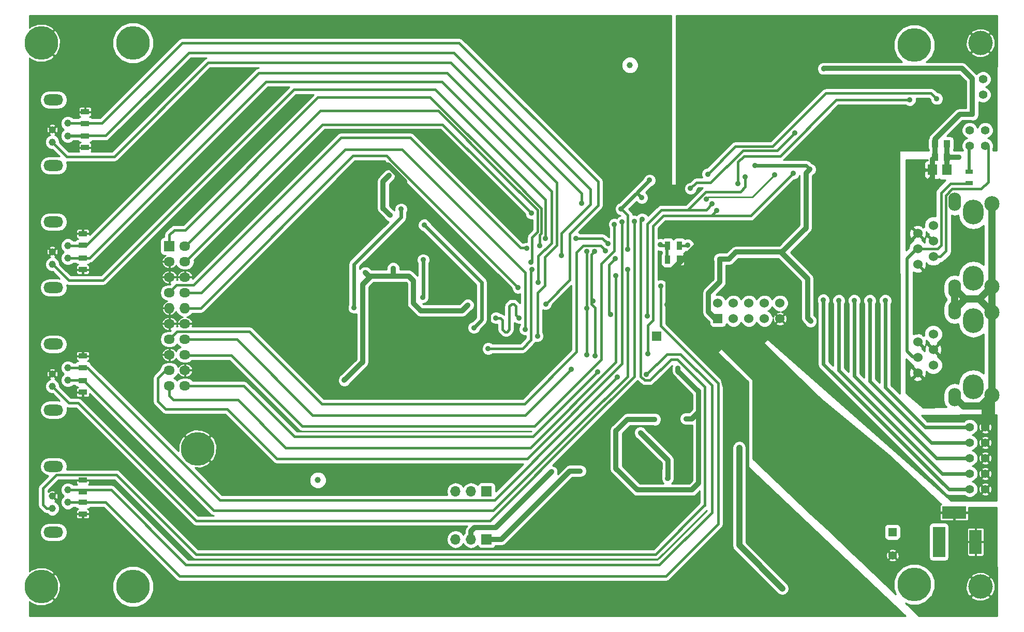
<source format=gbl>
G04 #@! TF.FileFunction,Copper,L2,Bot,Signal*
%FSLAX46Y46*%
G04 Gerber Fmt 4.6, Leading zero omitted, Abs format (unit mm)*
G04 Created by KiCad (PCBNEW 4.0.4+e1-6308~48~ubuntu15.10.1-stable) date Wed Aug 23 09:17:44 2017*
%MOMM*%
%LPD*%
G01*
G04 APERTURE LIST*
%ADD10C,0.150000*%
%ADD11C,5.500000*%
%ADD12C,4.000000*%
%ADD13R,0.889000X1.397000*%
%ADD14R,1.397000X0.889000*%
%ADD15C,1.400000*%
%ADD16C,1.000000*%
%ADD17C,1.160000*%
%ADD18O,3.200000X1.800000*%
%ADD19R,1.727200X1.727200*%
%ADD20O,1.800000X1.500000*%
%ADD21O,1.727200X1.727200*%
%ADD22R,0.700000X0.700000*%
%ADD23R,1.524000X1.524000*%
%ADD24C,1.524000*%
%ADD25R,4.000500X1.998980*%
%ADD26R,1.998980X4.000500*%
%ADD27R,1.998980X5.001260*%
%ADD28R,1.397000X1.397000*%
%ADD29C,1.397000*%
%ADD30R,1.000000X1.250000*%
%ADD31R,1.549400X1.800860*%
%ADD32R,1.300000X0.700000*%
%ADD33R,1.700000X1.700000*%
%ADD34O,1.700000X1.700000*%
%ADD35O,2.100000X3.000000*%
%ADD36O,3.400000X4.035000*%
%ADD37C,2.500000*%
%ADD38C,0.889000*%
%ADD39C,0.609600*%
%ADD40C,1.000760*%
%ADD41C,0.812800*%
%ADD42C,0.406400*%
%ADD43C,0.254000*%
%ADD44C,0.203200*%
%ADD45C,1.198880*%
%ADD46C,0.500000*%
G04 APERTURE END LIST*
D10*
D11*
X208560900Y-51362000D03*
X80710000Y-51020000D03*
X80710000Y-140020000D03*
D12*
X219380000Y-140020000D03*
X219380000Y-51020000D03*
D11*
X65710000Y-140020000D03*
X65710000Y-51020000D03*
X208560900Y-139678000D03*
D13*
X168219500Y-86478600D03*
X170124500Y-86478600D03*
X168219500Y-84243400D03*
X170124500Y-84243400D03*
D14*
X72517000Y-84162900D03*
X72517000Y-82257900D03*
X72517000Y-86220300D03*
X72517000Y-88125300D03*
X72898000Y-64198500D03*
X72898000Y-62293500D03*
X72898000Y-66230500D03*
X72898000Y-68135500D03*
X72517000Y-124498100D03*
X72517000Y-122593100D03*
X72517000Y-126225300D03*
X72517000Y-128130300D03*
X72517000Y-104178100D03*
X72517000Y-102273100D03*
X72517000Y-106311700D03*
X72517000Y-108216700D03*
D15*
X220186200Y-67850000D03*
X217646200Y-67850000D03*
X220186200Y-65310000D03*
X217646200Y-65310000D03*
X219820000Y-56950000D03*
X219820000Y-59490000D03*
D16*
X162050000Y-54660000D03*
X110980000Y-122600000D03*
D11*
X91287600Y-117449600D03*
D17*
X70081200Y-126230000D03*
X70081200Y-124190000D03*
X67531200Y-125210000D03*
X67531200Y-127250000D03*
D18*
X67731200Y-131100000D03*
X67731200Y-120340000D03*
D17*
X70081200Y-106230000D03*
X70081200Y-104190000D03*
X67531200Y-105210000D03*
X67531200Y-107250000D03*
D18*
X67731200Y-111100000D03*
X67731200Y-100340000D03*
D17*
X70081200Y-86230000D03*
X70081200Y-84190000D03*
X67531200Y-85210000D03*
X67531200Y-87250000D03*
D18*
X67731200Y-91100000D03*
X67731200Y-80340000D03*
D17*
X70081200Y-66230000D03*
X70081200Y-64190000D03*
X67531200Y-65210000D03*
X67531200Y-67250000D03*
D18*
X67731200Y-71100000D03*
X67731200Y-60340000D03*
D19*
X86671200Y-84290000D03*
D20*
X89211200Y-84290000D03*
X86671200Y-86830000D03*
X89211200Y-86830000D03*
X86671200Y-89370000D03*
X89211200Y-89370000D03*
X86671200Y-91910000D03*
X89211200Y-91910000D03*
D21*
X86671200Y-94450000D03*
X89211200Y-94450000D03*
D20*
X86671200Y-96990000D03*
X89211200Y-96990000D03*
X86671200Y-99530000D03*
X89211200Y-99530000D03*
X86671200Y-102070000D03*
X89211200Y-102070000D03*
X86671200Y-104610000D03*
X89211200Y-104610000D03*
X86671200Y-107150000D03*
X89211200Y-107150000D03*
D22*
X167358580Y-107691440D03*
X168058580Y-107691440D03*
X168058580Y-108391440D03*
X167358580Y-108391440D03*
D23*
X176427600Y-96162000D03*
D24*
X176427600Y-93622000D03*
X178967600Y-96162000D03*
X178967600Y-93622000D03*
X181507600Y-96162000D03*
X181507600Y-93622000D03*
X184047600Y-96162000D03*
X184047600Y-93622000D03*
X186587600Y-96162000D03*
X186587600Y-93622000D03*
D25*
X215099260Y-127899400D03*
D26*
X218599380Y-132700000D03*
D27*
X212599900Y-132700000D03*
D23*
X166407600Y-99042000D03*
D15*
X220186200Y-124080000D03*
X217646200Y-124080000D03*
X220186200Y-121540000D03*
X217646200Y-121540000D03*
X220186200Y-119000000D03*
X217646200Y-119000000D03*
X220186200Y-116460000D03*
X217646200Y-116460000D03*
X220186200Y-113920000D03*
X217646200Y-113920000D03*
D28*
X205000000Y-131095000D03*
D29*
X205000000Y-134905000D03*
D30*
X211950000Y-67550000D03*
X213950000Y-67550000D03*
X211950000Y-69700000D03*
X213950000Y-69700000D03*
D31*
X213926020Y-71800000D03*
X211573980Y-71800000D03*
D32*
X217576400Y-74000400D03*
X217576400Y-72100400D03*
D33*
X138580000Y-124440000D03*
D34*
X136040000Y-124440000D03*
X133500000Y-124440000D03*
D33*
X138580000Y-132275000D03*
D34*
X136040000Y-132275000D03*
X133500000Y-132275000D03*
D35*
X215164480Y-91254500D03*
X215164480Y-77029500D03*
D24*
X209144140Y-84746520D03*
X209144140Y-82206520D03*
X209144140Y-87286520D03*
X211684140Y-80936520D03*
X211684140Y-83476520D03*
X211684140Y-86016520D03*
D36*
X218211940Y-89539500D03*
X218214480Y-78744500D03*
D37*
X221261940Y-77362000D03*
X221261940Y-90922000D03*
D35*
X215164480Y-109004500D03*
X215164480Y-94779500D03*
D24*
X209144140Y-102496520D03*
X209144140Y-99956520D03*
X209144140Y-105036520D03*
X211684140Y-98686520D03*
X211684140Y-101226520D03*
X211684140Y-103766520D03*
D36*
X218211940Y-107289500D03*
X218214480Y-96494500D03*
D37*
X221261940Y-95112000D03*
X221261940Y-108672000D03*
D38*
X124607600Y-78242000D03*
X116907600Y-94342000D03*
X182499000Y-71069200D03*
X186975000Y-140325000D03*
X179950000Y-117300000D03*
X169926000Y-104292400D03*
X171207600Y-112542000D03*
X166107600Y-112642000D03*
X159755840Y-114541300D03*
X191617600Y-96592000D03*
X191487600Y-71712000D03*
X163997600Y-76362000D03*
X176757600Y-86392000D03*
X158856680Y-95443040D03*
X161696400Y-84836000D03*
X165257480Y-73492360D03*
X159656780Y-86342220D03*
X160606740Y-78191360D03*
X174537600Y-76562000D03*
X185707020Y-72641460D03*
X171947600Y-74852000D03*
X189006480Y-65742820D03*
X154957780Y-102041960D03*
X154957780Y-94442280D03*
X154957780Y-85140800D03*
X156255720Y-85140800D03*
X155986480Y-93261180D03*
X156357320Y-102240080D03*
X175120300Y-87553800D03*
X158089600Y-75920600D03*
X158115000Y-74371200D03*
X191084200Y-59156600D03*
X162267600Y-59692000D03*
X147600000Y-132600000D03*
X156460000Y-115340000D03*
X154910000Y-131050000D03*
X154980000Y-123830000D03*
X171300000Y-137850000D03*
X173000000Y-100875000D03*
X168257600Y-93892000D03*
X177292000Y-80568800D03*
X177250000Y-105925000D03*
X177975000Y-109150000D03*
X142308580Y-99542600D03*
X125197600Y-75732000D03*
X138987600Y-89802000D03*
X169722800Y-117449600D03*
X123507600Y-92442000D03*
X128897600Y-107332000D03*
X122297600Y-107332000D03*
X121687600Y-70812000D03*
X177775000Y-113575000D03*
X196408040Y-84742020D03*
X194208400Y-72791320D03*
X122308620Y-102141020D03*
X188757600Y-72392000D03*
X176237600Y-78472000D03*
X164957760Y-101940360D03*
X180924200Y-72948800D03*
X175507600Y-77362000D03*
X164856160Y-95740220D03*
X145977600Y-88142000D03*
X138847600Y-101082000D03*
X140107600Y-96042000D03*
X143907600Y-96042000D03*
X193697600Y-93122000D03*
X196227600Y-93192000D03*
X198747600Y-93192000D03*
X201297600Y-93192000D03*
X203827600Y-93192000D03*
X136507600Y-97642000D03*
X128407600Y-80842000D03*
X128207600Y-86542000D03*
X128107440Y-92641420D03*
X212242400Y-60147200D03*
X174757080Y-72491600D03*
X207822800Y-60350400D03*
X179707540Y-74041000D03*
X147256500Y-84241640D03*
X145857600Y-86912000D03*
X145947600Y-78912000D03*
X143756380Y-91092020D03*
X144907000Y-97891600D03*
X145127600Y-84672000D03*
X158056580Y-85092540D03*
X152417600Y-104432000D03*
X159506920Y-80741520D03*
X159755840Y-89141300D03*
X156777600Y-104872000D03*
X160756600Y-80340200D03*
X149200000Y-121250000D03*
X122807600Y-79242000D03*
X122607600Y-72742000D03*
X115307600Y-106242000D03*
X123307600Y-87942000D03*
X118757600Y-88642000D03*
X135507600Y-93942000D03*
X215900000Y-69700000D03*
X218100000Y-62700000D03*
X193735200Y-55235600D03*
X218100000Y-58950000D03*
X153870000Y-121090000D03*
X168225000Y-122300000D03*
X163756340Y-114841020D03*
X161655760Y-88140540D03*
X159997600Y-105712000D03*
X167106600Y-90792300D03*
X164757100Y-105290620D03*
X150855680Y-85841840D03*
X148257260Y-93741240D03*
X147058380Y-90241120D03*
X146908520Y-98991420D03*
X162755580Y-80241140D03*
X164037600Y-79862000D03*
X154107600Y-77242000D03*
X148217600Y-83032000D03*
X167005000Y-84048600D03*
X153212800Y-83007200D03*
X158445200Y-83896200D03*
X171500800Y-84124800D03*
D39*
X116907600Y-87242000D02*
X116907600Y-94342000D01*
X124607600Y-79542000D02*
X116907600Y-87242000D01*
X124607600Y-78242000D02*
X124607600Y-79542000D01*
X190895600Y-71120000D02*
X191487600Y-71712000D01*
X182549800Y-71120000D02*
X190895600Y-71120000D01*
X182499000Y-71069200D02*
X182549800Y-71120000D01*
D40*
X179925000Y-133275000D02*
X186975000Y-140325000D01*
X179925000Y-117325000D02*
X179925000Y-133275000D01*
X179950000Y-117300000D02*
X179925000Y-117325000D01*
D41*
X173307600Y-108042000D02*
X173218400Y-108042000D01*
X173307600Y-111442000D02*
X173307600Y-108042000D01*
X169926000Y-104749600D02*
X169926000Y-104292400D01*
X173218400Y-108042000D02*
X169926000Y-104749600D01*
X171207600Y-112542000D02*
X172207600Y-112542000D01*
X172207600Y-112542000D02*
X173307600Y-111442000D01*
X159755840Y-114541300D02*
X159755840Y-120690240D01*
X173307600Y-123067000D02*
X173307600Y-111442000D01*
X172182600Y-124192000D02*
X173307600Y-123067000D01*
X163257600Y-124192000D02*
X172182600Y-124192000D01*
X159755840Y-120690240D02*
X163257600Y-124192000D01*
X159755840Y-114541300D02*
X161655140Y-112642000D01*
X161655140Y-112642000D02*
X166107600Y-112642000D01*
X176427600Y-96162000D02*
X175987600Y-96162000D01*
X176757600Y-90142000D02*
X176757600Y-86392000D01*
X174887600Y-92012000D02*
X176757600Y-90142000D01*
X174887600Y-95062000D02*
X174887600Y-92012000D01*
X175987600Y-96162000D02*
X174887600Y-95062000D01*
X191107600Y-89604120D02*
X186898840Y-85395360D01*
X191107600Y-96082000D02*
X191107600Y-89604120D01*
X191617600Y-96592000D02*
X191107600Y-96082000D01*
X176757600Y-86392000D02*
X178257600Y-86392000D01*
X178257600Y-86392000D02*
X179397600Y-85252000D01*
X179397600Y-85252000D02*
X186898840Y-85252000D01*
X186898840Y-85252000D02*
X186898840Y-85395360D01*
X190853060Y-81297780D02*
X186827160Y-85323680D01*
X186944000Y-85440520D02*
X186827160Y-85323680D01*
X190853060Y-76067920D02*
X190853060Y-81297780D01*
X186898840Y-85395360D02*
X186944000Y-85440520D01*
X191487600Y-71712000D02*
X190853060Y-72346540D01*
X190853060Y-72346540D02*
X190853060Y-76067920D01*
D39*
X163997600Y-76362000D02*
X163192720Y-75557120D01*
D42*
X160606740Y-78191360D02*
X160655000Y-78191360D01*
D39*
X160606740Y-78191360D02*
X160606740Y-78143100D01*
X160606740Y-78143100D02*
X163192720Y-75557120D01*
D42*
X158856680Y-95443040D02*
X158658560Y-95244920D01*
X161706560Y-79242920D02*
X161696400Y-84836000D01*
X160655000Y-78191360D02*
X161706560Y-79242920D01*
X158658560Y-95244920D02*
X158658560Y-87340440D01*
D39*
X163192720Y-75557120D02*
X165257480Y-73492360D01*
D42*
X158658560Y-87340440D02*
X159656780Y-86342220D01*
D43*
X185707020Y-72641460D02*
X182107840Y-76240640D01*
X182107840Y-76240640D02*
X174858960Y-76240640D01*
X174858960Y-76240640D02*
X174537600Y-76562000D01*
D42*
X175260000Y-73891140D02*
X172908460Y-73891140D01*
X172908460Y-73891140D02*
X171947600Y-74852000D01*
X186108340Y-68640960D02*
X189006480Y-65742820D01*
X186108340Y-68640960D02*
X180510180Y-68640960D01*
X180510180Y-68640960D02*
X175260000Y-73891140D01*
X154957780Y-94442280D02*
X154957780Y-102041960D01*
X154957780Y-85140800D02*
X154957780Y-94442280D01*
X156255720Y-85140800D02*
X155757880Y-85638640D01*
X155757880Y-85638640D02*
X155757880Y-93339920D01*
X155907740Y-93339920D02*
X155986480Y-93261180D01*
X155757880Y-93339920D02*
X155907740Y-93339920D01*
X156357320Y-94340680D02*
X156357320Y-102240080D01*
X155757880Y-93339920D02*
X155757880Y-93741240D01*
X155757880Y-93741240D02*
X156357320Y-94340680D01*
D44*
X174045100Y-86478600D02*
X170124500Y-86478600D01*
X175120300Y-87553800D02*
X174045100Y-86478600D01*
D40*
X220186200Y-113920000D02*
X220186200Y-112807800D01*
X220186200Y-112807800D02*
X221261940Y-111732060D01*
X221261940Y-111732060D02*
X221261940Y-108672000D01*
D45*
X215164480Y-94779500D02*
X215164480Y-94715520D01*
X215164480Y-94715520D02*
X216916000Y-92964000D01*
X216916000Y-92964000D02*
X219219940Y-92964000D01*
X219219940Y-92964000D02*
X221261940Y-90922000D01*
X215164480Y-91254500D02*
X215206500Y-91254500D01*
X215206500Y-91254500D02*
X216916000Y-92964000D01*
X216916000Y-92964000D02*
X219202000Y-92964000D01*
X219202000Y-92964000D02*
X221261940Y-95023940D01*
X221261940Y-95023940D02*
X221261940Y-95112000D01*
X215164480Y-94779500D02*
X215164480Y-91254500D01*
X215164480Y-109004500D02*
X215176500Y-109004500D01*
X215176500Y-109004500D02*
X216662000Y-110490000D01*
X216662000Y-110490000D02*
X219443940Y-110490000D01*
X219443940Y-110490000D02*
X221261940Y-108672000D01*
X221261940Y-108672000D02*
X221261940Y-95112000D01*
X221261940Y-95112000D02*
X221261940Y-90922000D01*
X221261940Y-90922000D02*
X221261940Y-77362000D01*
X220186200Y-113920000D02*
X220186200Y-109747740D01*
X220186200Y-109747740D02*
X221261940Y-108672000D01*
D42*
X158089600Y-74396600D02*
X158089600Y-75920600D01*
X158115000Y-74371200D02*
X158089600Y-74396600D01*
D39*
X162269600Y-59690000D02*
X162280600Y-59690000D01*
X162267600Y-59692000D02*
X162269600Y-59690000D01*
D45*
X173000000Y-100875000D02*
X168297600Y-93892000D01*
X168297600Y-93892000D02*
X168257600Y-93892000D01*
D41*
X168257600Y-93892000D02*
X168257600Y-88906800D01*
X168257600Y-88906800D02*
X174573760Y-82590640D01*
X174573760Y-82590640D02*
X174607220Y-82590640D01*
X176707800Y-82590640D02*
X174607220Y-82590640D01*
X176707800Y-82590640D02*
X176707800Y-82141060D01*
D40*
X173000000Y-100875000D02*
X174637600Y-101472900D01*
X174637600Y-101472900D02*
X179506880Y-106342180D01*
D41*
X176707800Y-82141060D02*
X177292000Y-80568800D01*
X178076600Y-109048400D02*
X177250000Y-105925000D01*
X177975000Y-109150000D02*
X178076600Y-109048400D01*
D39*
X139938200Y-99542600D02*
X142308580Y-99542600D01*
X138987600Y-89802000D02*
X139007600Y-89822000D01*
X139007600Y-89822000D02*
X139007600Y-98612000D01*
X139007600Y-98612000D02*
X139938200Y-99542600D01*
D41*
X125197600Y-73693492D02*
X125197600Y-75732000D01*
X122476854Y-70972746D02*
X125197600Y-73693492D01*
X138987600Y-89802000D02*
X138987600Y-89522000D01*
X138987600Y-89522000D02*
X125197600Y-75732000D01*
D40*
X178107080Y-109056020D02*
X179506880Y-106342180D01*
X178876960Y-110771940D02*
X178107080Y-109056020D01*
D39*
X178282600Y-110771940D02*
X177780080Y-113569920D01*
D40*
X178282600Y-110771940D02*
X178876960Y-110771940D01*
D39*
X177780080Y-113569920D02*
X177775000Y-113575000D01*
D42*
X168058580Y-108391440D02*
X167358580Y-108391440D01*
X168058580Y-107691440D02*
X168058580Y-108391440D01*
X167358580Y-107691440D02*
X168058580Y-107691440D01*
X167358580Y-108391440D02*
X167358580Y-107691440D01*
D40*
X122297600Y-107332000D02*
X128897600Y-107332000D01*
X122308620Y-102141020D02*
X122308620Y-107320980D01*
X122308620Y-107320980D02*
X122297600Y-107332000D01*
D41*
X121848346Y-70972746D02*
X122476854Y-70972746D01*
X121687600Y-70812000D02*
X121848346Y-70972746D01*
D39*
X122308620Y-102141020D02*
X122308620Y-108341160D01*
D41*
X196408040Y-74990960D02*
X194208400Y-72791320D01*
X196408040Y-84742020D02*
X196408040Y-74990960D01*
D42*
X164957760Y-101940360D02*
X164957760Y-97291840D01*
X164957760Y-97291840D02*
X165856920Y-96392680D01*
X181807620Y-79341980D02*
X181805580Y-79341980D01*
X188757600Y-72392000D02*
X181807620Y-79341980D01*
X175367620Y-79341980D02*
X167505380Y-79341980D01*
X176237600Y-78472000D02*
X175367620Y-79341980D01*
X179153820Y-79341980D02*
X181805580Y-79341980D01*
X167505380Y-79341980D02*
X179153820Y-79341980D01*
X165856920Y-80990440D02*
X167505380Y-79341980D01*
X165856920Y-96392680D02*
X165856920Y-80990440D01*
X180924200Y-72948800D02*
X180906420Y-72948800D01*
X180906420Y-72948800D02*
X180924200Y-72948800D01*
X180924200Y-72948800D02*
X180906420Y-72948800D01*
X174528380Y-78341220D02*
X171508420Y-78341220D01*
X175507600Y-77362000D02*
X174528380Y-78341220D01*
X167154860Y-78341220D02*
X171508420Y-78341220D01*
X164856160Y-82641440D02*
X164856160Y-80639920D01*
X174457360Y-75392280D02*
X177454560Y-75392280D01*
X180205380Y-75293220D02*
X180906420Y-74592180D01*
X177454560Y-75392280D02*
X180106320Y-75392280D01*
X164856160Y-91742260D02*
X164856160Y-82641440D01*
X171508420Y-78341220D02*
X174457360Y-75392280D01*
X180906420Y-72948800D02*
X180906420Y-74592180D01*
X164856160Y-95740220D02*
X164856160Y-91742260D01*
X164856160Y-80639920D02*
X167154860Y-78341220D01*
X180106320Y-75392280D02*
X180205380Y-75293220D01*
X145977600Y-88142000D02*
X145867600Y-88252000D01*
X145867600Y-88252000D02*
X145867600Y-99662000D01*
X145867600Y-99662000D02*
X144447600Y-101082000D01*
X144447600Y-101082000D02*
X138847600Y-101082000D01*
X140807600Y-96042000D02*
X140107600Y-96042000D01*
X141207600Y-96442000D02*
X140807600Y-96042000D01*
X141207600Y-97942000D02*
X141207600Y-96442000D01*
X141607600Y-98342000D02*
X141207600Y-97942000D01*
X141907600Y-98342000D02*
X141607600Y-98342000D01*
X142307600Y-97942000D02*
X141907600Y-98342000D01*
X142307600Y-94142000D02*
X142307600Y-97942000D01*
X142707600Y-93742000D02*
X142307600Y-94142000D01*
X143007600Y-93742000D02*
X142707600Y-93742000D01*
X143407600Y-94142000D02*
X143007600Y-93742000D01*
X143407600Y-95542000D02*
X143407600Y-94142000D01*
X143907600Y-96042000D02*
X143407600Y-95542000D01*
D39*
X193697600Y-93122000D02*
X193697600Y-103597600D01*
X214230000Y-124130000D02*
X217680000Y-124130000D01*
X193697600Y-103597600D02*
X214230000Y-124130000D01*
X217630000Y-121540000D02*
X213140000Y-121540000D01*
X196227600Y-104627600D02*
X196227600Y-93192000D01*
X213140000Y-121540000D02*
X196227600Y-104627600D01*
X217430000Y-119000000D02*
X212200000Y-119000000D01*
X198747600Y-105547600D02*
X198747600Y-93192000D01*
X212200000Y-119000000D02*
X198747600Y-105547600D01*
D41*
X198757600Y-93202000D02*
X198747600Y-93192000D01*
D39*
X201297600Y-93192000D02*
X201297600Y-106397600D01*
X211360000Y-116460000D02*
X217555000Y-116460000D01*
X201297600Y-106397600D02*
X211360000Y-116460000D01*
X203827600Y-93192000D02*
X203827600Y-107427600D01*
X210320000Y-113920000D02*
X217555000Y-113920000D01*
X203827600Y-107427600D02*
X210320000Y-113920000D01*
X136507600Y-97642000D02*
X137807600Y-96342000D01*
X137807600Y-90242000D02*
X128407600Y-80842000D01*
X137807600Y-96342000D02*
X137807600Y-90242000D01*
X128207600Y-92541260D02*
X128107440Y-92641420D01*
X128207600Y-86542000D02*
X128207600Y-92541260D01*
D42*
X211328000Y-59232800D02*
X212242400Y-60147200D01*
X185407300Y-67942460D02*
X194106800Y-59242960D01*
X194106800Y-59242960D02*
X211328000Y-59232800D01*
X179306220Y-67942460D02*
X180007260Y-67942460D01*
X174757080Y-72491600D02*
X179306220Y-67942460D01*
X180007260Y-67942460D02*
X185407300Y-67942460D01*
X195808600Y-60342780D02*
X207822800Y-60350400D01*
X186608720Y-69542660D02*
X195808600Y-60342780D01*
X179707540Y-70942200D02*
X179707540Y-70741540D01*
X179707540Y-70741540D02*
X179707540Y-70540880D01*
X179707540Y-70540880D02*
X180705760Y-69542660D01*
X179707540Y-74041000D02*
X179707540Y-70942200D01*
X180705760Y-69542660D02*
X186608720Y-69542660D01*
X129369600Y-59944000D02*
X141997600Y-72572000D01*
X110998000Y-59944000D02*
X129369600Y-59944000D01*
X89306400Y-81635600D02*
X110998000Y-59944000D01*
X87477600Y-81635600D02*
X89306400Y-81635600D01*
X86664800Y-82448400D02*
X87477600Y-81635600D01*
X141997600Y-72572000D02*
X147570378Y-78144778D01*
X147570378Y-78144778D02*
X147570378Y-82159222D01*
X86664800Y-82550000D02*
X86664800Y-84683600D01*
X147256500Y-82473100D02*
X147256500Y-84241640D01*
X147570378Y-82159222D02*
X147256500Y-82473100D01*
X130681116Y-62128400D02*
X140787600Y-72234884D01*
X111404400Y-62128400D02*
X130681116Y-62128400D01*
X89255600Y-84277200D02*
X111404400Y-62128400D01*
X140787600Y-72234884D02*
X146953156Y-78400440D01*
X146027600Y-82829116D02*
X146027600Y-84182000D01*
X146953156Y-81903560D02*
X146027600Y-82829116D01*
X146953156Y-78400440D02*
X146953156Y-81903560D01*
X146027600Y-86742000D02*
X146027600Y-84182000D01*
X145857600Y-86912000D02*
X146027600Y-86742000D01*
X131399200Y-64363600D02*
X139557600Y-72522000D01*
X111760000Y-64363600D02*
X131399200Y-64363600D01*
X89255600Y-86868000D02*
X111760000Y-64363600D01*
X139557600Y-72522000D02*
X145947600Y-78912000D01*
X122750580Y-70086220D02*
X122750580Y-70020180D01*
X91795600Y-94437200D02*
X89255600Y-94437200D01*
X116738400Y-69494400D02*
X91795600Y-94437200D01*
X122224800Y-69494400D02*
X116738400Y-69494400D01*
X122750580Y-70020180D02*
X122224800Y-69494400D01*
X122750580Y-70086220D02*
X122747600Y-70083240D01*
X122750580Y-70086220D02*
X143756380Y-91092020D01*
X122747600Y-70083240D02*
X122750580Y-70086220D01*
X89255600Y-91948000D02*
X91897200Y-91948000D01*
X115417600Y-68427600D02*
X124787600Y-68427600D01*
X91897200Y-91948000D02*
X115417600Y-68427600D01*
X124787600Y-68427600D02*
X124787600Y-68473260D01*
X124787600Y-68473260D02*
X144907000Y-88592660D01*
X144907000Y-97891600D02*
X144907000Y-89042240D01*
X144907000Y-89042240D02*
X144907000Y-88592660D01*
X86664800Y-91846400D02*
X87884000Y-90627200D01*
X87884000Y-90627200D02*
X90678000Y-90627200D01*
X90678000Y-90627200D02*
X114757200Y-66548000D01*
X114757200Y-66548000D02*
X126143600Y-66548000D01*
X126143600Y-66548000D02*
X127267600Y-67672000D01*
X144127600Y-84532000D02*
X127267600Y-67672000D01*
X144987600Y-84532000D02*
X144127600Y-84532000D01*
X145127600Y-84672000D02*
X144987600Y-84532000D01*
X86614000Y-99568000D02*
X87934800Y-98247200D01*
X87934800Y-98247200D02*
X99822000Y-98247200D01*
X99822000Y-98247200D02*
X111658400Y-110083600D01*
X111658400Y-110083600D02*
X144836000Y-110083600D01*
X144836000Y-110083600D02*
X153306780Y-101612820D01*
X153306780Y-101612820D02*
X153306780Y-94294960D01*
X153306780Y-94294960D02*
X153306780Y-85293200D01*
X157292040Y-84175600D02*
X158056580Y-84940140D01*
X153306780Y-85293200D02*
X154424380Y-84175600D01*
X154424380Y-84175600D02*
X157292040Y-84175600D01*
X158056580Y-84940140D02*
X158056580Y-85092540D01*
X89204800Y-99568000D02*
X97739200Y-99568000D01*
X144886400Y-111963200D02*
X152417600Y-104432000D01*
X110134400Y-111963200D02*
X144886400Y-111963200D01*
X97739200Y-99568000D02*
X110134400Y-111963200D01*
X89255600Y-102158800D02*
X96824800Y-102158800D01*
X159501840Y-80746600D02*
X159506920Y-80741520D01*
X157358080Y-102839520D02*
X157358080Y-87190580D01*
X156405580Y-103792020D02*
X157358080Y-102839520D01*
X159501840Y-85046820D02*
X159501840Y-80746600D01*
X157358080Y-87190580D02*
X159501840Y-85046820D01*
X146456400Y-113741200D02*
X156405580Y-103792020D01*
X108407200Y-113741200D02*
X146456400Y-113741200D01*
X96824800Y-102158800D02*
X108407200Y-113741200D01*
X86664800Y-107137200D02*
X86664800Y-108762800D01*
X159755840Y-101643760D02*
X159755840Y-89141300D01*
X159755840Y-103253760D02*
X159755840Y-101643760D01*
X145712400Y-117297200D02*
X159755840Y-103253760D01*
X105714800Y-117297200D02*
X145712400Y-117297200D01*
X97891600Y-109474000D02*
X105714800Y-117297200D01*
X87376000Y-109474000D02*
X97891600Y-109474000D01*
X86664800Y-108762800D02*
X87376000Y-109474000D01*
X89255600Y-107137200D02*
X98856800Y-107137200D01*
X146181200Y-115468400D02*
X156777600Y-104872000D01*
X107188000Y-115468400D02*
X146181200Y-115468400D01*
X98856800Y-107137200D02*
X107188000Y-115468400D01*
X86715600Y-104597200D02*
X86106000Y-104597200D01*
X86106000Y-104597200D02*
X84785200Y-105918000D01*
X160756600Y-102143000D02*
X160756600Y-80340200D01*
X160756600Y-103533000D02*
X160756600Y-102143000D01*
X145214400Y-119075200D02*
X160756600Y-103533000D01*
X104241600Y-119075200D02*
X145214400Y-119075200D01*
X96164400Y-110998000D02*
X104241600Y-119075200D01*
X86055200Y-110998000D02*
X96164400Y-110998000D01*
X84785200Y-109728000D02*
X86055200Y-110998000D01*
X84785200Y-105918000D02*
X84785200Y-109728000D01*
D41*
X149200000Y-121250000D02*
X149190000Y-121250000D01*
X136040000Y-130920000D02*
X136040000Y-132275000D01*
X136590000Y-130370000D02*
X136040000Y-130920000D01*
X140070000Y-130370000D02*
X136590000Y-130370000D01*
X149190000Y-121250000D02*
X140070000Y-130370000D01*
X121660100Y-74142000D02*
X121660100Y-73689500D01*
X121660100Y-74142000D02*
X121660100Y-76342000D01*
X121660100Y-78094500D02*
X122807600Y-79242000D01*
X121660100Y-76342000D02*
X121660100Y-78094500D01*
X121660100Y-73689500D02*
X122607600Y-72742000D01*
X118307600Y-103242000D02*
X118307600Y-90542000D01*
X118307600Y-90542000D02*
X119660100Y-89189500D01*
X115307600Y-106242000D02*
X118307600Y-103242000D01*
X119305100Y-89189500D02*
X119660100Y-89189500D01*
X125855100Y-89189500D02*
X124407600Y-89189500D01*
X126607600Y-89942000D02*
X125855100Y-89189500D01*
X126607600Y-93642000D02*
X126607600Y-89942000D01*
X127807600Y-94842000D02*
X126607600Y-93642000D01*
X134607600Y-94842000D02*
X127807600Y-94842000D01*
X135507600Y-93942000D02*
X134607600Y-94842000D01*
X119660100Y-89189500D02*
X122207600Y-89189500D01*
X122207600Y-89189500D02*
X123307600Y-89189500D01*
X123307600Y-87942000D02*
X123307600Y-89189500D01*
X123307600Y-89189500D02*
X124407600Y-89189500D01*
X118757600Y-88642000D02*
X119305100Y-89189500D01*
X213950000Y-69700000D02*
X215900000Y-69700000D01*
X213950000Y-67550000D02*
X213950000Y-69700000D01*
X213950000Y-69700000D02*
X213926020Y-69723980D01*
X213926020Y-69723980D02*
X213926020Y-71800000D01*
D44*
X211950000Y-67550000D02*
X211950000Y-66750000D01*
X211950000Y-66750000D02*
X216000000Y-62700000D01*
X216000000Y-62700000D02*
X218100000Y-62700000D01*
D41*
X218100000Y-62700000D02*
X216000000Y-62700000D01*
X218100000Y-58950000D02*
X218100000Y-62700000D01*
X211950000Y-66750000D02*
X211950000Y-69700000D01*
X216000000Y-62700000D02*
X211950000Y-66750000D01*
X211950000Y-69700000D02*
X211573980Y-70076020D01*
X211573980Y-70076020D02*
X211573980Y-73026020D01*
X211573980Y-73026020D02*
X209400000Y-75200000D01*
X193735200Y-55235600D02*
X193770800Y-55200000D01*
X193770800Y-55200000D02*
X216400000Y-55200000D01*
X216400000Y-55200000D02*
X218100000Y-56900000D01*
X218100000Y-56900000D02*
X218100000Y-58950000D01*
D42*
X217373000Y-74041200D02*
X214525400Y-74041200D01*
X214525400Y-74041200D02*
X213000000Y-75566600D01*
X213000000Y-75566600D02*
X213000000Y-84100000D01*
X213000000Y-84100000D02*
X212353480Y-84746520D01*
X212353480Y-84746520D02*
X209182940Y-84746520D01*
D46*
X209182940Y-102446520D02*
X208346520Y-102446520D01*
X207400000Y-86300000D02*
X209053480Y-84646520D01*
X207400000Y-101500000D02*
X207400000Y-86300000D01*
X208346520Y-102446520D02*
X207400000Y-101500000D01*
D42*
X220650000Y-67900000D02*
X220650000Y-73792800D01*
X220650000Y-73792800D02*
X219531000Y-74911800D01*
X219531000Y-74911800D02*
X214752400Y-74911800D01*
X214752400Y-74911800D02*
X213700000Y-75964200D01*
X213700000Y-75964200D02*
X213700000Y-85100000D01*
X213700000Y-85100000D02*
X212783480Y-86016520D01*
X212783480Y-86016520D02*
X211672940Y-86016520D01*
D46*
X217523800Y-72066600D02*
X217523800Y-68411200D01*
X217523800Y-68411200D02*
X218085000Y-67850000D01*
D41*
X138660000Y-132275000D02*
X138660000Y-131965000D01*
X138580000Y-132275000D02*
X141035000Y-132275000D01*
X152220000Y-121090000D02*
X153870000Y-121090000D01*
X141035000Y-132275000D02*
X152220000Y-121090000D01*
X168225000Y-122300000D02*
X168249860Y-122275140D01*
X168249860Y-122275140D02*
X168282460Y-119367140D01*
X168282460Y-119367140D02*
X163756340Y-114841020D01*
D42*
X70081200Y-106230000D02*
X72435300Y-106230000D01*
X72435300Y-106230000D02*
X72517000Y-106311700D01*
X70114800Y-106224800D02*
X72595200Y-106224800D01*
X139690800Y-127558800D02*
X154007600Y-113242000D01*
X93929200Y-127558800D02*
X139690800Y-127558800D01*
X72595200Y-106224800D02*
X93929200Y-127558800D01*
X154007600Y-113242000D02*
X161655760Y-105593840D01*
X161655760Y-88140540D02*
X161655760Y-95740220D01*
X161655760Y-95740220D02*
X161655760Y-105593840D01*
X70081200Y-104190000D02*
X72505100Y-104190000D01*
X72505100Y-104190000D02*
X72517000Y-104178100D01*
X70116400Y-104185600D02*
X73299200Y-104185600D01*
X139878000Y-125831600D02*
X153007600Y-112702000D01*
X94945200Y-125831600D02*
X139878000Y-125831600D01*
X73299200Y-104185600D02*
X94945200Y-125831600D01*
X153007600Y-112702000D02*
X159997600Y-105712000D01*
X70081200Y-126230000D02*
X72512300Y-126230000D01*
X72512300Y-126230000D02*
X72517000Y-126225300D01*
X70090600Y-126215000D02*
X76278600Y-126215000D01*
X176497600Y-129775600D02*
X176497600Y-124522000D01*
X167944800Y-138328400D02*
X176497600Y-129775600D01*
X88392000Y-138328400D02*
X167944800Y-138328400D01*
X76278600Y-126215000D02*
X88392000Y-138328400D01*
X167106600Y-97190560D02*
X167106600Y-97371000D01*
X176497600Y-106762000D02*
X176497600Y-110302000D01*
X167106600Y-97371000D02*
X176497600Y-106762000D01*
X176497600Y-110302000D02*
X176497600Y-124522000D01*
X167106600Y-90792300D02*
X167106600Y-97190560D01*
X70081200Y-124190000D02*
X72208900Y-124190000D01*
X72208900Y-124190000D02*
X72517000Y-124498100D01*
X70066400Y-124200000D02*
X77159200Y-124200000D01*
X175437600Y-127889200D02*
X175437600Y-125780800D01*
X175437600Y-125780800D02*
X175437600Y-125752000D01*
X166878000Y-136448800D02*
X175437600Y-127889200D01*
X89408000Y-136448800D02*
X166878000Y-136448800D01*
X77159200Y-124200000D02*
X89408000Y-136448800D01*
X164757100Y-105290620D02*
X168064520Y-101983200D01*
X170308800Y-101983200D02*
X175437600Y-107112000D01*
X168064520Y-101983200D02*
X170308800Y-101983200D01*
X175437600Y-125752000D02*
X175437600Y-107112000D01*
X70081200Y-66230000D02*
X72897500Y-66230000D01*
X72897500Y-66230000D02*
X72898000Y-66230500D01*
X70066400Y-66220200D02*
X76273800Y-66220200D01*
X155549600Y-74980800D02*
X155549600Y-77480000D01*
X133197600Y-52628800D02*
X155549600Y-74980800D01*
X89865200Y-52628800D02*
X133197600Y-52628800D01*
X76273800Y-66220200D02*
X89865200Y-52628800D01*
X150855680Y-85841840D02*
X150855680Y-82173920D01*
X150855680Y-82173920D02*
X155549600Y-77480000D01*
X70081200Y-64190000D02*
X72889500Y-64190000D01*
X72889500Y-64190000D02*
X72898000Y-64198500D01*
X70116400Y-64180200D02*
X75621400Y-64180200D01*
X156819600Y-73710800D02*
X156819600Y-77580000D01*
X134112000Y-51003200D02*
X156819600Y-73710800D01*
X88798400Y-51003200D02*
X134112000Y-51003200D01*
X75621400Y-64180200D02*
X88798400Y-51003200D01*
X152156160Y-82243440D02*
X152156160Y-85242400D01*
X156819600Y-77580000D02*
X152156160Y-82243440D01*
X152156160Y-89842340D02*
X152156160Y-85242400D01*
X148257260Y-93741240D02*
X152156160Y-89842340D01*
X70081200Y-86230000D02*
X72507300Y-86230000D01*
X72507300Y-86230000D02*
X72517000Y-86220300D01*
X70116400Y-86209600D02*
X73607200Y-86209600D01*
X131247640Y-57353200D02*
X149207220Y-75312780D01*
X102463600Y-57353200D02*
X131247640Y-57353200D01*
X73607200Y-86209600D02*
X102463600Y-57353200D01*
X149207220Y-83792060D02*
X149207220Y-75312780D01*
X149207220Y-83792060D02*
X147058380Y-85940900D01*
X147058380Y-85940900D02*
X147058380Y-90241120D01*
X70081200Y-84190000D02*
X72489900Y-84190000D01*
X72489900Y-84190000D02*
X72517000Y-84162900D01*
X70142200Y-84194600D02*
X73031400Y-84194600D01*
X150106380Y-73906380D02*
X150106380Y-78023220D01*
X132130800Y-55930800D02*
X150106380Y-73906380D01*
X101295200Y-55930800D02*
X132130800Y-55930800D01*
X73031400Y-84194600D02*
X101295200Y-55930800D01*
X146908520Y-91892120D02*
X146908520Y-98991420D01*
X148107400Y-86093300D02*
X148107400Y-90693240D01*
X148107400Y-90693240D02*
X146908520Y-91892120D01*
X150106380Y-78023220D02*
X150106380Y-84094320D01*
X150106380Y-84094320D02*
X148107400Y-86093300D01*
X67591400Y-107297000D02*
X70251000Y-109956600D01*
X70251000Y-109956600D02*
X71755000Y-109956600D01*
X71755000Y-109956600D02*
X91033600Y-129235200D01*
X91033600Y-129235200D02*
X139114400Y-129235200D01*
X139114400Y-129235200D02*
X154807600Y-113542000D01*
X154807600Y-113542000D02*
X162755580Y-105594020D01*
X162755580Y-84742020D02*
X162755580Y-105594020D01*
X162755580Y-80241140D02*
X162755580Y-84742020D01*
X67639800Y-127235000D02*
X66595000Y-127235000D01*
X166217600Y-134721600D02*
X174317600Y-126621600D01*
X91084400Y-134721600D02*
X166217600Y-134721600D01*
X78054200Y-121691400D02*
X91084400Y-134721600D01*
X68211800Y-121691400D02*
X78054200Y-121691400D01*
X66004400Y-123898800D02*
X68211800Y-121691400D01*
X66004400Y-126644400D02*
X66004400Y-123898800D01*
X66595000Y-127235000D02*
X66004400Y-126644400D01*
X165327600Y-106262000D02*
X168755600Y-102834000D01*
X169789600Y-102834000D02*
X174317600Y-107362000D01*
X168755600Y-102834000D02*
X169789600Y-102834000D01*
X164427600Y-106262000D02*
X163777600Y-105612000D01*
X165327600Y-106262000D02*
X164427600Y-106262000D01*
X174317600Y-126692000D02*
X174317600Y-126621600D01*
X174317600Y-126621600D02*
X174317600Y-107362000D01*
X163777600Y-80122000D02*
X163777600Y-105612000D01*
X164037600Y-79862000D02*
X163777600Y-80122000D01*
X67564200Y-67291000D02*
X69920000Y-69646800D01*
X69920000Y-69646800D02*
X77647800Y-69646800D01*
X77647800Y-69646800D02*
X93040200Y-54254400D01*
X93040200Y-54254400D02*
X132689600Y-54254400D01*
X132689600Y-54254400D02*
X154107600Y-75672400D01*
X154107600Y-75672400D02*
X154107600Y-77242000D01*
X148217600Y-76691200D02*
X148217600Y-83032000D01*
X130149600Y-58623200D02*
X148217600Y-76691200D01*
X107086400Y-58623200D02*
X130149600Y-58623200D01*
X75819000Y-89890600D02*
X107086400Y-58623200D01*
X70200200Y-89890600D02*
X75819000Y-89890600D01*
X67589200Y-87279600D02*
X70200200Y-89890600D01*
X148217600Y-83032000D02*
X148187600Y-83002000D01*
D46*
X168163200Y-84226400D02*
X167182800Y-84226400D01*
D42*
X167182800Y-84226400D02*
X167005000Y-84048600D01*
D46*
X168137800Y-86436200D02*
X168137800Y-84251800D01*
D42*
X168137800Y-84251800D02*
X168163200Y-84226400D01*
X157556200Y-83007200D02*
X153212800Y-83007200D01*
X158445200Y-83896200D02*
X157556200Y-83007200D01*
X171382200Y-84243400D02*
X170124500Y-84243400D01*
D44*
X171500800Y-84124800D02*
X171382200Y-84243400D01*
D43*
G36*
X168783000Y-74142766D02*
X168793071Y-74192163D01*
X168821566Y-74233750D01*
X168863996Y-74260975D01*
X168910000Y-74269600D01*
X169506900Y-74269600D01*
X169556310Y-74259594D01*
X169597935Y-74231153D01*
X169625215Y-74188759D01*
X169633900Y-74142599D01*
X169633619Y-46545500D01*
X222135700Y-46545500D01*
X222135700Y-54766821D01*
X222132497Y-54771615D01*
X222069660Y-55087520D01*
X222069660Y-68605400D01*
X221488200Y-68605400D01*
X221488200Y-68195627D01*
X221520968Y-68116713D01*
X221521431Y-67585617D01*
X221318618Y-67094771D01*
X220943404Y-66718902D01*
X220608673Y-66579909D01*
X220941429Y-66442418D01*
X221317298Y-66067204D01*
X221520968Y-65576713D01*
X221521431Y-65045617D01*
X221318618Y-64554771D01*
X220943404Y-64178902D01*
X220452913Y-63975232D01*
X219921817Y-63974769D01*
X219430971Y-64177582D01*
X219055102Y-64552796D01*
X218916109Y-64887527D01*
X218778618Y-64554771D01*
X218403404Y-64178902D01*
X217912913Y-63975232D01*
X217381817Y-63974769D01*
X216890971Y-64177582D01*
X216515102Y-64552796D01*
X216311432Y-65043287D01*
X216310969Y-65574383D01*
X216513782Y-66065229D01*
X216888996Y-66441098D01*
X217223727Y-66580091D01*
X216890971Y-66717582D01*
X216515102Y-67092796D01*
X216311432Y-67583287D01*
X216310969Y-68114383D01*
X216513782Y-68605229D01*
X216513953Y-68605400D01*
X214991400Y-68605400D01*
X214991400Y-68507431D01*
X215046431Y-68426890D01*
X215097440Y-68175000D01*
X215097440Y-66925000D01*
X215053162Y-66689683D01*
X214914090Y-66473559D01*
X214701890Y-66328569D01*
X214450000Y-66277560D01*
X213895202Y-66277560D01*
X216431362Y-63741400D01*
X217793028Y-63741400D01*
X217884332Y-63779313D01*
X218313784Y-63779687D01*
X218710689Y-63615689D01*
X219014622Y-63312286D01*
X219179313Y-62915668D01*
X219179687Y-62486216D01*
X219141400Y-62393554D01*
X219141400Y-60653737D01*
X219553287Y-60824768D01*
X220084383Y-60825231D01*
X220575229Y-60622418D01*
X220951098Y-60247204D01*
X221154768Y-59756713D01*
X221155231Y-59225617D01*
X220952418Y-58734771D01*
X220577204Y-58358902D01*
X220242473Y-58219909D01*
X220575229Y-58082418D01*
X220951098Y-57707204D01*
X221154768Y-57216713D01*
X221155231Y-56685617D01*
X220952418Y-56194771D01*
X220577204Y-55818902D01*
X220086713Y-55615232D01*
X219555617Y-55614769D01*
X219064771Y-55817582D01*
X218777307Y-56104545D01*
X217136381Y-54463619D01*
X216798527Y-54237872D01*
X216400000Y-54158600D01*
X210550711Y-54158600D01*
X211428890Y-53281952D01*
X211669281Y-52703026D01*
X217765224Y-52703026D01*
X217992390Y-53011986D01*
X218860315Y-53391370D01*
X219807358Y-53409735D01*
X220689339Y-53064285D01*
X220767610Y-53011986D01*
X220994776Y-52703026D01*
X219380000Y-51088250D01*
X217765224Y-52703026D01*
X211669281Y-52703026D01*
X211945311Y-52038272D01*
X211945826Y-51447358D01*
X216990265Y-51447358D01*
X217335715Y-52329339D01*
X217388014Y-52407610D01*
X217696974Y-52634776D01*
X219311750Y-51020000D01*
X219448250Y-51020000D01*
X221063026Y-52634776D01*
X221371986Y-52407610D01*
X221751370Y-51539685D01*
X221769735Y-50592642D01*
X221424285Y-49710661D01*
X221371986Y-49632390D01*
X221063026Y-49405224D01*
X219448250Y-51020000D01*
X219311750Y-51020000D01*
X217696974Y-49405224D01*
X217388014Y-49632390D01*
X217008630Y-50500315D01*
X216990265Y-51447358D01*
X211945826Y-51447358D01*
X211946486Y-50691636D01*
X211432237Y-49447057D01*
X211322346Y-49336974D01*
X217765224Y-49336974D01*
X219380000Y-50951750D01*
X220994776Y-49336974D01*
X220767610Y-49028014D01*
X219899685Y-48648630D01*
X218952642Y-48630265D01*
X218070661Y-48975715D01*
X217992390Y-49028014D01*
X217765224Y-49336974D01*
X211322346Y-49336974D01*
X210480852Y-48494010D01*
X209237172Y-47977589D01*
X207890536Y-47976414D01*
X206645957Y-48490663D01*
X205692910Y-49442048D01*
X205176489Y-50685728D01*
X205175314Y-52032364D01*
X205689563Y-53276943D01*
X206569682Y-54158600D01*
X193956438Y-54158600D01*
X193950868Y-54156287D01*
X193521416Y-54155913D01*
X193124511Y-54319911D01*
X192820578Y-54623314D01*
X192655887Y-55019932D01*
X192655513Y-55449384D01*
X192819511Y-55846289D01*
X193122914Y-56150222D01*
X193519532Y-56314913D01*
X193948984Y-56315287D01*
X194127804Y-56241400D01*
X215968638Y-56241400D01*
X217058600Y-57331362D01*
X217058600Y-58643028D01*
X217020687Y-58734332D01*
X217020313Y-59163784D01*
X217058600Y-59256446D01*
X217058600Y-61658600D01*
X216000000Y-61658600D01*
X215601473Y-61737872D01*
X215396247Y-61875000D01*
X215263619Y-61963619D01*
X211213619Y-66013619D01*
X210987872Y-66351473D01*
X210952775Y-66527917D01*
X210853569Y-66673110D01*
X210802560Y-66925000D01*
X210802560Y-68175000D01*
X210846838Y-68410317D01*
X210908600Y-68506298D01*
X210908600Y-68605400D01*
X206248000Y-68605400D01*
X206198590Y-68615406D01*
X206156965Y-68643847D01*
X206129685Y-68686241D01*
X206121000Y-68732540D01*
X206164744Y-108435666D01*
X204767400Y-107038322D01*
X204767400Y-93743651D01*
X204906913Y-93407668D01*
X204907287Y-92978216D01*
X204743289Y-92581311D01*
X204439886Y-92277378D01*
X204043268Y-92112687D01*
X203613816Y-92112313D01*
X203216911Y-92276311D01*
X202912978Y-92579714D01*
X202748287Y-92976332D01*
X202747913Y-93405784D01*
X202887800Y-93744336D01*
X202887800Y-106658722D01*
X202237400Y-106008322D01*
X202237400Y-93743651D01*
X202376913Y-93407668D01*
X202377287Y-92978216D01*
X202213289Y-92581311D01*
X201909886Y-92277378D01*
X201513268Y-92112687D01*
X201083816Y-92112313D01*
X200686911Y-92276311D01*
X200382978Y-92579714D01*
X200218287Y-92976332D01*
X200217913Y-93405784D01*
X200357800Y-93744336D01*
X200357800Y-105828722D01*
X199687400Y-105158322D01*
X199687400Y-93743651D01*
X199826913Y-93407668D01*
X199827287Y-92978216D01*
X199663289Y-92581311D01*
X199359886Y-92277378D01*
X198963268Y-92112687D01*
X198533816Y-92112313D01*
X198136911Y-92276311D01*
X197832978Y-92579714D01*
X197668287Y-92976332D01*
X197667913Y-93405784D01*
X197807800Y-93744336D01*
X197807800Y-104878722D01*
X197167400Y-104238322D01*
X197167400Y-93743651D01*
X197306913Y-93407668D01*
X197307287Y-92978216D01*
X197143289Y-92581311D01*
X196839886Y-92277378D01*
X196443268Y-92112687D01*
X196013816Y-92112313D01*
X195616911Y-92276311D01*
X195312978Y-92579714D01*
X195148287Y-92976332D01*
X195147913Y-93405784D01*
X195287800Y-93744336D01*
X195287800Y-103858722D01*
X194637400Y-103208322D01*
X194637400Y-93673651D01*
X194776913Y-93337668D01*
X194777287Y-92908216D01*
X194613289Y-92511311D01*
X194309886Y-92207378D01*
X193913268Y-92042687D01*
X193483816Y-92042313D01*
X193086911Y-92206311D01*
X192782978Y-92509714D01*
X192618287Y-92906332D01*
X192617913Y-93335784D01*
X192757800Y-93674336D01*
X192757800Y-103597600D01*
X192829338Y-103957246D01*
X193033061Y-104262139D01*
X213565461Y-124794539D01*
X213870354Y-124998262D01*
X214230000Y-125069800D01*
X216747944Y-125069800D01*
X216888996Y-125211098D01*
X217379487Y-125414768D01*
X217910583Y-125415231D01*
X218401429Y-125212418D01*
X218777298Y-124837204D01*
X218782235Y-124825312D01*
X219509137Y-124825312D01*
X219578020Y-124999192D01*
X219976075Y-125161963D01*
X220406119Y-125160014D01*
X220794380Y-124999192D01*
X220863263Y-124825312D01*
X220186200Y-124148250D01*
X219509137Y-124825312D01*
X218782235Y-124825312D01*
X218980968Y-124346713D01*
X218981383Y-123869875D01*
X219104237Y-123869875D01*
X219106186Y-124299919D01*
X219267008Y-124688180D01*
X219440888Y-124757063D01*
X220117950Y-124080000D01*
X220254450Y-124080000D01*
X220931512Y-124757063D01*
X221105392Y-124688180D01*
X221268163Y-124290125D01*
X221266214Y-123860081D01*
X221105392Y-123471820D01*
X220931512Y-123402937D01*
X220254450Y-124080000D01*
X220117950Y-124080000D01*
X219440888Y-123402937D01*
X219267008Y-123471820D01*
X219104237Y-123869875D01*
X218981383Y-123869875D01*
X218981431Y-123815617D01*
X218782716Y-123334688D01*
X219509137Y-123334688D01*
X220186200Y-124011750D01*
X220863263Y-123334688D01*
X220794380Y-123160808D01*
X220396325Y-122998037D01*
X219966281Y-122999986D01*
X219578020Y-123160808D01*
X219509137Y-123334688D01*
X218782716Y-123334688D01*
X218778618Y-123324771D01*
X218403404Y-122948902D01*
X218068673Y-122809909D01*
X218401429Y-122672418D01*
X218777298Y-122297204D01*
X218782235Y-122285312D01*
X219509137Y-122285312D01*
X219578020Y-122459192D01*
X219976075Y-122621963D01*
X220406119Y-122620014D01*
X220794380Y-122459192D01*
X220863263Y-122285312D01*
X220186200Y-121608250D01*
X219509137Y-122285312D01*
X218782235Y-122285312D01*
X218980968Y-121806713D01*
X218981383Y-121329875D01*
X219104237Y-121329875D01*
X219106186Y-121759919D01*
X219267008Y-122148180D01*
X219440888Y-122217063D01*
X220117950Y-121540000D01*
X220254450Y-121540000D01*
X220931512Y-122217063D01*
X221105392Y-122148180D01*
X221268163Y-121750125D01*
X221266214Y-121320081D01*
X221105392Y-120931820D01*
X220931512Y-120862937D01*
X220254450Y-121540000D01*
X220117950Y-121540000D01*
X219440888Y-120862937D01*
X219267008Y-120931820D01*
X219104237Y-121329875D01*
X218981383Y-121329875D01*
X218981431Y-121275617D01*
X218782716Y-120794688D01*
X219509137Y-120794688D01*
X220186200Y-121471750D01*
X220863263Y-120794688D01*
X220794380Y-120620808D01*
X220396325Y-120458037D01*
X219966281Y-120459986D01*
X219578020Y-120620808D01*
X219509137Y-120794688D01*
X218782716Y-120794688D01*
X218778618Y-120784771D01*
X218403404Y-120408902D01*
X218068673Y-120269909D01*
X218401429Y-120132418D01*
X218777298Y-119757204D01*
X218782235Y-119745312D01*
X219509137Y-119745312D01*
X219578020Y-119919192D01*
X219976075Y-120081963D01*
X220406119Y-120080014D01*
X220794380Y-119919192D01*
X220863263Y-119745312D01*
X220186200Y-119068250D01*
X219509137Y-119745312D01*
X218782235Y-119745312D01*
X218980968Y-119266713D01*
X218981383Y-118789875D01*
X219104237Y-118789875D01*
X219106186Y-119219919D01*
X219267008Y-119608180D01*
X219440888Y-119677063D01*
X220117950Y-119000000D01*
X220254450Y-119000000D01*
X220931512Y-119677063D01*
X221105392Y-119608180D01*
X221268163Y-119210125D01*
X221266214Y-118780081D01*
X221105392Y-118391820D01*
X220931512Y-118322937D01*
X220254450Y-119000000D01*
X220117950Y-119000000D01*
X219440888Y-118322937D01*
X219267008Y-118391820D01*
X219104237Y-118789875D01*
X218981383Y-118789875D01*
X218981431Y-118735617D01*
X218782716Y-118254688D01*
X219509137Y-118254688D01*
X220186200Y-118931750D01*
X220863263Y-118254688D01*
X220794380Y-118080808D01*
X220396325Y-117918037D01*
X219966281Y-117919986D01*
X219578020Y-118080808D01*
X219509137Y-118254688D01*
X218782716Y-118254688D01*
X218778618Y-118244771D01*
X218403404Y-117868902D01*
X218068673Y-117729909D01*
X218401429Y-117592418D01*
X218777298Y-117217204D01*
X218782235Y-117205312D01*
X219509137Y-117205312D01*
X219578020Y-117379192D01*
X219976075Y-117541963D01*
X220406119Y-117540014D01*
X220794380Y-117379192D01*
X220863263Y-117205312D01*
X220186200Y-116528250D01*
X219509137Y-117205312D01*
X218782235Y-117205312D01*
X218980968Y-116726713D01*
X218981383Y-116249875D01*
X219104237Y-116249875D01*
X219106186Y-116679919D01*
X219267008Y-117068180D01*
X219440888Y-117137063D01*
X220117950Y-116460000D01*
X220254450Y-116460000D01*
X220931512Y-117137063D01*
X221105392Y-117068180D01*
X221268163Y-116670125D01*
X221266214Y-116240081D01*
X221105392Y-115851820D01*
X220931512Y-115782937D01*
X220254450Y-116460000D01*
X220117950Y-116460000D01*
X219440888Y-115782937D01*
X219267008Y-115851820D01*
X219104237Y-116249875D01*
X218981383Y-116249875D01*
X218981431Y-116195617D01*
X218782716Y-115714688D01*
X219509137Y-115714688D01*
X220186200Y-116391750D01*
X220863263Y-115714688D01*
X220794380Y-115540808D01*
X220396325Y-115378037D01*
X219966281Y-115379986D01*
X219578020Y-115540808D01*
X219509137Y-115714688D01*
X218782716Y-115714688D01*
X218778618Y-115704771D01*
X218403404Y-115328902D01*
X218068673Y-115189909D01*
X218401429Y-115052418D01*
X218777298Y-114677204D01*
X218782235Y-114665312D01*
X219509137Y-114665312D01*
X219578020Y-114839192D01*
X219976075Y-115001963D01*
X220406119Y-115000014D01*
X220794380Y-114839192D01*
X220863263Y-114665312D01*
X220186200Y-113988250D01*
X219509137Y-114665312D01*
X218782235Y-114665312D01*
X218980968Y-114186713D01*
X218981383Y-113709875D01*
X219104237Y-113709875D01*
X219106186Y-114139919D01*
X219267008Y-114528180D01*
X219440888Y-114597063D01*
X220117950Y-113920000D01*
X220254450Y-113920000D01*
X220931512Y-114597063D01*
X221105392Y-114528180D01*
X221268163Y-114130125D01*
X221266214Y-113700081D01*
X221105392Y-113311820D01*
X220931512Y-113242937D01*
X220254450Y-113920000D01*
X220117950Y-113920000D01*
X219440888Y-113242937D01*
X219267008Y-113311820D01*
X219104237Y-113709875D01*
X218981383Y-113709875D01*
X218981431Y-113655617D01*
X218782716Y-113174688D01*
X219509137Y-113174688D01*
X220186200Y-113851750D01*
X220863263Y-113174688D01*
X220794380Y-113000808D01*
X220396325Y-112838037D01*
X219966281Y-112839986D01*
X219578020Y-113000808D01*
X219509137Y-113174688D01*
X218782716Y-113174688D01*
X218778618Y-113164771D01*
X218403404Y-112788902D01*
X217912913Y-112585232D01*
X217381817Y-112584769D01*
X216890971Y-112787582D01*
X216698017Y-112980200D01*
X210709278Y-112980200D01*
X209755684Y-112026606D01*
X222069660Y-111938649D01*
X222069660Y-125965000D01*
X214605533Y-125965000D01*
X184592052Y-99546330D01*
X184548352Y-99521194D01*
X184498316Y-99515041D01*
X184449828Y-99528838D01*
X184418337Y-99551857D01*
X183917957Y-100052237D01*
X183890094Y-100094251D01*
X183880772Y-100143794D01*
X183891460Y-100193062D01*
X183919111Y-100232982D01*
X193211351Y-109290942D01*
X193219388Y-109298136D01*
X204415991Y-118495345D01*
X212945582Y-126551070D01*
X212883190Y-126576914D01*
X212776014Y-126684091D01*
X212718010Y-126824125D01*
X212718010Y-127755890D01*
X212813260Y-127851140D01*
X215051000Y-127851140D01*
X215051000Y-127831140D01*
X215147520Y-127831140D01*
X215147520Y-127851140D01*
X217385260Y-127851140D01*
X217480510Y-127755890D01*
X217480510Y-127035903D01*
X222069660Y-127046167D01*
X222069660Y-136447827D01*
X222034100Y-136626600D01*
X222034100Y-136639300D01*
X222096937Y-136955205D01*
X222135700Y-137013218D01*
X222135700Y-144868900D01*
X209371771Y-144868900D01*
X207134006Y-142750726D01*
X207884628Y-143062411D01*
X209231264Y-143063586D01*
X210475843Y-142549337D01*
X211323632Y-141703026D01*
X217765224Y-141703026D01*
X217992390Y-142011986D01*
X218860315Y-142391370D01*
X219807358Y-142409735D01*
X220689339Y-142064285D01*
X220767610Y-142011986D01*
X220994776Y-141703026D01*
X219380000Y-140088250D01*
X217765224Y-141703026D01*
X211323632Y-141703026D01*
X211428890Y-141597952D01*
X211906658Y-140447358D01*
X216990265Y-140447358D01*
X217335715Y-141329339D01*
X217388014Y-141407610D01*
X217696974Y-141634776D01*
X219311750Y-140020000D01*
X219448250Y-140020000D01*
X221063026Y-141634776D01*
X221371986Y-141407610D01*
X221751370Y-140539685D01*
X221769735Y-139592642D01*
X221424285Y-138710661D01*
X221371986Y-138632390D01*
X221063026Y-138405224D01*
X219448250Y-140020000D01*
X219311750Y-140020000D01*
X217696974Y-138405224D01*
X217388014Y-138632390D01*
X217008630Y-139500315D01*
X216990265Y-140447358D01*
X211906658Y-140447358D01*
X211945311Y-140354272D01*
X211946486Y-139007636D01*
X211669375Y-138336974D01*
X217765224Y-138336974D01*
X219380000Y-139951750D01*
X220994776Y-138336974D01*
X220767610Y-138028014D01*
X219899685Y-137648630D01*
X218952642Y-137630265D01*
X218070661Y-137975715D01*
X217992390Y-138028014D01*
X217765224Y-138336974D01*
X211669375Y-138336974D01*
X211432237Y-137763057D01*
X210480852Y-136810010D01*
X209237172Y-136293589D01*
X207890536Y-136292414D01*
X206645957Y-136806663D01*
X205692910Y-137758048D01*
X205176489Y-139001728D01*
X205175314Y-140348364D01*
X205547420Y-141248930D01*
X199631565Y-135649230D01*
X204324020Y-135649230D01*
X204392720Y-135822954D01*
X204790233Y-135985475D01*
X205219680Y-135983503D01*
X205607280Y-135822954D01*
X205675980Y-135649230D01*
X205000000Y-134973250D01*
X204324020Y-135649230D01*
X199631565Y-135649230D01*
X198623706Y-134695233D01*
X203919525Y-134695233D01*
X203921497Y-135124680D01*
X204082046Y-135512280D01*
X204255770Y-135580980D01*
X204931750Y-134905000D01*
X205068250Y-134905000D01*
X205744230Y-135580980D01*
X205917954Y-135512280D01*
X206080475Y-135114767D01*
X206078503Y-134685320D01*
X205917954Y-134297720D01*
X205744230Y-134229020D01*
X205068250Y-134905000D01*
X204931750Y-134905000D01*
X204255770Y-134229020D01*
X204082046Y-134297720D01*
X203919525Y-134695233D01*
X198623706Y-134695233D01*
X198059068Y-134160770D01*
X204324020Y-134160770D01*
X205000000Y-134836750D01*
X205675980Y-134160770D01*
X205607280Y-133987046D01*
X205209767Y-133824525D01*
X204780320Y-133826497D01*
X204392720Y-133987046D01*
X204324020Y-134160770D01*
X198059068Y-134160770D01*
X194082268Y-130396500D01*
X203654060Y-130396500D01*
X203654060Y-131793500D01*
X203698338Y-132028817D01*
X203837410Y-132244941D01*
X204049610Y-132389931D01*
X204301500Y-132440940D01*
X205698500Y-132440940D01*
X205933817Y-132396662D01*
X206149941Y-132257590D01*
X206294931Y-132045390D01*
X206345940Y-131793500D01*
X206345940Y-130396500D01*
X206308848Y-130199370D01*
X210952970Y-130199370D01*
X210952970Y-135200630D01*
X210997248Y-135435947D01*
X211136320Y-135652071D01*
X211348520Y-135797061D01*
X211600410Y-135848070D01*
X213599390Y-135848070D01*
X213834707Y-135803792D01*
X214050831Y-135664720D01*
X214195821Y-135452520D01*
X214246830Y-135200630D01*
X214246830Y-132843510D01*
X217218890Y-132843510D01*
X217218890Y-134776035D01*
X217276894Y-134916069D01*
X217384070Y-135023246D01*
X217524104Y-135081250D01*
X218455870Y-135081250D01*
X218551120Y-134986000D01*
X218551120Y-132748260D01*
X218647640Y-132748260D01*
X218647640Y-134986000D01*
X218742890Y-135081250D01*
X219674656Y-135081250D01*
X219814690Y-135023246D01*
X219921866Y-134916069D01*
X219979870Y-134776035D01*
X219979870Y-132843510D01*
X219884620Y-132748260D01*
X218647640Y-132748260D01*
X218551120Y-132748260D01*
X217314140Y-132748260D01*
X217218890Y-132843510D01*
X214246830Y-132843510D01*
X214246830Y-130623965D01*
X217218890Y-130623965D01*
X217218890Y-132556490D01*
X217314140Y-132651740D01*
X218551120Y-132651740D01*
X218551120Y-130414000D01*
X218647640Y-130414000D01*
X218647640Y-132651740D01*
X219884620Y-132651740D01*
X219979870Y-132556490D01*
X219979870Y-130623965D01*
X219921866Y-130483931D01*
X219814690Y-130376754D01*
X219674656Y-130318750D01*
X218742890Y-130318750D01*
X218647640Y-130414000D01*
X218551120Y-130414000D01*
X218455870Y-130318750D01*
X217524104Y-130318750D01*
X217384070Y-130376754D01*
X217276894Y-130483931D01*
X217218890Y-130623965D01*
X214246830Y-130623965D01*
X214246830Y-130199370D01*
X214202552Y-129964053D01*
X214063480Y-129747929D01*
X213851280Y-129602939D01*
X213599390Y-129551930D01*
X211600410Y-129551930D01*
X211365093Y-129596208D01*
X211148969Y-129735280D01*
X211003979Y-129947480D01*
X210952970Y-130199370D01*
X206308848Y-130199370D01*
X206301662Y-130161183D01*
X206162590Y-129945059D01*
X205950390Y-129800069D01*
X205698500Y-129749060D01*
X204301500Y-129749060D01*
X204066183Y-129793338D01*
X203850059Y-129932410D01*
X203705069Y-130144610D01*
X203654060Y-130396500D01*
X194082268Y-130396500D01*
X191595796Y-128042910D01*
X212718010Y-128042910D01*
X212718010Y-128974675D01*
X212776014Y-129114709D01*
X212883190Y-129221886D01*
X213023224Y-129279890D01*
X214955750Y-129279890D01*
X215051000Y-129184640D01*
X215051000Y-127947660D01*
X215147520Y-127947660D01*
X215147520Y-129184640D01*
X215242770Y-129279890D01*
X217175296Y-129279890D01*
X217315330Y-129221886D01*
X217422506Y-129114709D01*
X217480510Y-128974675D01*
X217480510Y-128042910D01*
X217385260Y-127947660D01*
X215147520Y-127947660D01*
X215051000Y-127947660D01*
X212813260Y-127947660D01*
X212718010Y-128042910D01*
X191595796Y-128042910D01*
X182134605Y-119087346D01*
X182135780Y-106141532D01*
X182125779Y-106092121D01*
X182098583Y-106051717D01*
X181598203Y-105551337D01*
X181598177Y-105551312D01*
X177097297Y-101052972D01*
X177055276Y-101025121D01*
X177005730Y-101015813D01*
X176956466Y-101026514D01*
X176917717Y-101052997D01*
X176417337Y-101553377D01*
X176389474Y-101595391D01*
X176380152Y-101644934D01*
X176390840Y-101694202D01*
X176419861Y-101735437D01*
X181431018Y-106476198D01*
X181430600Y-120421996D01*
X181440604Y-120471407D01*
X181470171Y-120514115D01*
X207130375Y-144868900D01*
X63766700Y-144868900D01*
X63766700Y-142501758D01*
X63872847Y-142630729D01*
X65011775Y-143135046D01*
X66257002Y-143165127D01*
X67418952Y-142716390D01*
X67547153Y-142630729D01*
X67865582Y-142243832D01*
X65710000Y-140088250D01*
X65695858Y-140102392D01*
X65627608Y-140034142D01*
X65641750Y-140020000D01*
X65778250Y-140020000D01*
X67933832Y-142175582D01*
X68320729Y-141857153D01*
X68825046Y-140718225D01*
X68825719Y-140690364D01*
X77324414Y-140690364D01*
X77838663Y-141934943D01*
X78790048Y-142887990D01*
X80033728Y-143404411D01*
X81380364Y-143405586D01*
X82624943Y-142891337D01*
X83577990Y-141939952D01*
X84094411Y-140696272D01*
X84095586Y-139349636D01*
X83581337Y-138105057D01*
X82629952Y-137152010D01*
X81386272Y-136635589D01*
X80039636Y-136634414D01*
X78795057Y-137148663D01*
X77842010Y-138100048D01*
X77325589Y-139343728D01*
X77324414Y-140690364D01*
X68825719Y-140690364D01*
X68855127Y-139472998D01*
X68406390Y-138311048D01*
X68320729Y-138182847D01*
X67933832Y-137864418D01*
X65778250Y-140020000D01*
X65641750Y-140020000D01*
X65627608Y-140005858D01*
X65695858Y-139937608D01*
X65710000Y-139951750D01*
X67865582Y-137796168D01*
X67547153Y-137409271D01*
X66408225Y-136904954D01*
X65162998Y-136874873D01*
X64001048Y-137323610D01*
X63872847Y-137409271D01*
X63766700Y-137538242D01*
X63766700Y-131100000D01*
X65452414Y-131100000D01*
X65569259Y-131687419D01*
X65902005Y-132185409D01*
X66399995Y-132518155D01*
X66987414Y-132635000D01*
X68474986Y-132635000D01*
X69062405Y-132518155D01*
X69560395Y-132185409D01*
X69893141Y-131687419D01*
X70009986Y-131100000D01*
X69893141Y-130512581D01*
X69560395Y-130014591D01*
X69062405Y-129681845D01*
X68474986Y-129565000D01*
X66987414Y-129565000D01*
X66399995Y-129681845D01*
X65902005Y-130014591D01*
X65569259Y-130512581D01*
X65452414Y-131100000D01*
X63766700Y-131100000D01*
X63766700Y-123898800D01*
X65166200Y-123898800D01*
X65166200Y-126644400D01*
X65230004Y-126965166D01*
X65411703Y-127237097D01*
X66002303Y-127827697D01*
X66274235Y-128009396D01*
X66595000Y-128073200D01*
X66636193Y-128073200D01*
X66842059Y-128279426D01*
X67288461Y-128464788D01*
X67771818Y-128465210D01*
X68218543Y-128280627D01*
X68225371Y-128273810D01*
X71437500Y-128273810D01*
X71437500Y-128650586D01*
X71495504Y-128790620D01*
X71602681Y-128897796D01*
X71742715Y-128955800D01*
X72373490Y-128955800D01*
X72468740Y-128860550D01*
X72468740Y-128178560D01*
X72565260Y-128178560D01*
X72565260Y-128860550D01*
X72660510Y-128955800D01*
X73291285Y-128955800D01*
X73431319Y-128897796D01*
X73538496Y-128790620D01*
X73596500Y-128650586D01*
X73596500Y-128273810D01*
X73501250Y-128178560D01*
X72565260Y-128178560D01*
X72468740Y-128178560D01*
X71532750Y-128178560D01*
X71437500Y-128273810D01*
X68225371Y-128273810D01*
X68560626Y-127939141D01*
X68745988Y-127492739D01*
X68746410Y-127009382D01*
X68561827Y-126562657D01*
X68220341Y-126220574D01*
X67914321Y-126093504D01*
X68067386Y-126030102D01*
X68121634Y-125868684D01*
X67531200Y-125278250D01*
X67517058Y-125292392D01*
X67448808Y-125224142D01*
X67462950Y-125210000D01*
X67599450Y-125210000D01*
X68189884Y-125800434D01*
X68351302Y-125746186D01*
X68494064Y-125391531D01*
X68490240Y-125009240D01*
X68351302Y-124673814D01*
X68189884Y-124619566D01*
X67599450Y-125210000D01*
X67462950Y-125210000D01*
X67448808Y-125195858D01*
X67517058Y-125127608D01*
X67531200Y-125141750D01*
X68121634Y-124551316D01*
X68067386Y-124389898D01*
X67712731Y-124247136D01*
X67330440Y-124250960D01*
X66995014Y-124389898D01*
X66940767Y-124551315D01*
X66874243Y-124484791D01*
X66842600Y-124516434D01*
X66842600Y-124245994D01*
X68558994Y-122529600D01*
X71517510Y-122529600D01*
X71532750Y-122544840D01*
X72468740Y-122544840D01*
X72468740Y-122529600D01*
X72565260Y-122529600D01*
X72565260Y-122544840D01*
X73501250Y-122544840D01*
X73516490Y-122529600D01*
X77707006Y-122529600D01*
X90491703Y-135314297D01*
X90763635Y-135495996D01*
X91084400Y-135559800D01*
X166217600Y-135559800D01*
X166538366Y-135495996D01*
X166810297Y-135314297D01*
X174599400Y-127525194D01*
X174599400Y-127542006D01*
X166530806Y-135610600D01*
X89755194Y-135610600D01*
X77751897Y-123607303D01*
X77479966Y-123425604D01*
X77159200Y-123361800D01*
X73428412Y-123361800D01*
X73431319Y-123360596D01*
X73538496Y-123253420D01*
X73596500Y-123113386D01*
X73596500Y-122736610D01*
X73501250Y-122641360D01*
X72565260Y-122641360D01*
X72565260Y-122661360D01*
X72468740Y-122661360D01*
X72468740Y-122641360D01*
X71532750Y-122641360D01*
X71437500Y-122736610D01*
X71437500Y-123113386D01*
X71495504Y-123253420D01*
X71593885Y-123351800D01*
X70961233Y-123351800D01*
X70770341Y-123160574D01*
X70323939Y-122975212D01*
X69840582Y-122974790D01*
X69393857Y-123159373D01*
X69051774Y-123500859D01*
X68866412Y-123947261D01*
X68865990Y-124430618D01*
X69050573Y-124877343D01*
X69382930Y-125210281D01*
X69051774Y-125540859D01*
X68866412Y-125987261D01*
X68865990Y-126470618D01*
X69050573Y-126917343D01*
X69392059Y-127259426D01*
X69838461Y-127444788D01*
X70321818Y-127445210D01*
X70768543Y-127260627D01*
X70961306Y-127068200D01*
X71320279Y-127068200D01*
X71354410Y-127121241D01*
X71566610Y-127266231D01*
X71757069Y-127304800D01*
X71742715Y-127304800D01*
X71602681Y-127362804D01*
X71495504Y-127469980D01*
X71437500Y-127610014D01*
X71437500Y-127986790D01*
X71532750Y-128082040D01*
X72468740Y-128082040D01*
X72468740Y-128062040D01*
X72565260Y-128062040D01*
X72565260Y-128082040D01*
X73501250Y-128082040D01*
X73596500Y-127986790D01*
X73596500Y-127610014D01*
X73538496Y-127469980D01*
X73431319Y-127362804D01*
X73291285Y-127304800D01*
X73281613Y-127304800D01*
X73450817Y-127272962D01*
X73666941Y-127133890D01*
X73722074Y-127053200D01*
X75931406Y-127053200D01*
X87799303Y-138921097D01*
X88071235Y-139102796D01*
X88392000Y-139166600D01*
X167944800Y-139166600D01*
X168265566Y-139102796D01*
X168537497Y-138921097D01*
X177090297Y-130368297D01*
X177271996Y-130096365D01*
X177335800Y-129775600D01*
X177335800Y-117325000D01*
X178789620Y-117325000D01*
X178789620Y-133275000D01*
X178876046Y-133709491D01*
X179122165Y-134077835D01*
X186172165Y-141127835D01*
X186540509Y-141373954D01*
X186975000Y-141460380D01*
X187409491Y-141373954D01*
X187777835Y-141127835D01*
X188023954Y-140759491D01*
X188110380Y-140325000D01*
X188023954Y-139890509D01*
X187777835Y-139522165D01*
X181060380Y-132804710D01*
X181060380Y-117425683D01*
X181085380Y-117300000D01*
X180998954Y-116865509D01*
X180752835Y-116497165D01*
X180384491Y-116251046D01*
X179950000Y-116164620D01*
X179515509Y-116251046D01*
X179147165Y-116497165D01*
X179122165Y-116522165D01*
X178876046Y-116890509D01*
X178789620Y-117325000D01*
X177335800Y-117325000D01*
X177335800Y-106762000D01*
X177271996Y-106441235D01*
X177090297Y-106169303D01*
X167944800Y-97023806D01*
X167944800Y-91480875D01*
X168021222Y-91404586D01*
X168185913Y-91007968D01*
X168186287Y-90578516D01*
X168022289Y-90181611D01*
X167718886Y-89877678D01*
X167322268Y-89712987D01*
X166892816Y-89712613D01*
X166695120Y-89794299D01*
X166695120Y-85088793D01*
X166789332Y-85127913D01*
X167162622Y-85128238D01*
X167171838Y-85177217D01*
X167252800Y-85303036D01*
X167252800Y-85419569D01*
X167178569Y-85528210D01*
X167127560Y-85780100D01*
X167127560Y-87177100D01*
X167171838Y-87412417D01*
X167310910Y-87628541D01*
X167523110Y-87773531D01*
X167775000Y-87824540D01*
X168664000Y-87824540D01*
X168899317Y-87780262D01*
X169115441Y-87641190D01*
X169260431Y-87428990D01*
X169299000Y-87238531D01*
X169299000Y-87252885D01*
X169357004Y-87392919D01*
X169464180Y-87500096D01*
X169604214Y-87558100D01*
X169980990Y-87558100D01*
X170076240Y-87462850D01*
X170076240Y-86526860D01*
X170172760Y-86526860D01*
X170172760Y-87462850D01*
X170268010Y-87558100D01*
X170644786Y-87558100D01*
X170784820Y-87500096D01*
X170891996Y-87392919D01*
X170950000Y-87252885D01*
X170950000Y-86622110D01*
X170854750Y-86526860D01*
X170172760Y-86526860D01*
X170076240Y-86526860D01*
X170056240Y-86526860D01*
X170056240Y-86430340D01*
X170076240Y-86430340D01*
X170076240Y-86410340D01*
X170172760Y-86410340D01*
X170172760Y-86430340D01*
X170854750Y-86430340D01*
X170950000Y-86335090D01*
X170950000Y-85704315D01*
X170891996Y-85564281D01*
X170845973Y-85518257D01*
X171020441Y-85405990D01*
X171165431Y-85193790D01*
X171172787Y-85157463D01*
X171285132Y-85204113D01*
X171714584Y-85204487D01*
X172111489Y-85040489D01*
X172415422Y-84737086D01*
X172580113Y-84340468D01*
X172580487Y-83911016D01*
X172416489Y-83514111D01*
X172113086Y-83210178D01*
X171716468Y-83045487D01*
X171287016Y-83045113D01*
X171061848Y-83138151D01*
X171033090Y-83093459D01*
X170820890Y-82948469D01*
X170569000Y-82897460D01*
X169680000Y-82897460D01*
X169444683Y-82941738D01*
X169228559Y-83080810D01*
X169172626Y-83162670D01*
X169128090Y-83093459D01*
X168915890Y-82948469D01*
X168664000Y-82897460D01*
X167775000Y-82897460D01*
X167539683Y-82941738D01*
X167388542Y-83038995D01*
X167220668Y-82969287D01*
X166791216Y-82968913D01*
X166695120Y-83008619D01*
X166695120Y-81337634D01*
X167852574Y-80180180D01*
X181807620Y-80180180D01*
X182128386Y-80116376D01*
X182400317Y-79934677D01*
X188863401Y-73471593D01*
X188971384Y-73471687D01*
X189368289Y-73307689D01*
X189672222Y-73004286D01*
X189811660Y-72668484D01*
X189811660Y-80866418D01*
X186467478Y-84210600D01*
X179397600Y-84210600D01*
X178999073Y-84289872D01*
X178711756Y-84481851D01*
X178661219Y-84515619D01*
X177826238Y-85350600D01*
X177064572Y-85350600D01*
X176973268Y-85312687D01*
X176543816Y-85312313D01*
X176146911Y-85476311D01*
X175842978Y-85779714D01*
X175678287Y-86176332D01*
X175677913Y-86605784D01*
X175716200Y-86698446D01*
X175716200Y-89710638D01*
X174151219Y-91275619D01*
X173925472Y-91613473D01*
X173846200Y-92012000D01*
X173846200Y-95062000D01*
X173925472Y-95460527D01*
X174070423Y-95677461D01*
X174151219Y-95798381D01*
X175018160Y-96665322D01*
X175018160Y-96924000D01*
X175062438Y-97159317D01*
X175201510Y-97375441D01*
X175413710Y-97520431D01*
X175665600Y-97571440D01*
X177189600Y-97571440D01*
X177424917Y-97527162D01*
X177641041Y-97388090D01*
X177786031Y-97175890D01*
X177823092Y-96992876D01*
X178175230Y-97345629D01*
X178688500Y-97558757D01*
X179244261Y-97559242D01*
X179757903Y-97347010D01*
X180151229Y-96954370D01*
X180237549Y-96746488D01*
X180322590Y-96952303D01*
X180715230Y-97345629D01*
X181228500Y-97558757D01*
X181784261Y-97559242D01*
X182297903Y-97347010D01*
X182691229Y-96954370D01*
X182777549Y-96746488D01*
X182862590Y-96952303D01*
X183255230Y-97345629D01*
X183768500Y-97558757D01*
X184324261Y-97559242D01*
X184837903Y-97347010D01*
X185231229Y-96954370D01*
X185232188Y-96952060D01*
X185865790Y-96952060D01*
X185942230Y-97132380D01*
X186362704Y-97305487D01*
X186817417Y-97304508D01*
X187232970Y-97132380D01*
X187309410Y-96952060D01*
X186587600Y-96230250D01*
X185865790Y-96952060D01*
X185232188Y-96952060D01*
X185444357Y-96441100D01*
X185444600Y-96163111D01*
X185445092Y-96391817D01*
X185617220Y-96807370D01*
X185797540Y-96883810D01*
X186519350Y-96162000D01*
X186655850Y-96162000D01*
X187377660Y-96883810D01*
X187557980Y-96807370D01*
X187731087Y-96386896D01*
X187730108Y-95932183D01*
X187557980Y-95516630D01*
X187377660Y-95440190D01*
X186655850Y-96162000D01*
X186519350Y-96162000D01*
X185797540Y-95440190D01*
X185617220Y-95516630D01*
X185444798Y-95935439D01*
X185444842Y-95885339D01*
X185232610Y-95371697D01*
X184839970Y-94978371D01*
X184632088Y-94892051D01*
X184837903Y-94807010D01*
X185231229Y-94414370D01*
X185317549Y-94206488D01*
X185402590Y-94412303D01*
X185795230Y-94805629D01*
X186308500Y-95018757D01*
X186586489Y-95019000D01*
X186357783Y-95019492D01*
X185942230Y-95191620D01*
X185865790Y-95371940D01*
X186587600Y-96093750D01*
X187309410Y-95371940D01*
X187232970Y-95191620D01*
X186814161Y-95019198D01*
X186864261Y-95019242D01*
X187377903Y-94807010D01*
X187771229Y-94414370D01*
X187984357Y-93901100D01*
X187984842Y-93345339D01*
X187772610Y-92831697D01*
X187379970Y-92438371D01*
X186866700Y-92225243D01*
X186310939Y-92224758D01*
X185797297Y-92436990D01*
X185403971Y-92829630D01*
X185317651Y-93037512D01*
X185232610Y-92831697D01*
X184839970Y-92438371D01*
X184326700Y-92225243D01*
X183770939Y-92224758D01*
X183257297Y-92436990D01*
X182863971Y-92829630D01*
X182777651Y-93037512D01*
X182692610Y-92831697D01*
X182299970Y-92438371D01*
X181786700Y-92225243D01*
X181230939Y-92224758D01*
X180717297Y-92436990D01*
X180323971Y-92829630D01*
X180237651Y-93037512D01*
X180152610Y-92831697D01*
X179759970Y-92438371D01*
X179246700Y-92225243D01*
X178690939Y-92224758D01*
X178177297Y-92436990D01*
X177783971Y-92829630D01*
X177697651Y-93037512D01*
X177612610Y-92831697D01*
X177219970Y-92438371D01*
X176706700Y-92225243D01*
X176150939Y-92224758D01*
X176145256Y-92227106D01*
X177493981Y-90878381D01*
X177544662Y-90802532D01*
X177719728Y-90540527D01*
X177799000Y-90142000D01*
X177799000Y-87433400D01*
X178257600Y-87433400D01*
X178656127Y-87354128D01*
X178993981Y-87128381D01*
X179828962Y-86293400D01*
X186324118Y-86293400D01*
X190066200Y-90035482D01*
X190066200Y-96082000D01*
X190145472Y-96480527D01*
X190344440Y-96778303D01*
X190371219Y-96818381D01*
X190664158Y-97111320D01*
X190701911Y-97202689D01*
X191005314Y-97506622D01*
X191401932Y-97671313D01*
X191831384Y-97671687D01*
X192228289Y-97507689D01*
X192532222Y-97204286D01*
X192696913Y-96807668D01*
X192697287Y-96378216D01*
X192533289Y-95981311D01*
X192229886Y-95677378D01*
X192149000Y-95643791D01*
X192149000Y-89604120D01*
X192069728Y-89205593D01*
X191843981Y-88867739D01*
X188299922Y-85323680D01*
X191589441Y-82034161D01*
X191660763Y-81927420D01*
X191815188Y-81696307D01*
X191894460Y-81297780D01*
X191894460Y-72777902D01*
X192006920Y-72665442D01*
X192098289Y-72627689D01*
X192402222Y-72324286D01*
X192566913Y-71927668D01*
X192567287Y-71498216D01*
X192403289Y-71101311D01*
X192099886Y-70797378D01*
X191761577Y-70656899D01*
X191560139Y-70455461D01*
X191255246Y-70251738D01*
X190895600Y-70180200D01*
X187134305Y-70180200D01*
X187201417Y-70135357D01*
X196155574Y-61181200D01*
X207133789Y-61188163D01*
X207210514Y-61265022D01*
X207607132Y-61429713D01*
X208036584Y-61430087D01*
X208433489Y-61266089D01*
X208737422Y-60962686D01*
X208902113Y-60566068D01*
X208902487Y-60136616D01*
X208875973Y-60072447D01*
X210981011Y-60071205D01*
X211162807Y-60253001D01*
X211162713Y-60360984D01*
X211326711Y-60757889D01*
X211630114Y-61061822D01*
X212026732Y-61226513D01*
X212456184Y-61226887D01*
X212853089Y-61062889D01*
X213157022Y-60759486D01*
X213321713Y-60362868D01*
X213322087Y-59933416D01*
X213158089Y-59536511D01*
X212854686Y-59232578D01*
X212458068Y-59067887D01*
X212348385Y-59067791D01*
X211920697Y-58640103D01*
X211920488Y-58639963D01*
X211920347Y-58639753D01*
X211784847Y-58549330D01*
X211648766Y-58458404D01*
X211648517Y-58458354D01*
X211648308Y-58458215D01*
X211488366Y-58426499D01*
X211328000Y-58394600D01*
X211327753Y-58394649D01*
X211327505Y-58394600D01*
X194106305Y-58404760D01*
X193945644Y-58436816D01*
X193786035Y-58468564D01*
X193785826Y-58468703D01*
X193785578Y-58468753D01*
X193649537Y-58559769D01*
X193514103Y-58650263D01*
X185060106Y-67104260D01*
X179306220Y-67104260D01*
X178985455Y-67168064D01*
X178985453Y-67168065D01*
X178985454Y-67168065D01*
X178713523Y-67349763D01*
X174651279Y-71412007D01*
X174543296Y-71411913D01*
X174146391Y-71575911D01*
X173842458Y-71879314D01*
X173677767Y-72275932D01*
X173677393Y-72705384D01*
X173821000Y-73052940D01*
X172908460Y-73052940D01*
X172587694Y-73116744D01*
X172315763Y-73298443D01*
X171841799Y-73772407D01*
X171733816Y-73772313D01*
X171336911Y-73936311D01*
X171032978Y-74239714D01*
X170868287Y-74636332D01*
X170867913Y-75065784D01*
X171031911Y-75462689D01*
X171335314Y-75766622D01*
X171731932Y-75931313D01*
X172161384Y-75931687D01*
X172558289Y-75767689D01*
X172862222Y-75464286D01*
X173026913Y-75067668D01*
X173027009Y-74957985D01*
X173255654Y-74729340D01*
X173969789Y-74729340D01*
X173864663Y-74799583D01*
X171161226Y-77503020D01*
X167154860Y-77503020D01*
X166834095Y-77566824D01*
X166562163Y-77748523D01*
X164984307Y-79326379D01*
X164953289Y-79251311D01*
X164649886Y-78947378D01*
X164253268Y-78782687D01*
X163823816Y-78782313D01*
X163426911Y-78946311D01*
X163140582Y-79232141D01*
X162971248Y-79161827D01*
X162541796Y-79161453D01*
X162529561Y-79166509D01*
X162513043Y-79083468D01*
X162481537Y-78923562D01*
X162481106Y-78922915D01*
X162480955Y-78922154D01*
X162390543Y-78786843D01*
X162300333Y-78651301D01*
X162299688Y-78650869D01*
X162299257Y-78650223D01*
X161863976Y-78214942D01*
X163094059Y-76984859D01*
X163385314Y-77276622D01*
X163781932Y-77441313D01*
X164211384Y-77441687D01*
X164608289Y-77277689D01*
X164912222Y-76974286D01*
X165076913Y-76577668D01*
X165077287Y-76148216D01*
X164913289Y-75751311D01*
X164620704Y-75458214D01*
X165531943Y-74546975D01*
X165868169Y-74408049D01*
X166172102Y-74104646D01*
X166336793Y-73708028D01*
X166337167Y-73278576D01*
X166173169Y-72881671D01*
X165869766Y-72577738D01*
X165473148Y-72413047D01*
X165043696Y-72412673D01*
X164646791Y-72576671D01*
X164342858Y-72880074D01*
X164202379Y-73218383D01*
X160250035Y-77170727D01*
X159996051Y-77275671D01*
X159692118Y-77579074D01*
X159527427Y-77975692D01*
X159527053Y-78405144D01*
X159691051Y-78802049D01*
X159994454Y-79105982D01*
X160391072Y-79270673D01*
X160517960Y-79270784D01*
X160145911Y-79424511D01*
X159853391Y-79716521D01*
X159722588Y-79662207D01*
X159293136Y-79661833D01*
X158896231Y-79825831D01*
X158592298Y-80129234D01*
X158427607Y-80525852D01*
X158427233Y-80955304D01*
X158591231Y-81352209D01*
X158663640Y-81424744D01*
X158663640Y-82818038D01*
X158660868Y-82816887D01*
X158551185Y-82816791D01*
X158148897Y-82414503D01*
X157876966Y-82232804D01*
X157556200Y-82169000D01*
X153901375Y-82169000D01*
X153825086Y-82092578D01*
X153590023Y-81994971D01*
X157412297Y-78172697D01*
X157593996Y-77900766D01*
X157657800Y-77580000D01*
X157657800Y-73710800D01*
X157593996Y-73390035D01*
X157412297Y-73118103D01*
X139230855Y-54936661D01*
X160652758Y-54936661D01*
X160864990Y-55450303D01*
X161257630Y-55843629D01*
X161770900Y-56056757D01*
X162326661Y-56057242D01*
X162840303Y-55845010D01*
X163233629Y-55452370D01*
X163446757Y-54939100D01*
X163447242Y-54383339D01*
X163235010Y-53869697D01*
X162842370Y-53476371D01*
X162329100Y-53263243D01*
X161773339Y-53262758D01*
X161259697Y-53474990D01*
X160866371Y-53867630D01*
X160653243Y-54380900D01*
X160652758Y-54936661D01*
X139230855Y-54936661D01*
X134704697Y-50410503D01*
X134432766Y-50228804D01*
X134112000Y-50165000D01*
X88798400Y-50165000D01*
X88477634Y-50228804D01*
X88205703Y-50410503D01*
X75274206Y-63342000D01*
X74085970Y-63342000D01*
X74060590Y-63302559D01*
X73848390Y-63157569D01*
X73657931Y-63119000D01*
X73672285Y-63119000D01*
X73812319Y-63060996D01*
X73919496Y-62953820D01*
X73977500Y-62813786D01*
X73977500Y-62437010D01*
X73882250Y-62341760D01*
X72946260Y-62341760D01*
X72946260Y-62361760D01*
X72849740Y-62361760D01*
X72849740Y-62341760D01*
X71913750Y-62341760D01*
X71818500Y-62437010D01*
X71818500Y-62813786D01*
X71876504Y-62953820D01*
X71983681Y-63060996D01*
X72123715Y-63119000D01*
X72133387Y-63119000D01*
X71964183Y-63150838D01*
X71748059Y-63289910D01*
X71712467Y-63342000D01*
X70951450Y-63342000D01*
X70770341Y-63160574D01*
X70323939Y-62975212D01*
X69840582Y-62974790D01*
X69393857Y-63159373D01*
X69051774Y-63500859D01*
X68866412Y-63947261D01*
X68865990Y-64430618D01*
X69050573Y-64877343D01*
X69382930Y-65210281D01*
X69051774Y-65540859D01*
X68866412Y-65987261D01*
X68865990Y-66470618D01*
X69050573Y-66917343D01*
X69392059Y-67259426D01*
X69838461Y-67444788D01*
X70321818Y-67445210D01*
X70768543Y-67260627D01*
X70961306Y-67068200D01*
X71697933Y-67068200D01*
X71735410Y-67126441D01*
X71947610Y-67271431D01*
X72138069Y-67310000D01*
X72123715Y-67310000D01*
X71983681Y-67368004D01*
X71876504Y-67475180D01*
X71818500Y-67615214D01*
X71818500Y-67991990D01*
X71913750Y-68087240D01*
X72849740Y-68087240D01*
X72849740Y-68067240D01*
X72946260Y-68067240D01*
X72946260Y-68087240D01*
X73882250Y-68087240D01*
X73977500Y-67991990D01*
X73977500Y-67615214D01*
X73919496Y-67475180D01*
X73812319Y-67368004D01*
X73672285Y-67310000D01*
X73662613Y-67310000D01*
X73831817Y-67278162D01*
X74047941Y-67139090D01*
X74103074Y-67058400D01*
X76273800Y-67058400D01*
X76594566Y-66994596D01*
X76866497Y-66812897D01*
X90212394Y-53467000D01*
X92784811Y-53467000D01*
X92719435Y-53480004D01*
X92447503Y-53661703D01*
X77300606Y-68808600D01*
X73906716Y-68808600D01*
X73919496Y-68795820D01*
X73977500Y-68655786D01*
X73977500Y-68279010D01*
X73882250Y-68183760D01*
X72946260Y-68183760D01*
X72946260Y-68203760D01*
X72849740Y-68203760D01*
X72849740Y-68183760D01*
X71913750Y-68183760D01*
X71818500Y-68279010D01*
X71818500Y-68655786D01*
X71876504Y-68795820D01*
X71889284Y-68808600D01*
X70267194Y-68808600D01*
X68746167Y-67287573D01*
X68746410Y-67009382D01*
X68561827Y-66562657D01*
X68220341Y-66220574D01*
X67914321Y-66093504D01*
X68067386Y-66030102D01*
X68121634Y-65868684D01*
X67531200Y-65278250D01*
X66940766Y-65868684D01*
X66995014Y-66030102D01*
X67150475Y-66092681D01*
X66843857Y-66219373D01*
X66501774Y-66560859D01*
X66316412Y-67007261D01*
X66315990Y-67490618D01*
X66500573Y-67937343D01*
X66842059Y-68279426D01*
X67288461Y-68464788D01*
X67552825Y-68465019D01*
X68696959Y-69609153D01*
X68474986Y-69565000D01*
X66987414Y-69565000D01*
X66399995Y-69681845D01*
X65902005Y-70014591D01*
X65569259Y-70512581D01*
X65452414Y-71100000D01*
X65569259Y-71687419D01*
X65902005Y-72185409D01*
X66399995Y-72518155D01*
X66987414Y-72635000D01*
X68474986Y-72635000D01*
X69062405Y-72518155D01*
X69560395Y-72185409D01*
X69893141Y-71687419D01*
X70009986Y-71100000D01*
X69893141Y-70512581D01*
X69867770Y-70474611D01*
X69920000Y-70485000D01*
X77647800Y-70485000D01*
X77968566Y-70421196D01*
X78240497Y-70239497D01*
X93387394Y-55092600D01*
X101295200Y-55092600D01*
X100974434Y-55156404D01*
X100702503Y-55338103D01*
X73596500Y-82444106D01*
X73596500Y-82401410D01*
X73501250Y-82306160D01*
X72565260Y-82306160D01*
X72565260Y-82326160D01*
X72468740Y-82326160D01*
X72468740Y-82306160D01*
X71532750Y-82306160D01*
X71437500Y-82401410D01*
X71437500Y-82778186D01*
X71495504Y-82918220D01*
X71602681Y-83025396D01*
X71742715Y-83083400D01*
X71752387Y-83083400D01*
X71583183Y-83115238D01*
X71367059Y-83254310D01*
X71300447Y-83351800D01*
X70961233Y-83351800D01*
X70770341Y-83160574D01*
X70323939Y-82975212D01*
X69840582Y-82974790D01*
X69393857Y-83159373D01*
X69051774Y-83500859D01*
X68866412Y-83947261D01*
X68865990Y-84430618D01*
X69050573Y-84877343D01*
X69382930Y-85210281D01*
X69051774Y-85540859D01*
X68866412Y-85987261D01*
X68865990Y-86470618D01*
X69050573Y-86917343D01*
X69392059Y-87259426D01*
X69838461Y-87444788D01*
X70321818Y-87445210D01*
X70768543Y-87260627D01*
X70961306Y-87068200D01*
X71323496Y-87068200D01*
X71354410Y-87116241D01*
X71566610Y-87261231D01*
X71757069Y-87299800D01*
X71742715Y-87299800D01*
X71602681Y-87357804D01*
X71495504Y-87464980D01*
X71437500Y-87605014D01*
X71437500Y-87981790D01*
X71532750Y-88077040D01*
X72468740Y-88077040D01*
X72468740Y-88057040D01*
X72565260Y-88057040D01*
X72565260Y-88077040D01*
X73501250Y-88077040D01*
X73596500Y-87981790D01*
X73596500Y-87605014D01*
X73538496Y-87464980D01*
X73431319Y-87357804D01*
X73291285Y-87299800D01*
X73281613Y-87299800D01*
X73450817Y-87267962D01*
X73666941Y-87128890D01*
X73740459Y-87021293D01*
X73927966Y-86983996D01*
X74199897Y-86802297D01*
X102810794Y-58191400D01*
X106332806Y-58191400D01*
X75471806Y-89052400D01*
X70547394Y-89052400D01*
X69763804Y-88268810D01*
X71437500Y-88268810D01*
X71437500Y-88645586D01*
X71495504Y-88785620D01*
X71602681Y-88892796D01*
X71742715Y-88950800D01*
X72373490Y-88950800D01*
X72468740Y-88855550D01*
X72468740Y-88173560D01*
X72565260Y-88173560D01*
X72565260Y-88855550D01*
X72660510Y-88950800D01*
X73291285Y-88950800D01*
X73431319Y-88892796D01*
X73538496Y-88785620D01*
X73596500Y-88645586D01*
X73596500Y-88268810D01*
X73501250Y-88173560D01*
X72565260Y-88173560D01*
X72468740Y-88173560D01*
X71532750Y-88173560D01*
X71437500Y-88268810D01*
X69763804Y-88268810D01*
X68746199Y-87251205D01*
X68746410Y-87009382D01*
X68561827Y-86562657D01*
X68220341Y-86220574D01*
X67914321Y-86093504D01*
X68067386Y-86030102D01*
X68121634Y-85868684D01*
X67531200Y-85278250D01*
X66940766Y-85868684D01*
X66995014Y-86030102D01*
X67150475Y-86092681D01*
X66843857Y-86219373D01*
X66501774Y-86560859D01*
X66316412Y-87007261D01*
X66315990Y-87490618D01*
X66500573Y-87937343D01*
X66842059Y-88279426D01*
X67288461Y-88464788D01*
X67589257Y-88465051D01*
X68742397Y-89618191D01*
X68474986Y-89565000D01*
X66987414Y-89565000D01*
X66399995Y-89681845D01*
X65902005Y-90014591D01*
X65569259Y-90512581D01*
X65452414Y-91100000D01*
X65569259Y-91687419D01*
X65902005Y-92185409D01*
X66399995Y-92518155D01*
X66987414Y-92635000D01*
X68474986Y-92635000D01*
X69062405Y-92518155D01*
X69560395Y-92185409D01*
X69893141Y-91687419D01*
X70009986Y-91100000D01*
X69925272Y-90674113D01*
X70200200Y-90728800D01*
X75819000Y-90728800D01*
X76139766Y-90664996D01*
X76411697Y-90483297D01*
X77300562Y-89594432D01*
X85412691Y-89594432D01*
X85457825Y-89758229D01*
X85687338Y-90135613D01*
X86043799Y-90396439D01*
X86472940Y-90501000D01*
X86622940Y-90501000D01*
X86622940Y-89418260D01*
X85486575Y-89418260D01*
X85412691Y-89594432D01*
X77300562Y-89594432D01*
X77749426Y-89145568D01*
X85412691Y-89145568D01*
X85486575Y-89321740D01*
X86622940Y-89321740D01*
X86622940Y-88239000D01*
X86719460Y-88239000D01*
X86719460Y-89321740D01*
X87855825Y-89321740D01*
X87929709Y-89145568D01*
X87952691Y-89145568D01*
X88026575Y-89321740D01*
X89162940Y-89321740D01*
X89162940Y-88239000D01*
X89259460Y-88239000D01*
X89259460Y-89321740D01*
X90395825Y-89321740D01*
X90469709Y-89145568D01*
X90424575Y-88981771D01*
X90195062Y-88604387D01*
X89838601Y-88343561D01*
X89409460Y-88239000D01*
X89259460Y-88239000D01*
X89162940Y-88239000D01*
X89012940Y-88239000D01*
X88583799Y-88343561D01*
X88227338Y-88604387D01*
X87997825Y-88981771D01*
X87952691Y-89145568D01*
X87929709Y-89145568D01*
X87884575Y-88981771D01*
X87655062Y-88604387D01*
X87298601Y-88343561D01*
X86869460Y-88239000D01*
X86719460Y-88239000D01*
X86622940Y-88239000D01*
X86472940Y-88239000D01*
X86043799Y-88343561D01*
X85687338Y-88604387D01*
X85457825Y-88981771D01*
X85412691Y-89145568D01*
X77749426Y-89145568D01*
X79840562Y-87054432D01*
X85412691Y-87054432D01*
X85457825Y-87218229D01*
X85687338Y-87595613D01*
X86043799Y-87856439D01*
X86472940Y-87961000D01*
X86622940Y-87961000D01*
X86622940Y-86878260D01*
X85486575Y-86878260D01*
X85412691Y-87054432D01*
X79840562Y-87054432D01*
X107433594Y-59461400D01*
X110295206Y-59461400D01*
X88959206Y-80797400D01*
X87477600Y-80797400D01*
X87156835Y-80861204D01*
X86884903Y-81042903D01*
X86072103Y-81855703D01*
X85890404Y-82127634D01*
X85826600Y-82448400D01*
X85836705Y-82499200D01*
X85826600Y-82550000D01*
X85826600Y-82778960D01*
X85807600Y-82778960D01*
X85572283Y-82823238D01*
X85356159Y-82962310D01*
X85211169Y-83174510D01*
X85160160Y-83426400D01*
X85160160Y-85153600D01*
X85204438Y-85388917D01*
X85343510Y-85605041D01*
X85555710Y-85750031D01*
X85807600Y-85801040D01*
X86054146Y-85801040D01*
X86043799Y-85803561D01*
X85687338Y-86064387D01*
X85457825Y-86441771D01*
X85412691Y-86605568D01*
X85486575Y-86781740D01*
X86622940Y-86781740D01*
X86622940Y-86761740D01*
X86719460Y-86761740D01*
X86719460Y-86781740D01*
X86739460Y-86781740D01*
X86739460Y-86878260D01*
X86719460Y-86878260D01*
X86719460Y-87961000D01*
X86869460Y-87961000D01*
X87298601Y-87856439D01*
X87655062Y-87595613D01*
X87776049Y-87396676D01*
X88051785Y-87809343D01*
X88501111Y-88109573D01*
X89031128Y-88215000D01*
X89391272Y-88215000D01*
X89921289Y-88109573D01*
X90370615Y-87809343D01*
X90670845Y-87360017D01*
X90776272Y-86830000D01*
X90726950Y-86582044D01*
X112107194Y-65201800D01*
X131052006Y-65201800D01*
X144868007Y-79017801D01*
X144867913Y-79125784D01*
X145031911Y-79522689D01*
X145335314Y-79826622D01*
X145731932Y-79991313D01*
X146114956Y-79991647D01*
X146114956Y-81556366D01*
X145434903Y-82236419D01*
X145253204Y-82508350D01*
X145218235Y-82684150D01*
X145189400Y-82829116D01*
X145189400Y-83592553D01*
X144913816Y-83592313D01*
X144668199Y-83693800D01*
X144474794Y-83693800D01*
X126736297Y-65955303D01*
X126464366Y-65773604D01*
X126143600Y-65709800D01*
X114757200Y-65709800D01*
X114436434Y-65773604D01*
X114164503Y-65955303D01*
X90448537Y-89671269D01*
X90469709Y-89594432D01*
X90395825Y-89418260D01*
X89259460Y-89418260D01*
X89259460Y-89438260D01*
X89162940Y-89438260D01*
X89162940Y-89418260D01*
X88026575Y-89418260D01*
X87952691Y-89594432D01*
X87997825Y-89758229D01*
X88016539Y-89789000D01*
X87884000Y-89789000D01*
X87863365Y-89793105D01*
X87884575Y-89758229D01*
X87929709Y-89594432D01*
X87855825Y-89418260D01*
X86719460Y-89418260D01*
X86719460Y-90501000D01*
X86824806Y-90501000D01*
X86800806Y-90525000D01*
X86491128Y-90525000D01*
X85961111Y-90630427D01*
X85511785Y-90930657D01*
X85211555Y-91379983D01*
X85106128Y-91910000D01*
X85211555Y-92440017D01*
X85511785Y-92889343D01*
X85961111Y-93189573D01*
X86341732Y-93265283D01*
X85980237Y-93414814D01*
X85636685Y-93758033D01*
X85450628Y-94206598D01*
X85450397Y-94207782D01*
X85522864Y-94401740D01*
X86622940Y-94401740D01*
X86622940Y-94381740D01*
X86719460Y-94381740D01*
X86719460Y-94401740D01*
X86739460Y-94401740D01*
X86739460Y-94498260D01*
X86719460Y-94498260D01*
X86719460Y-95598418D01*
X86913418Y-95670807D01*
X87362163Y-95485186D01*
X87705715Y-95141967D01*
X87783554Y-94954306D01*
X87797315Y-95023489D01*
X88122171Y-95509670D01*
X88608352Y-95834526D01*
X88886397Y-95889833D01*
X88583799Y-95963561D01*
X88227338Y-96224387D01*
X87997825Y-96601771D01*
X87952691Y-96765568D01*
X88026575Y-96941740D01*
X89162940Y-96941740D01*
X89162940Y-96921740D01*
X89259460Y-96921740D01*
X89259460Y-96941740D01*
X90395825Y-96941740D01*
X90469709Y-96765568D01*
X90424575Y-96601771D01*
X90195062Y-96224387D01*
X89838601Y-95963561D01*
X89536003Y-95889833D01*
X89814048Y-95834526D01*
X90300229Y-95509670D01*
X90456763Y-95275400D01*
X91795600Y-95275400D01*
X92116366Y-95211596D01*
X92388297Y-95029897D01*
X117085594Y-70332600D01*
X121877606Y-70332600D01*
X122021919Y-70476913D01*
X122154903Y-70675937D01*
X142676787Y-91197821D01*
X142676693Y-91305804D01*
X142840691Y-91702709D01*
X143144094Y-92006642D01*
X143540712Y-92171333D01*
X143970164Y-92171707D01*
X144068800Y-92130951D01*
X144068800Y-93651825D01*
X144000297Y-93549303D01*
X143600297Y-93149303D01*
X143328366Y-92967604D01*
X143007600Y-92903800D01*
X142707600Y-92903800D01*
X142386835Y-92967604D01*
X142142967Y-93130551D01*
X142114903Y-93149303D01*
X141714903Y-93549303D01*
X141533204Y-93821234D01*
X141485312Y-94062005D01*
X141469400Y-94142000D01*
X141469400Y-95518406D01*
X141400297Y-95449303D01*
X141128366Y-95267604D01*
X140807600Y-95203800D01*
X140796175Y-95203800D01*
X140719886Y-95127378D01*
X140323268Y-94962687D01*
X139893816Y-94962313D01*
X139496911Y-95126311D01*
X139192978Y-95429714D01*
X139028287Y-95826332D01*
X139027913Y-96255784D01*
X139191911Y-96652689D01*
X139495314Y-96956622D01*
X139891932Y-97121313D01*
X140321384Y-97121687D01*
X140369400Y-97101847D01*
X140369400Y-97942000D01*
X140433204Y-98262766D01*
X140614903Y-98534697D01*
X141014903Y-98934697D01*
X141286835Y-99116396D01*
X141607600Y-99180200D01*
X141907600Y-99180200D01*
X142228366Y-99116396D01*
X142500297Y-98934697D01*
X142900297Y-98534697D01*
X143081995Y-98262766D01*
X143081996Y-98262765D01*
X143145800Y-97942000D01*
X143145800Y-96806847D01*
X143295314Y-96956622D01*
X143691932Y-97121313D01*
X144068800Y-97121641D01*
X144068800Y-97203025D01*
X143992378Y-97279314D01*
X143827687Y-97675932D01*
X143827313Y-98105384D01*
X143991311Y-98502289D01*
X144294714Y-98806222D01*
X144691332Y-98970913D01*
X145029400Y-98971207D01*
X145029400Y-99314806D01*
X144100406Y-100243800D01*
X139536175Y-100243800D01*
X139459886Y-100167378D01*
X139063268Y-100002687D01*
X138633816Y-100002313D01*
X138236911Y-100166311D01*
X137932978Y-100469714D01*
X137768287Y-100866332D01*
X137767913Y-101295784D01*
X137931911Y-101692689D01*
X138235314Y-101996622D01*
X138631932Y-102161313D01*
X139061384Y-102161687D01*
X139458289Y-101997689D01*
X139535913Y-101920200D01*
X144447600Y-101920200D01*
X144768366Y-101856396D01*
X145040297Y-101674697D01*
X146460297Y-100254697D01*
X146607030Y-100035096D01*
X146692852Y-100070733D01*
X147122304Y-100071107D01*
X147519209Y-99907109D01*
X147823142Y-99603706D01*
X147987833Y-99207088D01*
X147988207Y-98777636D01*
X147824209Y-98380731D01*
X147746720Y-98303107D01*
X147746720Y-94698111D01*
X148041592Y-94820553D01*
X148471044Y-94820927D01*
X148867949Y-94656929D01*
X149171882Y-94353526D01*
X149336573Y-93956908D01*
X149336669Y-93847225D01*
X152468580Y-90715314D01*
X152468580Y-101265626D01*
X144488806Y-109245400D01*
X112005594Y-109245400D01*
X109215978Y-106455784D01*
X114227913Y-106455784D01*
X114391911Y-106852689D01*
X114695314Y-107156622D01*
X115091932Y-107321313D01*
X115521384Y-107321687D01*
X115918289Y-107157689D01*
X116222222Y-106854286D01*
X116260671Y-106761691D01*
X119043981Y-103978381D01*
X119269729Y-103640526D01*
X119349000Y-103242000D01*
X119349000Y-90973362D01*
X120091462Y-90230900D01*
X125423738Y-90230900D01*
X125566200Y-90373362D01*
X125566200Y-93642000D01*
X125645472Y-94040527D01*
X125842030Y-94334697D01*
X125871219Y-94378381D01*
X127071219Y-95578381D01*
X127409073Y-95804128D01*
X127807600Y-95883400D01*
X134607600Y-95883400D01*
X135006127Y-95804128D01*
X135343981Y-95578381D01*
X136026920Y-94895442D01*
X136118289Y-94857689D01*
X136422222Y-94554286D01*
X136586913Y-94157668D01*
X136587287Y-93728216D01*
X136423289Y-93331311D01*
X136119886Y-93027378D01*
X135723268Y-92862687D01*
X135293816Y-92862313D01*
X134896911Y-93026311D01*
X134592978Y-93329714D01*
X134554529Y-93422309D01*
X134176238Y-93800600D01*
X128238962Y-93800600D01*
X128159328Y-93720966D01*
X128321224Y-93721107D01*
X128718129Y-93557109D01*
X129022062Y-93253706D01*
X129186753Y-92857088D01*
X129187127Y-92427636D01*
X129147400Y-92331489D01*
X129147400Y-87093651D01*
X129286913Y-86757668D01*
X129287287Y-86328216D01*
X129123289Y-85931311D01*
X128819886Y-85627378D01*
X128423268Y-85462687D01*
X127993816Y-85462313D01*
X127596911Y-85626311D01*
X127292978Y-85929714D01*
X127128287Y-86326332D01*
X127127913Y-86755784D01*
X127267800Y-87094336D01*
X127267800Y-89129438D01*
X126591481Y-88453119D01*
X126462451Y-88366904D01*
X126253627Y-88227372D01*
X125855100Y-88148100D01*
X124386921Y-88148100D01*
X124387287Y-87728216D01*
X124223289Y-87331311D01*
X123919886Y-87027378D01*
X123523268Y-86862687D01*
X123093816Y-86862313D01*
X122696911Y-87026311D01*
X122392978Y-87329714D01*
X122228287Y-87726332D01*
X122227920Y-88148100D01*
X119736462Y-88148100D01*
X119711042Y-88122680D01*
X119673289Y-88031311D01*
X119369886Y-87727378D01*
X118973268Y-87562687D01*
X118543816Y-87562313D01*
X118146911Y-87726311D01*
X117847400Y-88025300D01*
X117847400Y-87631278D01*
X124422894Y-81055784D01*
X127327913Y-81055784D01*
X127491911Y-81452689D01*
X127795314Y-81756622D01*
X128133623Y-81897101D01*
X136867800Y-90631278D01*
X136867800Y-95952722D01*
X136233137Y-96587385D01*
X135896911Y-96726311D01*
X135592978Y-97029714D01*
X135428287Y-97426332D01*
X135427913Y-97855784D01*
X135591911Y-98252689D01*
X135895314Y-98556622D01*
X136291932Y-98721313D01*
X136721384Y-98721687D01*
X137118289Y-98557689D01*
X137422222Y-98254286D01*
X137562701Y-97915977D01*
X138472139Y-97006539D01*
X138675862Y-96701646D01*
X138747400Y-96342000D01*
X138747400Y-90242000D01*
X138675862Y-89882354D01*
X138472139Y-89577461D01*
X129462215Y-80567537D01*
X129323289Y-80231311D01*
X129019886Y-79927378D01*
X128623268Y-79762687D01*
X128193816Y-79762313D01*
X127796911Y-79926311D01*
X127492978Y-80229714D01*
X127328287Y-80626332D01*
X127327913Y-81055784D01*
X124422894Y-81055784D01*
X125272139Y-80206539D01*
X125475862Y-79901646D01*
X125547400Y-79542000D01*
X125547400Y-78793651D01*
X125686913Y-78457668D01*
X125687287Y-78028216D01*
X125523289Y-77631311D01*
X125219886Y-77327378D01*
X124823268Y-77162687D01*
X124393816Y-77162313D01*
X123996911Y-77326311D01*
X123692978Y-77629714D01*
X123528287Y-78026332D01*
X123527931Y-78435611D01*
X123419886Y-78327378D01*
X123327291Y-78288929D01*
X122701500Y-77663138D01*
X122701500Y-74120862D01*
X123126920Y-73695442D01*
X123218289Y-73657689D01*
X123522222Y-73354286D01*
X123686913Y-72957668D01*
X123687287Y-72528216D01*
X123523289Y-72131311D01*
X123219886Y-71827378D01*
X122823268Y-71662687D01*
X122393816Y-71662313D01*
X121996911Y-71826311D01*
X121692978Y-72129714D01*
X121654529Y-72222309D01*
X120923719Y-72953119D01*
X120697972Y-73290973D01*
X120618700Y-73689500D01*
X120618700Y-78094500D01*
X120697972Y-78493027D01*
X120861307Y-78737475D01*
X120923719Y-78830881D01*
X121854158Y-79761320D01*
X121891911Y-79852689D01*
X122195314Y-80156622D01*
X122526414Y-80294108D01*
X116243061Y-86577461D01*
X116039338Y-86882354D01*
X115967800Y-87242000D01*
X115967800Y-93790349D01*
X115828287Y-94126332D01*
X115827913Y-94555784D01*
X115991911Y-94952689D01*
X116295314Y-95256622D01*
X116691932Y-95421313D01*
X117121384Y-95421687D01*
X117266200Y-95361850D01*
X117266200Y-102810638D01*
X114788280Y-105288558D01*
X114696911Y-105326311D01*
X114392978Y-105629714D01*
X114228287Y-106026332D01*
X114227913Y-106455784D01*
X109215978Y-106455784D01*
X100414697Y-97654503D01*
X100142766Y-97472804D01*
X99822000Y-97409000D01*
X90405861Y-97409000D01*
X90424575Y-97378229D01*
X90469709Y-97214432D01*
X90395825Y-97038260D01*
X89259460Y-97038260D01*
X89259460Y-97058260D01*
X89162940Y-97058260D01*
X89162940Y-97038260D01*
X88026575Y-97038260D01*
X87952691Y-97214432D01*
X87997825Y-97378229D01*
X88016539Y-97409000D01*
X87934800Y-97409000D01*
X87856374Y-97424600D01*
X87884575Y-97378229D01*
X87929709Y-97214432D01*
X87855825Y-97038260D01*
X86719460Y-97038260D01*
X86719460Y-98121000D01*
X86869460Y-98121000D01*
X86877586Y-98119020D01*
X86851551Y-98145055D01*
X86851272Y-98145000D01*
X86491128Y-98145000D01*
X85961111Y-98250427D01*
X85511785Y-98550657D01*
X85211555Y-98999983D01*
X85106128Y-99530000D01*
X85211555Y-100060017D01*
X85511785Y-100509343D01*
X85961111Y-100809573D01*
X86491128Y-100915000D01*
X86851272Y-100915000D01*
X87381289Y-100809573D01*
X87830615Y-100509343D01*
X87941200Y-100343841D01*
X88051785Y-100509343D01*
X88486784Y-100800000D01*
X88051785Y-101090657D01*
X87776049Y-101503324D01*
X87655062Y-101304387D01*
X87298601Y-101043561D01*
X86869460Y-100939000D01*
X86719460Y-100939000D01*
X86719460Y-102021740D01*
X86739460Y-102021740D01*
X86739460Y-102118260D01*
X86719460Y-102118260D01*
X86719460Y-103201000D01*
X86869460Y-103201000D01*
X87298601Y-103096439D01*
X87655062Y-102835613D01*
X87776049Y-102636676D01*
X88051785Y-103049343D01*
X88501111Y-103349573D01*
X89031128Y-103455000D01*
X89391272Y-103455000D01*
X89921289Y-103349573D01*
X90370615Y-103049343D01*
X90405589Y-102997000D01*
X96477606Y-102997000D01*
X107814503Y-114333897D01*
X108086434Y-114515596D01*
X108407200Y-114579400D01*
X145884806Y-114579400D01*
X145834006Y-114630200D01*
X107535194Y-114630200D01*
X99449497Y-106544503D01*
X99177566Y-106362804D01*
X98856800Y-106299000D01*
X90456371Y-106299000D01*
X90370615Y-106170657D01*
X89921289Y-105870427D01*
X89391272Y-105765000D01*
X89031128Y-105765000D01*
X88501111Y-105870427D01*
X88051785Y-106170657D01*
X87941200Y-106336159D01*
X87830615Y-106170657D01*
X87395616Y-105880000D01*
X87830615Y-105589343D01*
X88106351Y-105176676D01*
X88227338Y-105375613D01*
X88583799Y-105636439D01*
X89012940Y-105741000D01*
X89162940Y-105741000D01*
X89162940Y-104658260D01*
X89259460Y-104658260D01*
X89259460Y-105741000D01*
X89409460Y-105741000D01*
X89838601Y-105636439D01*
X90195062Y-105375613D01*
X90424575Y-104998229D01*
X90469709Y-104834432D01*
X90395825Y-104658260D01*
X89259460Y-104658260D01*
X89162940Y-104658260D01*
X89142940Y-104658260D01*
X89142940Y-104561740D01*
X89162940Y-104561740D01*
X89162940Y-103479000D01*
X89259460Y-103479000D01*
X89259460Y-104561740D01*
X90395825Y-104561740D01*
X90469709Y-104385568D01*
X90424575Y-104221771D01*
X90195062Y-103844387D01*
X89838601Y-103583561D01*
X89409460Y-103479000D01*
X89259460Y-103479000D01*
X89162940Y-103479000D01*
X89012940Y-103479000D01*
X88583799Y-103583561D01*
X88227338Y-103844387D01*
X88106351Y-104043324D01*
X87830615Y-103630657D01*
X87381289Y-103330427D01*
X86851272Y-103225000D01*
X86491128Y-103225000D01*
X85961111Y-103330427D01*
X85511785Y-103630657D01*
X85211555Y-104079983D01*
X85155372Y-104362434D01*
X84192503Y-105325303D01*
X84010804Y-105597234D01*
X83973133Y-105786622D01*
X83947000Y-105918000D01*
X83947000Y-109728000D01*
X84010804Y-110048766D01*
X84192503Y-110320697D01*
X85462503Y-111590697D01*
X85734434Y-111772396D01*
X86055200Y-111836200D01*
X95817206Y-111836200D01*
X103648903Y-119667897D01*
X103920835Y-119849596D01*
X104241600Y-119913400D01*
X144610806Y-119913400D01*
X140077440Y-124446766D01*
X140077440Y-123590000D01*
X140033162Y-123354683D01*
X139894090Y-123138559D01*
X139681890Y-122993569D01*
X139430000Y-122942560D01*
X137730000Y-122942560D01*
X137494683Y-122986838D01*
X137278559Y-123125910D01*
X137133569Y-123338110D01*
X137119914Y-123405541D01*
X137090054Y-123360853D01*
X136608285Y-123038946D01*
X136040000Y-122925907D01*
X135471715Y-123038946D01*
X134989946Y-123360853D01*
X134770000Y-123690026D01*
X134550054Y-123360853D01*
X134068285Y-123038946D01*
X133500000Y-122925907D01*
X132931715Y-123038946D01*
X132449946Y-123360853D01*
X132128039Y-123842622D01*
X132015000Y-124410907D01*
X132015000Y-124469093D01*
X132119291Y-124993400D01*
X95292394Y-124993400D01*
X93175655Y-122876661D01*
X109582758Y-122876661D01*
X109794990Y-123390303D01*
X110187630Y-123783629D01*
X110700900Y-123996757D01*
X111256661Y-123997242D01*
X111770303Y-123785010D01*
X112163629Y-123392370D01*
X112376757Y-122879100D01*
X112377242Y-122323339D01*
X112165010Y-121809697D01*
X111772370Y-121416371D01*
X111259100Y-121203243D01*
X110703339Y-121202758D01*
X110189697Y-121414990D01*
X109796371Y-121807630D01*
X109583243Y-122320900D01*
X109582758Y-122876661D01*
X93175655Y-122876661D01*
X90870429Y-120571435D01*
X91834602Y-120594727D01*
X92996552Y-120145990D01*
X93124753Y-120060329D01*
X93443182Y-119673432D01*
X91287600Y-117517850D01*
X91273458Y-117531992D01*
X91205208Y-117463742D01*
X91219350Y-117449600D01*
X91355850Y-117449600D01*
X93511432Y-119605182D01*
X93898329Y-119286753D01*
X94402646Y-118147825D01*
X94432727Y-116902598D01*
X93983990Y-115740648D01*
X93898329Y-115612447D01*
X93511432Y-115294018D01*
X91355850Y-117449600D01*
X91219350Y-117449600D01*
X89063768Y-115294018D01*
X88676871Y-115612447D01*
X88172554Y-116751375D01*
X88146085Y-117847091D01*
X85524762Y-115225768D01*
X89132018Y-115225768D01*
X91287600Y-117381350D01*
X93443182Y-115225768D01*
X93124753Y-114838871D01*
X91985825Y-114334554D01*
X90740598Y-114304473D01*
X89578648Y-114753210D01*
X89450447Y-114838871D01*
X89132018Y-115225768D01*
X85524762Y-115225768D01*
X73891897Y-103592903D01*
X73828495Y-103550539D01*
X73818662Y-103498283D01*
X73679590Y-103282159D01*
X73467390Y-103137169D01*
X73276931Y-103098600D01*
X73291285Y-103098600D01*
X73431319Y-103040596D01*
X73538496Y-102933420D01*
X73596500Y-102793386D01*
X73596500Y-102416610D01*
X73501250Y-102321360D01*
X72565260Y-102321360D01*
X72565260Y-102341360D01*
X72468740Y-102341360D01*
X72468740Y-102321360D01*
X71532750Y-102321360D01*
X71437500Y-102416610D01*
X71437500Y-102793386D01*
X71495504Y-102933420D01*
X71602681Y-103040596D01*
X71742715Y-103098600D01*
X71752387Y-103098600D01*
X71583183Y-103130438D01*
X71367059Y-103269510D01*
X71313839Y-103347400D01*
X70956841Y-103347400D01*
X70770341Y-103160574D01*
X70323939Y-102975212D01*
X69840582Y-102974790D01*
X69393857Y-103159373D01*
X69051774Y-103500859D01*
X68866412Y-103947261D01*
X68865990Y-104430618D01*
X69050573Y-104877343D01*
X69382930Y-105210281D01*
X69051774Y-105540859D01*
X68866412Y-105987261D01*
X68865990Y-106470618D01*
X69050573Y-106917343D01*
X69392059Y-107259426D01*
X69838461Y-107444788D01*
X70321818Y-107445210D01*
X70768543Y-107260627D01*
X70961306Y-107068200D01*
X71264682Y-107068200D01*
X71354410Y-107207641D01*
X71566610Y-107352631D01*
X71757069Y-107391200D01*
X71742715Y-107391200D01*
X71602681Y-107449204D01*
X71495504Y-107556380D01*
X71437500Y-107696414D01*
X71437500Y-108073190D01*
X71532750Y-108168440D01*
X72468740Y-108168440D01*
X72468740Y-108148440D01*
X72565260Y-108148440D01*
X72565260Y-108168440D01*
X72585260Y-108168440D01*
X72585260Y-108264960D01*
X72565260Y-108264960D01*
X72565260Y-108946950D01*
X72660510Y-109042200D01*
X73291285Y-109042200D01*
X73431319Y-108984196D01*
X73538496Y-108877020D01*
X73596500Y-108736986D01*
X73596500Y-108411494D01*
X93336503Y-128151497D01*
X93608434Y-128333196D01*
X93929200Y-128397000D01*
X91380794Y-128397000D01*
X72347697Y-109363903D01*
X72075766Y-109182204D01*
X71755000Y-109118400D01*
X70598194Y-109118400D01*
X69840004Y-108360210D01*
X71437500Y-108360210D01*
X71437500Y-108736986D01*
X71495504Y-108877020D01*
X71602681Y-108984196D01*
X71742715Y-109042200D01*
X72373490Y-109042200D01*
X72468740Y-108946950D01*
X72468740Y-108264960D01*
X71532750Y-108264960D01*
X71437500Y-108360210D01*
X69840004Y-108360210D01*
X68746186Y-107266392D01*
X68746410Y-107009382D01*
X68561827Y-106562657D01*
X68220341Y-106220574D01*
X67914321Y-106093504D01*
X68067386Y-106030102D01*
X68121634Y-105868684D01*
X67531200Y-105278250D01*
X66940766Y-105868684D01*
X66995014Y-106030102D01*
X67150475Y-106092681D01*
X66843857Y-106219373D01*
X66501774Y-106560859D01*
X66316412Y-107007261D01*
X66315990Y-107490618D01*
X66500573Y-107937343D01*
X66842059Y-108279426D01*
X67288461Y-108464788D01*
X67574043Y-108465037D01*
X68723423Y-109614417D01*
X68474986Y-109565000D01*
X66987414Y-109565000D01*
X66399995Y-109681845D01*
X65902005Y-110014591D01*
X65569259Y-110512581D01*
X65452414Y-111100000D01*
X65569259Y-111687419D01*
X65902005Y-112185409D01*
X66399995Y-112518155D01*
X66987414Y-112635000D01*
X68474986Y-112635000D01*
X69062405Y-112518155D01*
X69560395Y-112185409D01*
X69893141Y-111687419D01*
X70009986Y-111100000D01*
X69936848Y-110732311D01*
X70251000Y-110794800D01*
X71407806Y-110794800D01*
X90440903Y-129827897D01*
X90712835Y-130009596D01*
X91033600Y-130073400D01*
X135413838Y-130073400D01*
X135303619Y-130183619D01*
X135077872Y-130521473D01*
X134998600Y-130920000D01*
X134998600Y-131190071D01*
X134989946Y-131195853D01*
X134770000Y-131525026D01*
X134550054Y-131195853D01*
X134068285Y-130873946D01*
X133500000Y-130760907D01*
X132931715Y-130873946D01*
X132449946Y-131195853D01*
X132128039Y-131677622D01*
X132015000Y-132245907D01*
X132015000Y-132304093D01*
X132128039Y-132872378D01*
X132449946Y-133354147D01*
X132931715Y-133676054D01*
X133500000Y-133789093D01*
X134068285Y-133676054D01*
X134550054Y-133354147D01*
X134770000Y-133024974D01*
X134989946Y-133354147D01*
X135471715Y-133676054D01*
X136040000Y-133789093D01*
X136608285Y-133676054D01*
X137090054Y-133354147D01*
X137117850Y-133312548D01*
X137126838Y-133360317D01*
X137265910Y-133576441D01*
X137478110Y-133721431D01*
X137730000Y-133772440D01*
X139430000Y-133772440D01*
X139665317Y-133728162D01*
X139881441Y-133589090D01*
X140026431Y-133376890D01*
X140038681Y-133316400D01*
X141035000Y-133316400D01*
X141433527Y-133237128D01*
X141771381Y-133011381D01*
X152651362Y-122131400D01*
X153563028Y-122131400D01*
X153654332Y-122169313D01*
X154083784Y-122169687D01*
X154480689Y-122005689D01*
X154784622Y-121702286D01*
X154949313Y-121305668D01*
X154949687Y-120876216D01*
X154785689Y-120479311D01*
X154482286Y-120175378D01*
X154085668Y-120010687D01*
X153656216Y-120010313D01*
X153563554Y-120048600D01*
X152220000Y-120048600D01*
X151821474Y-120127871D01*
X151483619Y-120353619D01*
X150213801Y-121623437D01*
X150279313Y-121465668D01*
X150279687Y-121036216D01*
X150115689Y-120639311D01*
X149812286Y-120335378D01*
X149415668Y-120170687D01*
X149364352Y-120170642D01*
X163257600Y-106277394D01*
X163834903Y-106854697D01*
X164106835Y-107036396D01*
X164427600Y-107100200D01*
X165327600Y-107100200D01*
X165648366Y-107036396D01*
X165920297Y-106854697D01*
X168952083Y-103822911D01*
X168846687Y-104076732D01*
X168846313Y-104506184D01*
X168884600Y-104598846D01*
X168884600Y-104749600D01*
X168963872Y-105148127D01*
X169187419Y-105482689D01*
X169189619Y-105485981D01*
X172266200Y-108562562D01*
X172266200Y-111010638D01*
X171776238Y-111500600D01*
X171514572Y-111500600D01*
X171423268Y-111462687D01*
X170993816Y-111462313D01*
X170596911Y-111626311D01*
X170292978Y-111929714D01*
X170128287Y-112326332D01*
X170127913Y-112755784D01*
X170291911Y-113152689D01*
X170595314Y-113456622D01*
X170991932Y-113621313D01*
X171421384Y-113621687D01*
X171514046Y-113583400D01*
X172207600Y-113583400D01*
X172266200Y-113571744D01*
X172266200Y-122635638D01*
X171751238Y-123150600D01*
X168900892Y-123150600D01*
X169139622Y-122912286D01*
X169304313Y-122515668D01*
X169304687Y-122086216D01*
X169293741Y-122059724D01*
X169323795Y-119378814D01*
X169322700Y-119372970D01*
X169323860Y-119367140D01*
X169285347Y-119173522D01*
X169248995Y-118979423D01*
X169245747Y-118974443D01*
X169244588Y-118968614D01*
X169134904Y-118804460D01*
X169027049Y-118639060D01*
X169022144Y-118635703D01*
X169018841Y-118630759D01*
X164709782Y-114321700D01*
X164672029Y-114230331D01*
X164368626Y-113926398D01*
X163972008Y-113761707D01*
X163542556Y-113761333D01*
X163145651Y-113925331D01*
X162841718Y-114228734D01*
X162677027Y-114625352D01*
X162676653Y-115054804D01*
X162840651Y-115451709D01*
X163144054Y-115755642D01*
X163236649Y-115794091D01*
X167236213Y-119793655D01*
X167212332Y-121923833D01*
X167145687Y-122084332D01*
X167145313Y-122513784D01*
X167309311Y-122910689D01*
X167548804Y-123150600D01*
X163688962Y-123150600D01*
X160797240Y-120258878D01*
X160797240Y-114972662D01*
X162086502Y-113683400D01*
X165800628Y-113683400D01*
X165891932Y-113721313D01*
X166321384Y-113721687D01*
X166718289Y-113557689D01*
X167022222Y-113254286D01*
X167186913Y-112857668D01*
X167187287Y-112428216D01*
X167023289Y-112031311D01*
X166719886Y-111727378D01*
X166323268Y-111562687D01*
X165893816Y-111562313D01*
X165801154Y-111600600D01*
X161655140Y-111600600D01*
X161256614Y-111679871D01*
X160918759Y-111905619D01*
X159236520Y-113587858D01*
X159145151Y-113625611D01*
X158841218Y-113929014D01*
X158676527Y-114325632D01*
X158676153Y-114755084D01*
X158714440Y-114847746D01*
X158714440Y-120690240D01*
X158793712Y-121088767D01*
X158982050Y-121370634D01*
X159019459Y-121426621D01*
X162521219Y-124928381D01*
X162859073Y-125154128D01*
X163257600Y-125233400D01*
X172182600Y-125233400D01*
X172581127Y-125154128D01*
X172918981Y-124928381D01*
X173479400Y-124367962D01*
X173479400Y-126274406D01*
X165870406Y-133883400D01*
X91431594Y-133883400D01*
X78646897Y-121098703D01*
X78374966Y-120917004D01*
X78054200Y-120853200D01*
X69907904Y-120853200D01*
X70009986Y-120340000D01*
X69893141Y-119752581D01*
X69560395Y-119254591D01*
X69062405Y-118921845D01*
X68474986Y-118805000D01*
X66987414Y-118805000D01*
X66399995Y-118921845D01*
X65902005Y-119254591D01*
X65569259Y-119752581D01*
X65452414Y-120340000D01*
X65569259Y-120927419D01*
X65902005Y-121425409D01*
X66399995Y-121758155D01*
X66866798Y-121851008D01*
X65411703Y-123306103D01*
X65230004Y-123578034D01*
X65230004Y-123578035D01*
X65166200Y-123898800D01*
X63766700Y-123898800D01*
X63766700Y-105028469D01*
X66568336Y-105028469D01*
X66572160Y-105410760D01*
X66711098Y-105746186D01*
X66872516Y-105800434D01*
X67462950Y-105210000D01*
X67599450Y-105210000D01*
X68189884Y-105800434D01*
X68351302Y-105746186D01*
X68494064Y-105391531D01*
X68490240Y-105009240D01*
X68351302Y-104673814D01*
X68189884Y-104619566D01*
X67599450Y-105210000D01*
X67462950Y-105210000D01*
X66872516Y-104619566D01*
X66711098Y-104673814D01*
X66568336Y-105028469D01*
X63766700Y-105028469D01*
X63766700Y-104551316D01*
X66940766Y-104551316D01*
X67531200Y-105141750D01*
X68121634Y-104551316D01*
X68067386Y-104389898D01*
X67712731Y-104247136D01*
X67330440Y-104250960D01*
X66995014Y-104389898D01*
X66940766Y-104551316D01*
X63766700Y-104551316D01*
X63766700Y-102294432D01*
X85412691Y-102294432D01*
X85457825Y-102458229D01*
X85687338Y-102835613D01*
X86043799Y-103096439D01*
X86472940Y-103201000D01*
X86622940Y-103201000D01*
X86622940Y-102118260D01*
X85486575Y-102118260D01*
X85412691Y-102294432D01*
X63766700Y-102294432D01*
X63766700Y-100340000D01*
X65452414Y-100340000D01*
X65569259Y-100927419D01*
X65902005Y-101425409D01*
X66399995Y-101758155D01*
X66987414Y-101875000D01*
X68474986Y-101875000D01*
X69062405Y-101758155D01*
X69070398Y-101752814D01*
X71437500Y-101752814D01*
X71437500Y-102129590D01*
X71532750Y-102224840D01*
X72468740Y-102224840D01*
X72468740Y-101542850D01*
X72565260Y-101542850D01*
X72565260Y-102224840D01*
X73501250Y-102224840D01*
X73596500Y-102129590D01*
X73596500Y-101845568D01*
X85412691Y-101845568D01*
X85486575Y-102021740D01*
X86622940Y-102021740D01*
X86622940Y-100939000D01*
X86472940Y-100939000D01*
X86043799Y-101043561D01*
X85687338Y-101304387D01*
X85457825Y-101681771D01*
X85412691Y-101845568D01*
X73596500Y-101845568D01*
X73596500Y-101752814D01*
X73538496Y-101612780D01*
X73431319Y-101505604D01*
X73291285Y-101447600D01*
X72660510Y-101447600D01*
X72565260Y-101542850D01*
X72468740Y-101542850D01*
X72373490Y-101447600D01*
X71742715Y-101447600D01*
X71602681Y-101505604D01*
X71495504Y-101612780D01*
X71437500Y-101752814D01*
X69070398Y-101752814D01*
X69560395Y-101425409D01*
X69893141Y-100927419D01*
X70009986Y-100340000D01*
X69893141Y-99752581D01*
X69560395Y-99254591D01*
X69062405Y-98921845D01*
X68474986Y-98805000D01*
X66987414Y-98805000D01*
X66399995Y-98921845D01*
X65902005Y-99254591D01*
X65569259Y-99752581D01*
X65452414Y-100340000D01*
X63766700Y-100340000D01*
X63766700Y-97214432D01*
X85412691Y-97214432D01*
X85457825Y-97378229D01*
X85687338Y-97755613D01*
X86043799Y-98016439D01*
X86472940Y-98121000D01*
X86622940Y-98121000D01*
X86622940Y-97038260D01*
X85486575Y-97038260D01*
X85412691Y-97214432D01*
X63766700Y-97214432D01*
X63766700Y-96765568D01*
X85412691Y-96765568D01*
X85486575Y-96941740D01*
X86622940Y-96941740D01*
X86622940Y-95859000D01*
X86719460Y-95859000D01*
X86719460Y-96941740D01*
X87855825Y-96941740D01*
X87929709Y-96765568D01*
X87884575Y-96601771D01*
X87655062Y-96224387D01*
X87298601Y-95963561D01*
X86869460Y-95859000D01*
X86719460Y-95859000D01*
X86622940Y-95859000D01*
X86472940Y-95859000D01*
X86043799Y-95963561D01*
X85687338Y-96224387D01*
X85457825Y-96601771D01*
X85412691Y-96765568D01*
X63766700Y-96765568D01*
X63766700Y-94692218D01*
X85450397Y-94692218D01*
X85450628Y-94693402D01*
X85636685Y-95141967D01*
X85980237Y-95485186D01*
X86428982Y-95670807D01*
X86622940Y-95598418D01*
X86622940Y-94498260D01*
X85522864Y-94498260D01*
X85450397Y-94692218D01*
X63766700Y-94692218D01*
X63766700Y-85028469D01*
X66568336Y-85028469D01*
X66572160Y-85410760D01*
X66711098Y-85746186D01*
X66872516Y-85800434D01*
X67462950Y-85210000D01*
X67599450Y-85210000D01*
X68189884Y-85800434D01*
X68351302Y-85746186D01*
X68494064Y-85391531D01*
X68490240Y-85009240D01*
X68351302Y-84673814D01*
X68189884Y-84619566D01*
X67599450Y-85210000D01*
X67462950Y-85210000D01*
X66872516Y-84619566D01*
X66711098Y-84673814D01*
X66568336Y-85028469D01*
X63766700Y-85028469D01*
X63766700Y-84551316D01*
X66940766Y-84551316D01*
X67531200Y-85141750D01*
X68121634Y-84551316D01*
X68067386Y-84389898D01*
X67712731Y-84247136D01*
X67330440Y-84250960D01*
X66995014Y-84389898D01*
X66940766Y-84551316D01*
X63766700Y-84551316D01*
X63766700Y-80340000D01*
X65452414Y-80340000D01*
X65569259Y-80927419D01*
X65902005Y-81425409D01*
X66399995Y-81758155D01*
X66987414Y-81875000D01*
X68474986Y-81875000D01*
X69062405Y-81758155D01*
X69093146Y-81737614D01*
X71437500Y-81737614D01*
X71437500Y-82114390D01*
X71532750Y-82209640D01*
X72468740Y-82209640D01*
X72468740Y-81527650D01*
X72565260Y-81527650D01*
X72565260Y-82209640D01*
X73501250Y-82209640D01*
X73596500Y-82114390D01*
X73596500Y-81737614D01*
X73538496Y-81597580D01*
X73431319Y-81490404D01*
X73291285Y-81432400D01*
X72660510Y-81432400D01*
X72565260Y-81527650D01*
X72468740Y-81527650D01*
X72373490Y-81432400D01*
X71742715Y-81432400D01*
X71602681Y-81490404D01*
X71495504Y-81597580D01*
X71437500Y-81737614D01*
X69093146Y-81737614D01*
X69560395Y-81425409D01*
X69893141Y-80927419D01*
X70009986Y-80340000D01*
X69893141Y-79752581D01*
X69560395Y-79254591D01*
X69062405Y-78921845D01*
X68474986Y-78805000D01*
X66987414Y-78805000D01*
X66399995Y-78921845D01*
X65902005Y-79254591D01*
X65569259Y-79752581D01*
X65452414Y-80340000D01*
X63766700Y-80340000D01*
X63766700Y-65028469D01*
X66568336Y-65028469D01*
X66572160Y-65410760D01*
X66711098Y-65746186D01*
X66872516Y-65800434D01*
X67462950Y-65210000D01*
X67599450Y-65210000D01*
X68189884Y-65800434D01*
X68351302Y-65746186D01*
X68494064Y-65391531D01*
X68490240Y-65009240D01*
X68351302Y-64673814D01*
X68189884Y-64619566D01*
X67599450Y-65210000D01*
X67462950Y-65210000D01*
X66872516Y-64619566D01*
X66711098Y-64673814D01*
X66568336Y-65028469D01*
X63766700Y-65028469D01*
X63766700Y-64551316D01*
X66940766Y-64551316D01*
X67531200Y-65141750D01*
X68121634Y-64551316D01*
X68067386Y-64389898D01*
X67712731Y-64247136D01*
X67330440Y-64250960D01*
X66995014Y-64389898D01*
X66940766Y-64551316D01*
X63766700Y-64551316D01*
X63766700Y-60340000D01*
X65452414Y-60340000D01*
X65569259Y-60927419D01*
X65902005Y-61425409D01*
X66399995Y-61758155D01*
X66987414Y-61875000D01*
X68474986Y-61875000D01*
X68986698Y-61773214D01*
X71818500Y-61773214D01*
X71818500Y-62149990D01*
X71913750Y-62245240D01*
X72849740Y-62245240D01*
X72849740Y-61563250D01*
X72946260Y-61563250D01*
X72946260Y-62245240D01*
X73882250Y-62245240D01*
X73977500Y-62149990D01*
X73977500Y-61773214D01*
X73919496Y-61633180D01*
X73812319Y-61526004D01*
X73672285Y-61468000D01*
X73041510Y-61468000D01*
X72946260Y-61563250D01*
X72849740Y-61563250D01*
X72754490Y-61468000D01*
X72123715Y-61468000D01*
X71983681Y-61526004D01*
X71876504Y-61633180D01*
X71818500Y-61773214D01*
X68986698Y-61773214D01*
X69062405Y-61758155D01*
X69560395Y-61425409D01*
X69893141Y-60927419D01*
X70009986Y-60340000D01*
X69893141Y-59752581D01*
X69560395Y-59254591D01*
X69062405Y-58921845D01*
X68474986Y-58805000D01*
X66987414Y-58805000D01*
X66399995Y-58921845D01*
X65902005Y-59254591D01*
X65569259Y-59752581D01*
X65452414Y-60340000D01*
X63766700Y-60340000D01*
X63766700Y-53501758D01*
X63872847Y-53630729D01*
X65011775Y-54135046D01*
X66257002Y-54165127D01*
X67418952Y-53716390D01*
X67547153Y-53630729D01*
X67865582Y-53243832D01*
X65710000Y-51088250D01*
X65695858Y-51102392D01*
X65627608Y-51034142D01*
X65641750Y-51020000D01*
X65778250Y-51020000D01*
X67933832Y-53175582D01*
X68320729Y-52857153D01*
X68825046Y-51718225D01*
X68825719Y-51690364D01*
X77324414Y-51690364D01*
X77838663Y-52934943D01*
X78790048Y-53887990D01*
X80033728Y-54404411D01*
X81380364Y-54405586D01*
X82624943Y-53891337D01*
X83577990Y-52939952D01*
X84094411Y-51696272D01*
X84095586Y-50349636D01*
X83581337Y-49105057D01*
X82629952Y-48152010D01*
X81386272Y-47635589D01*
X80039636Y-47634414D01*
X78795057Y-48148663D01*
X77842010Y-49100048D01*
X77325589Y-50343728D01*
X77324414Y-51690364D01*
X68825719Y-51690364D01*
X68855127Y-50472998D01*
X68406390Y-49311048D01*
X68320729Y-49182847D01*
X67933832Y-48864418D01*
X65778250Y-51020000D01*
X65641750Y-51020000D01*
X65627608Y-51005858D01*
X65695858Y-50937608D01*
X65710000Y-50951750D01*
X67865582Y-48796168D01*
X67547153Y-48409271D01*
X66408225Y-47904954D01*
X65162998Y-47874873D01*
X64001048Y-48323610D01*
X63872847Y-48409271D01*
X63766700Y-48538242D01*
X63766700Y-46545500D01*
X168746920Y-46545500D01*
X168783000Y-74142766D01*
X168783000Y-74142766D01*
G37*
X168783000Y-74142766D02*
X168793071Y-74192163D01*
X168821566Y-74233750D01*
X168863996Y-74260975D01*
X168910000Y-74269600D01*
X169506900Y-74269600D01*
X169556310Y-74259594D01*
X169597935Y-74231153D01*
X169625215Y-74188759D01*
X169633900Y-74142599D01*
X169633619Y-46545500D01*
X222135700Y-46545500D01*
X222135700Y-54766821D01*
X222132497Y-54771615D01*
X222069660Y-55087520D01*
X222069660Y-68605400D01*
X221488200Y-68605400D01*
X221488200Y-68195627D01*
X221520968Y-68116713D01*
X221521431Y-67585617D01*
X221318618Y-67094771D01*
X220943404Y-66718902D01*
X220608673Y-66579909D01*
X220941429Y-66442418D01*
X221317298Y-66067204D01*
X221520968Y-65576713D01*
X221521431Y-65045617D01*
X221318618Y-64554771D01*
X220943404Y-64178902D01*
X220452913Y-63975232D01*
X219921817Y-63974769D01*
X219430971Y-64177582D01*
X219055102Y-64552796D01*
X218916109Y-64887527D01*
X218778618Y-64554771D01*
X218403404Y-64178902D01*
X217912913Y-63975232D01*
X217381817Y-63974769D01*
X216890971Y-64177582D01*
X216515102Y-64552796D01*
X216311432Y-65043287D01*
X216310969Y-65574383D01*
X216513782Y-66065229D01*
X216888996Y-66441098D01*
X217223727Y-66580091D01*
X216890971Y-66717582D01*
X216515102Y-67092796D01*
X216311432Y-67583287D01*
X216310969Y-68114383D01*
X216513782Y-68605229D01*
X216513953Y-68605400D01*
X214991400Y-68605400D01*
X214991400Y-68507431D01*
X215046431Y-68426890D01*
X215097440Y-68175000D01*
X215097440Y-66925000D01*
X215053162Y-66689683D01*
X214914090Y-66473559D01*
X214701890Y-66328569D01*
X214450000Y-66277560D01*
X213895202Y-66277560D01*
X216431362Y-63741400D01*
X217793028Y-63741400D01*
X217884332Y-63779313D01*
X218313784Y-63779687D01*
X218710689Y-63615689D01*
X219014622Y-63312286D01*
X219179313Y-62915668D01*
X219179687Y-62486216D01*
X219141400Y-62393554D01*
X219141400Y-60653737D01*
X219553287Y-60824768D01*
X220084383Y-60825231D01*
X220575229Y-60622418D01*
X220951098Y-60247204D01*
X221154768Y-59756713D01*
X221155231Y-59225617D01*
X220952418Y-58734771D01*
X220577204Y-58358902D01*
X220242473Y-58219909D01*
X220575229Y-58082418D01*
X220951098Y-57707204D01*
X221154768Y-57216713D01*
X221155231Y-56685617D01*
X220952418Y-56194771D01*
X220577204Y-55818902D01*
X220086713Y-55615232D01*
X219555617Y-55614769D01*
X219064771Y-55817582D01*
X218777307Y-56104545D01*
X217136381Y-54463619D01*
X216798527Y-54237872D01*
X216400000Y-54158600D01*
X210550711Y-54158600D01*
X211428890Y-53281952D01*
X211669281Y-52703026D01*
X217765224Y-52703026D01*
X217992390Y-53011986D01*
X218860315Y-53391370D01*
X219807358Y-53409735D01*
X220689339Y-53064285D01*
X220767610Y-53011986D01*
X220994776Y-52703026D01*
X219380000Y-51088250D01*
X217765224Y-52703026D01*
X211669281Y-52703026D01*
X211945311Y-52038272D01*
X211945826Y-51447358D01*
X216990265Y-51447358D01*
X217335715Y-52329339D01*
X217388014Y-52407610D01*
X217696974Y-52634776D01*
X219311750Y-51020000D01*
X219448250Y-51020000D01*
X221063026Y-52634776D01*
X221371986Y-52407610D01*
X221751370Y-51539685D01*
X221769735Y-50592642D01*
X221424285Y-49710661D01*
X221371986Y-49632390D01*
X221063026Y-49405224D01*
X219448250Y-51020000D01*
X219311750Y-51020000D01*
X217696974Y-49405224D01*
X217388014Y-49632390D01*
X217008630Y-50500315D01*
X216990265Y-51447358D01*
X211945826Y-51447358D01*
X211946486Y-50691636D01*
X211432237Y-49447057D01*
X211322346Y-49336974D01*
X217765224Y-49336974D01*
X219380000Y-50951750D01*
X220994776Y-49336974D01*
X220767610Y-49028014D01*
X219899685Y-48648630D01*
X218952642Y-48630265D01*
X218070661Y-48975715D01*
X217992390Y-49028014D01*
X217765224Y-49336974D01*
X211322346Y-49336974D01*
X210480852Y-48494010D01*
X209237172Y-47977589D01*
X207890536Y-47976414D01*
X206645957Y-48490663D01*
X205692910Y-49442048D01*
X205176489Y-50685728D01*
X205175314Y-52032364D01*
X205689563Y-53276943D01*
X206569682Y-54158600D01*
X193956438Y-54158600D01*
X193950868Y-54156287D01*
X193521416Y-54155913D01*
X193124511Y-54319911D01*
X192820578Y-54623314D01*
X192655887Y-55019932D01*
X192655513Y-55449384D01*
X192819511Y-55846289D01*
X193122914Y-56150222D01*
X193519532Y-56314913D01*
X193948984Y-56315287D01*
X194127804Y-56241400D01*
X215968638Y-56241400D01*
X217058600Y-57331362D01*
X217058600Y-58643028D01*
X217020687Y-58734332D01*
X217020313Y-59163784D01*
X217058600Y-59256446D01*
X217058600Y-61658600D01*
X216000000Y-61658600D01*
X215601473Y-61737872D01*
X215396247Y-61875000D01*
X215263619Y-61963619D01*
X211213619Y-66013619D01*
X210987872Y-66351473D01*
X210952775Y-66527917D01*
X210853569Y-66673110D01*
X210802560Y-66925000D01*
X210802560Y-68175000D01*
X210846838Y-68410317D01*
X210908600Y-68506298D01*
X210908600Y-68605400D01*
X206248000Y-68605400D01*
X206198590Y-68615406D01*
X206156965Y-68643847D01*
X206129685Y-68686241D01*
X206121000Y-68732540D01*
X206164744Y-108435666D01*
X204767400Y-107038322D01*
X204767400Y-93743651D01*
X204906913Y-93407668D01*
X204907287Y-92978216D01*
X204743289Y-92581311D01*
X204439886Y-92277378D01*
X204043268Y-92112687D01*
X203613816Y-92112313D01*
X203216911Y-92276311D01*
X202912978Y-92579714D01*
X202748287Y-92976332D01*
X202747913Y-93405784D01*
X202887800Y-93744336D01*
X202887800Y-106658722D01*
X202237400Y-106008322D01*
X202237400Y-93743651D01*
X202376913Y-93407668D01*
X202377287Y-92978216D01*
X202213289Y-92581311D01*
X201909886Y-92277378D01*
X201513268Y-92112687D01*
X201083816Y-92112313D01*
X200686911Y-92276311D01*
X200382978Y-92579714D01*
X200218287Y-92976332D01*
X200217913Y-93405784D01*
X200357800Y-93744336D01*
X200357800Y-105828722D01*
X199687400Y-105158322D01*
X199687400Y-93743651D01*
X199826913Y-93407668D01*
X199827287Y-92978216D01*
X199663289Y-92581311D01*
X199359886Y-92277378D01*
X198963268Y-92112687D01*
X198533816Y-92112313D01*
X198136911Y-92276311D01*
X197832978Y-92579714D01*
X197668287Y-92976332D01*
X197667913Y-93405784D01*
X197807800Y-93744336D01*
X197807800Y-104878722D01*
X197167400Y-104238322D01*
X197167400Y-93743651D01*
X197306913Y-93407668D01*
X197307287Y-92978216D01*
X197143289Y-92581311D01*
X196839886Y-92277378D01*
X196443268Y-92112687D01*
X196013816Y-92112313D01*
X195616911Y-92276311D01*
X195312978Y-92579714D01*
X195148287Y-92976332D01*
X195147913Y-93405784D01*
X195287800Y-93744336D01*
X195287800Y-103858722D01*
X194637400Y-103208322D01*
X194637400Y-93673651D01*
X194776913Y-93337668D01*
X194777287Y-92908216D01*
X194613289Y-92511311D01*
X194309886Y-92207378D01*
X193913268Y-92042687D01*
X193483816Y-92042313D01*
X193086911Y-92206311D01*
X192782978Y-92509714D01*
X192618287Y-92906332D01*
X192617913Y-93335784D01*
X192757800Y-93674336D01*
X192757800Y-103597600D01*
X192829338Y-103957246D01*
X193033061Y-104262139D01*
X213565461Y-124794539D01*
X213870354Y-124998262D01*
X214230000Y-125069800D01*
X216747944Y-125069800D01*
X216888996Y-125211098D01*
X217379487Y-125414768D01*
X217910583Y-125415231D01*
X218401429Y-125212418D01*
X218777298Y-124837204D01*
X218782235Y-124825312D01*
X219509137Y-124825312D01*
X219578020Y-124999192D01*
X219976075Y-125161963D01*
X220406119Y-125160014D01*
X220794380Y-124999192D01*
X220863263Y-124825312D01*
X220186200Y-124148250D01*
X219509137Y-124825312D01*
X218782235Y-124825312D01*
X218980968Y-124346713D01*
X218981383Y-123869875D01*
X219104237Y-123869875D01*
X219106186Y-124299919D01*
X219267008Y-124688180D01*
X219440888Y-124757063D01*
X220117950Y-124080000D01*
X220254450Y-124080000D01*
X220931512Y-124757063D01*
X221105392Y-124688180D01*
X221268163Y-124290125D01*
X221266214Y-123860081D01*
X221105392Y-123471820D01*
X220931512Y-123402937D01*
X220254450Y-124080000D01*
X220117950Y-124080000D01*
X219440888Y-123402937D01*
X219267008Y-123471820D01*
X219104237Y-123869875D01*
X218981383Y-123869875D01*
X218981431Y-123815617D01*
X218782716Y-123334688D01*
X219509137Y-123334688D01*
X220186200Y-124011750D01*
X220863263Y-123334688D01*
X220794380Y-123160808D01*
X220396325Y-122998037D01*
X219966281Y-122999986D01*
X219578020Y-123160808D01*
X219509137Y-123334688D01*
X218782716Y-123334688D01*
X218778618Y-123324771D01*
X218403404Y-122948902D01*
X218068673Y-122809909D01*
X218401429Y-122672418D01*
X218777298Y-122297204D01*
X218782235Y-122285312D01*
X219509137Y-122285312D01*
X219578020Y-122459192D01*
X219976075Y-122621963D01*
X220406119Y-122620014D01*
X220794380Y-122459192D01*
X220863263Y-122285312D01*
X220186200Y-121608250D01*
X219509137Y-122285312D01*
X218782235Y-122285312D01*
X218980968Y-121806713D01*
X218981383Y-121329875D01*
X219104237Y-121329875D01*
X219106186Y-121759919D01*
X219267008Y-122148180D01*
X219440888Y-122217063D01*
X220117950Y-121540000D01*
X220254450Y-121540000D01*
X220931512Y-122217063D01*
X221105392Y-122148180D01*
X221268163Y-121750125D01*
X221266214Y-121320081D01*
X221105392Y-120931820D01*
X220931512Y-120862937D01*
X220254450Y-121540000D01*
X220117950Y-121540000D01*
X219440888Y-120862937D01*
X219267008Y-120931820D01*
X219104237Y-121329875D01*
X218981383Y-121329875D01*
X218981431Y-121275617D01*
X218782716Y-120794688D01*
X219509137Y-120794688D01*
X220186200Y-121471750D01*
X220863263Y-120794688D01*
X220794380Y-120620808D01*
X220396325Y-120458037D01*
X219966281Y-120459986D01*
X219578020Y-120620808D01*
X219509137Y-120794688D01*
X218782716Y-120794688D01*
X218778618Y-120784771D01*
X218403404Y-120408902D01*
X218068673Y-120269909D01*
X218401429Y-120132418D01*
X218777298Y-119757204D01*
X218782235Y-119745312D01*
X219509137Y-119745312D01*
X219578020Y-119919192D01*
X219976075Y-120081963D01*
X220406119Y-120080014D01*
X220794380Y-119919192D01*
X220863263Y-119745312D01*
X220186200Y-119068250D01*
X219509137Y-119745312D01*
X218782235Y-119745312D01*
X218980968Y-119266713D01*
X218981383Y-118789875D01*
X219104237Y-118789875D01*
X219106186Y-119219919D01*
X219267008Y-119608180D01*
X219440888Y-119677063D01*
X220117950Y-119000000D01*
X220254450Y-119000000D01*
X220931512Y-119677063D01*
X221105392Y-119608180D01*
X221268163Y-119210125D01*
X221266214Y-118780081D01*
X221105392Y-118391820D01*
X220931512Y-118322937D01*
X220254450Y-119000000D01*
X220117950Y-119000000D01*
X219440888Y-118322937D01*
X219267008Y-118391820D01*
X219104237Y-118789875D01*
X218981383Y-118789875D01*
X218981431Y-118735617D01*
X218782716Y-118254688D01*
X219509137Y-118254688D01*
X220186200Y-118931750D01*
X220863263Y-118254688D01*
X220794380Y-118080808D01*
X220396325Y-117918037D01*
X219966281Y-117919986D01*
X219578020Y-118080808D01*
X219509137Y-118254688D01*
X218782716Y-118254688D01*
X218778618Y-118244771D01*
X218403404Y-117868902D01*
X218068673Y-117729909D01*
X218401429Y-117592418D01*
X218777298Y-117217204D01*
X218782235Y-117205312D01*
X219509137Y-117205312D01*
X219578020Y-117379192D01*
X219976075Y-117541963D01*
X220406119Y-117540014D01*
X220794380Y-117379192D01*
X220863263Y-117205312D01*
X220186200Y-116528250D01*
X219509137Y-117205312D01*
X218782235Y-117205312D01*
X218980968Y-116726713D01*
X218981383Y-116249875D01*
X219104237Y-116249875D01*
X219106186Y-116679919D01*
X219267008Y-117068180D01*
X219440888Y-117137063D01*
X220117950Y-116460000D01*
X220254450Y-116460000D01*
X220931512Y-117137063D01*
X221105392Y-117068180D01*
X221268163Y-116670125D01*
X221266214Y-116240081D01*
X221105392Y-115851820D01*
X220931512Y-115782937D01*
X220254450Y-116460000D01*
X220117950Y-116460000D01*
X219440888Y-115782937D01*
X219267008Y-115851820D01*
X219104237Y-116249875D01*
X218981383Y-116249875D01*
X218981431Y-116195617D01*
X218782716Y-115714688D01*
X219509137Y-115714688D01*
X220186200Y-116391750D01*
X220863263Y-115714688D01*
X220794380Y-115540808D01*
X220396325Y-115378037D01*
X219966281Y-115379986D01*
X219578020Y-115540808D01*
X219509137Y-115714688D01*
X218782716Y-115714688D01*
X218778618Y-115704771D01*
X218403404Y-115328902D01*
X218068673Y-115189909D01*
X218401429Y-115052418D01*
X218777298Y-114677204D01*
X218782235Y-114665312D01*
X219509137Y-114665312D01*
X219578020Y-114839192D01*
X219976075Y-115001963D01*
X220406119Y-115000014D01*
X220794380Y-114839192D01*
X220863263Y-114665312D01*
X220186200Y-113988250D01*
X219509137Y-114665312D01*
X218782235Y-114665312D01*
X218980968Y-114186713D01*
X218981383Y-113709875D01*
X219104237Y-113709875D01*
X219106186Y-114139919D01*
X219267008Y-114528180D01*
X219440888Y-114597063D01*
X220117950Y-113920000D01*
X220254450Y-113920000D01*
X220931512Y-114597063D01*
X221105392Y-114528180D01*
X221268163Y-114130125D01*
X221266214Y-113700081D01*
X221105392Y-113311820D01*
X220931512Y-113242937D01*
X220254450Y-113920000D01*
X220117950Y-113920000D01*
X219440888Y-113242937D01*
X219267008Y-113311820D01*
X219104237Y-113709875D01*
X218981383Y-113709875D01*
X218981431Y-113655617D01*
X218782716Y-113174688D01*
X219509137Y-113174688D01*
X220186200Y-113851750D01*
X220863263Y-113174688D01*
X220794380Y-113000808D01*
X220396325Y-112838037D01*
X219966281Y-112839986D01*
X219578020Y-113000808D01*
X219509137Y-113174688D01*
X218782716Y-113174688D01*
X218778618Y-113164771D01*
X218403404Y-112788902D01*
X217912913Y-112585232D01*
X217381817Y-112584769D01*
X216890971Y-112787582D01*
X216698017Y-112980200D01*
X210709278Y-112980200D01*
X209755684Y-112026606D01*
X222069660Y-111938649D01*
X222069660Y-125965000D01*
X214605533Y-125965000D01*
X184592052Y-99546330D01*
X184548352Y-99521194D01*
X184498316Y-99515041D01*
X184449828Y-99528838D01*
X184418337Y-99551857D01*
X183917957Y-100052237D01*
X183890094Y-100094251D01*
X183880772Y-100143794D01*
X183891460Y-100193062D01*
X183919111Y-100232982D01*
X193211351Y-109290942D01*
X193219388Y-109298136D01*
X204415991Y-118495345D01*
X212945582Y-126551070D01*
X212883190Y-126576914D01*
X212776014Y-126684091D01*
X212718010Y-126824125D01*
X212718010Y-127755890D01*
X212813260Y-127851140D01*
X215051000Y-127851140D01*
X215051000Y-127831140D01*
X215147520Y-127831140D01*
X215147520Y-127851140D01*
X217385260Y-127851140D01*
X217480510Y-127755890D01*
X217480510Y-127035903D01*
X222069660Y-127046167D01*
X222069660Y-136447827D01*
X222034100Y-136626600D01*
X222034100Y-136639300D01*
X222096937Y-136955205D01*
X222135700Y-137013218D01*
X222135700Y-144868900D01*
X209371771Y-144868900D01*
X207134006Y-142750726D01*
X207884628Y-143062411D01*
X209231264Y-143063586D01*
X210475843Y-142549337D01*
X211323632Y-141703026D01*
X217765224Y-141703026D01*
X217992390Y-142011986D01*
X218860315Y-142391370D01*
X219807358Y-142409735D01*
X220689339Y-142064285D01*
X220767610Y-142011986D01*
X220994776Y-141703026D01*
X219380000Y-140088250D01*
X217765224Y-141703026D01*
X211323632Y-141703026D01*
X211428890Y-141597952D01*
X211906658Y-140447358D01*
X216990265Y-140447358D01*
X217335715Y-141329339D01*
X217388014Y-141407610D01*
X217696974Y-141634776D01*
X219311750Y-140020000D01*
X219448250Y-140020000D01*
X221063026Y-141634776D01*
X221371986Y-141407610D01*
X221751370Y-140539685D01*
X221769735Y-139592642D01*
X221424285Y-138710661D01*
X221371986Y-138632390D01*
X221063026Y-138405224D01*
X219448250Y-140020000D01*
X219311750Y-140020000D01*
X217696974Y-138405224D01*
X217388014Y-138632390D01*
X217008630Y-139500315D01*
X216990265Y-140447358D01*
X211906658Y-140447358D01*
X211945311Y-140354272D01*
X211946486Y-139007636D01*
X211669375Y-138336974D01*
X217765224Y-138336974D01*
X219380000Y-139951750D01*
X220994776Y-138336974D01*
X220767610Y-138028014D01*
X219899685Y-137648630D01*
X218952642Y-137630265D01*
X218070661Y-137975715D01*
X217992390Y-138028014D01*
X217765224Y-138336974D01*
X211669375Y-138336974D01*
X211432237Y-137763057D01*
X210480852Y-136810010D01*
X209237172Y-136293589D01*
X207890536Y-136292414D01*
X206645957Y-136806663D01*
X205692910Y-137758048D01*
X205176489Y-139001728D01*
X205175314Y-140348364D01*
X205547420Y-141248930D01*
X199631565Y-135649230D01*
X204324020Y-135649230D01*
X204392720Y-135822954D01*
X204790233Y-135985475D01*
X205219680Y-135983503D01*
X205607280Y-135822954D01*
X205675980Y-135649230D01*
X205000000Y-134973250D01*
X204324020Y-135649230D01*
X199631565Y-135649230D01*
X198623706Y-134695233D01*
X203919525Y-134695233D01*
X203921497Y-135124680D01*
X204082046Y-135512280D01*
X204255770Y-135580980D01*
X204931750Y-134905000D01*
X205068250Y-134905000D01*
X205744230Y-135580980D01*
X205917954Y-135512280D01*
X206080475Y-135114767D01*
X206078503Y-134685320D01*
X205917954Y-134297720D01*
X205744230Y-134229020D01*
X205068250Y-134905000D01*
X204931750Y-134905000D01*
X204255770Y-134229020D01*
X204082046Y-134297720D01*
X203919525Y-134695233D01*
X198623706Y-134695233D01*
X198059068Y-134160770D01*
X204324020Y-134160770D01*
X205000000Y-134836750D01*
X205675980Y-134160770D01*
X205607280Y-133987046D01*
X205209767Y-133824525D01*
X204780320Y-133826497D01*
X204392720Y-133987046D01*
X204324020Y-134160770D01*
X198059068Y-134160770D01*
X194082268Y-130396500D01*
X203654060Y-130396500D01*
X203654060Y-131793500D01*
X203698338Y-132028817D01*
X203837410Y-132244941D01*
X204049610Y-132389931D01*
X204301500Y-132440940D01*
X205698500Y-132440940D01*
X205933817Y-132396662D01*
X206149941Y-132257590D01*
X206294931Y-132045390D01*
X206345940Y-131793500D01*
X206345940Y-130396500D01*
X206308848Y-130199370D01*
X210952970Y-130199370D01*
X210952970Y-135200630D01*
X210997248Y-135435947D01*
X211136320Y-135652071D01*
X211348520Y-135797061D01*
X211600410Y-135848070D01*
X213599390Y-135848070D01*
X213834707Y-135803792D01*
X214050831Y-135664720D01*
X214195821Y-135452520D01*
X214246830Y-135200630D01*
X214246830Y-132843510D01*
X217218890Y-132843510D01*
X217218890Y-134776035D01*
X217276894Y-134916069D01*
X217384070Y-135023246D01*
X217524104Y-135081250D01*
X218455870Y-135081250D01*
X218551120Y-134986000D01*
X218551120Y-132748260D01*
X218647640Y-132748260D01*
X218647640Y-134986000D01*
X218742890Y-135081250D01*
X219674656Y-135081250D01*
X219814690Y-135023246D01*
X219921866Y-134916069D01*
X219979870Y-134776035D01*
X219979870Y-132843510D01*
X219884620Y-132748260D01*
X218647640Y-132748260D01*
X218551120Y-132748260D01*
X217314140Y-132748260D01*
X217218890Y-132843510D01*
X214246830Y-132843510D01*
X214246830Y-130623965D01*
X217218890Y-130623965D01*
X217218890Y-132556490D01*
X217314140Y-132651740D01*
X218551120Y-132651740D01*
X218551120Y-130414000D01*
X218647640Y-130414000D01*
X218647640Y-132651740D01*
X219884620Y-132651740D01*
X219979870Y-132556490D01*
X219979870Y-130623965D01*
X219921866Y-130483931D01*
X219814690Y-130376754D01*
X219674656Y-130318750D01*
X218742890Y-130318750D01*
X218647640Y-130414000D01*
X218551120Y-130414000D01*
X218455870Y-130318750D01*
X217524104Y-130318750D01*
X217384070Y-130376754D01*
X217276894Y-130483931D01*
X217218890Y-130623965D01*
X214246830Y-130623965D01*
X214246830Y-130199370D01*
X214202552Y-129964053D01*
X214063480Y-129747929D01*
X213851280Y-129602939D01*
X213599390Y-129551930D01*
X211600410Y-129551930D01*
X211365093Y-129596208D01*
X211148969Y-129735280D01*
X211003979Y-129947480D01*
X210952970Y-130199370D01*
X206308848Y-130199370D01*
X206301662Y-130161183D01*
X206162590Y-129945059D01*
X205950390Y-129800069D01*
X205698500Y-129749060D01*
X204301500Y-129749060D01*
X204066183Y-129793338D01*
X203850059Y-129932410D01*
X203705069Y-130144610D01*
X203654060Y-130396500D01*
X194082268Y-130396500D01*
X191595796Y-128042910D01*
X212718010Y-128042910D01*
X212718010Y-128974675D01*
X212776014Y-129114709D01*
X212883190Y-129221886D01*
X213023224Y-129279890D01*
X214955750Y-129279890D01*
X215051000Y-129184640D01*
X215051000Y-127947660D01*
X215147520Y-127947660D01*
X215147520Y-129184640D01*
X215242770Y-129279890D01*
X217175296Y-129279890D01*
X217315330Y-129221886D01*
X217422506Y-129114709D01*
X217480510Y-128974675D01*
X217480510Y-128042910D01*
X217385260Y-127947660D01*
X215147520Y-127947660D01*
X215051000Y-127947660D01*
X212813260Y-127947660D01*
X212718010Y-128042910D01*
X191595796Y-128042910D01*
X182134605Y-119087346D01*
X182135780Y-106141532D01*
X182125779Y-106092121D01*
X182098583Y-106051717D01*
X181598203Y-105551337D01*
X181598177Y-105551312D01*
X177097297Y-101052972D01*
X177055276Y-101025121D01*
X177005730Y-101015813D01*
X176956466Y-101026514D01*
X176917717Y-101052997D01*
X176417337Y-101553377D01*
X176389474Y-101595391D01*
X176380152Y-101644934D01*
X176390840Y-101694202D01*
X176419861Y-101735437D01*
X181431018Y-106476198D01*
X181430600Y-120421996D01*
X181440604Y-120471407D01*
X181470171Y-120514115D01*
X207130375Y-144868900D01*
X63766700Y-144868900D01*
X63766700Y-142501758D01*
X63872847Y-142630729D01*
X65011775Y-143135046D01*
X66257002Y-143165127D01*
X67418952Y-142716390D01*
X67547153Y-142630729D01*
X67865582Y-142243832D01*
X65710000Y-140088250D01*
X65695858Y-140102392D01*
X65627608Y-140034142D01*
X65641750Y-140020000D01*
X65778250Y-140020000D01*
X67933832Y-142175582D01*
X68320729Y-141857153D01*
X68825046Y-140718225D01*
X68825719Y-140690364D01*
X77324414Y-140690364D01*
X77838663Y-141934943D01*
X78790048Y-142887990D01*
X80033728Y-143404411D01*
X81380364Y-143405586D01*
X82624943Y-142891337D01*
X83577990Y-141939952D01*
X84094411Y-140696272D01*
X84095586Y-139349636D01*
X83581337Y-138105057D01*
X82629952Y-137152010D01*
X81386272Y-136635589D01*
X80039636Y-136634414D01*
X78795057Y-137148663D01*
X77842010Y-138100048D01*
X77325589Y-139343728D01*
X77324414Y-140690364D01*
X68825719Y-140690364D01*
X68855127Y-139472998D01*
X68406390Y-138311048D01*
X68320729Y-138182847D01*
X67933832Y-137864418D01*
X65778250Y-140020000D01*
X65641750Y-140020000D01*
X65627608Y-140005858D01*
X65695858Y-139937608D01*
X65710000Y-139951750D01*
X67865582Y-137796168D01*
X67547153Y-137409271D01*
X66408225Y-136904954D01*
X65162998Y-136874873D01*
X64001048Y-137323610D01*
X63872847Y-137409271D01*
X63766700Y-137538242D01*
X63766700Y-131100000D01*
X65452414Y-131100000D01*
X65569259Y-131687419D01*
X65902005Y-132185409D01*
X66399995Y-132518155D01*
X66987414Y-132635000D01*
X68474986Y-132635000D01*
X69062405Y-132518155D01*
X69560395Y-132185409D01*
X69893141Y-131687419D01*
X70009986Y-131100000D01*
X69893141Y-130512581D01*
X69560395Y-130014591D01*
X69062405Y-129681845D01*
X68474986Y-129565000D01*
X66987414Y-129565000D01*
X66399995Y-129681845D01*
X65902005Y-130014591D01*
X65569259Y-130512581D01*
X65452414Y-131100000D01*
X63766700Y-131100000D01*
X63766700Y-123898800D01*
X65166200Y-123898800D01*
X65166200Y-126644400D01*
X65230004Y-126965166D01*
X65411703Y-127237097D01*
X66002303Y-127827697D01*
X66274235Y-128009396D01*
X66595000Y-128073200D01*
X66636193Y-128073200D01*
X66842059Y-128279426D01*
X67288461Y-128464788D01*
X67771818Y-128465210D01*
X68218543Y-128280627D01*
X68225371Y-128273810D01*
X71437500Y-128273810D01*
X71437500Y-128650586D01*
X71495504Y-128790620D01*
X71602681Y-128897796D01*
X71742715Y-128955800D01*
X72373490Y-128955800D01*
X72468740Y-128860550D01*
X72468740Y-128178560D01*
X72565260Y-128178560D01*
X72565260Y-128860550D01*
X72660510Y-128955800D01*
X73291285Y-128955800D01*
X73431319Y-128897796D01*
X73538496Y-128790620D01*
X73596500Y-128650586D01*
X73596500Y-128273810D01*
X73501250Y-128178560D01*
X72565260Y-128178560D01*
X72468740Y-128178560D01*
X71532750Y-128178560D01*
X71437500Y-128273810D01*
X68225371Y-128273810D01*
X68560626Y-127939141D01*
X68745988Y-127492739D01*
X68746410Y-127009382D01*
X68561827Y-126562657D01*
X68220341Y-126220574D01*
X67914321Y-126093504D01*
X68067386Y-126030102D01*
X68121634Y-125868684D01*
X67531200Y-125278250D01*
X67517058Y-125292392D01*
X67448808Y-125224142D01*
X67462950Y-125210000D01*
X67599450Y-125210000D01*
X68189884Y-125800434D01*
X68351302Y-125746186D01*
X68494064Y-125391531D01*
X68490240Y-125009240D01*
X68351302Y-124673814D01*
X68189884Y-124619566D01*
X67599450Y-125210000D01*
X67462950Y-125210000D01*
X67448808Y-125195858D01*
X67517058Y-125127608D01*
X67531200Y-125141750D01*
X68121634Y-124551316D01*
X68067386Y-124389898D01*
X67712731Y-124247136D01*
X67330440Y-124250960D01*
X66995014Y-124389898D01*
X66940767Y-124551315D01*
X66874243Y-124484791D01*
X66842600Y-124516434D01*
X66842600Y-124245994D01*
X68558994Y-122529600D01*
X71517510Y-122529600D01*
X71532750Y-122544840D01*
X72468740Y-122544840D01*
X72468740Y-122529600D01*
X72565260Y-122529600D01*
X72565260Y-122544840D01*
X73501250Y-122544840D01*
X73516490Y-122529600D01*
X77707006Y-122529600D01*
X90491703Y-135314297D01*
X90763635Y-135495996D01*
X91084400Y-135559800D01*
X166217600Y-135559800D01*
X166538366Y-135495996D01*
X166810297Y-135314297D01*
X174599400Y-127525194D01*
X174599400Y-127542006D01*
X166530806Y-135610600D01*
X89755194Y-135610600D01*
X77751897Y-123607303D01*
X77479966Y-123425604D01*
X77159200Y-123361800D01*
X73428412Y-123361800D01*
X73431319Y-123360596D01*
X73538496Y-123253420D01*
X73596500Y-123113386D01*
X73596500Y-122736610D01*
X73501250Y-122641360D01*
X72565260Y-122641360D01*
X72565260Y-122661360D01*
X72468740Y-122661360D01*
X72468740Y-122641360D01*
X71532750Y-122641360D01*
X71437500Y-122736610D01*
X71437500Y-123113386D01*
X71495504Y-123253420D01*
X71593885Y-123351800D01*
X70961233Y-123351800D01*
X70770341Y-123160574D01*
X70323939Y-122975212D01*
X69840582Y-122974790D01*
X69393857Y-123159373D01*
X69051774Y-123500859D01*
X68866412Y-123947261D01*
X68865990Y-124430618D01*
X69050573Y-124877343D01*
X69382930Y-125210281D01*
X69051774Y-125540859D01*
X68866412Y-125987261D01*
X68865990Y-126470618D01*
X69050573Y-126917343D01*
X69392059Y-127259426D01*
X69838461Y-127444788D01*
X70321818Y-127445210D01*
X70768543Y-127260627D01*
X70961306Y-127068200D01*
X71320279Y-127068200D01*
X71354410Y-127121241D01*
X71566610Y-127266231D01*
X71757069Y-127304800D01*
X71742715Y-127304800D01*
X71602681Y-127362804D01*
X71495504Y-127469980D01*
X71437500Y-127610014D01*
X71437500Y-127986790D01*
X71532750Y-128082040D01*
X72468740Y-128082040D01*
X72468740Y-128062040D01*
X72565260Y-128062040D01*
X72565260Y-128082040D01*
X73501250Y-128082040D01*
X73596500Y-127986790D01*
X73596500Y-127610014D01*
X73538496Y-127469980D01*
X73431319Y-127362804D01*
X73291285Y-127304800D01*
X73281613Y-127304800D01*
X73450817Y-127272962D01*
X73666941Y-127133890D01*
X73722074Y-127053200D01*
X75931406Y-127053200D01*
X87799303Y-138921097D01*
X88071235Y-139102796D01*
X88392000Y-139166600D01*
X167944800Y-139166600D01*
X168265566Y-139102796D01*
X168537497Y-138921097D01*
X177090297Y-130368297D01*
X177271996Y-130096365D01*
X177335800Y-129775600D01*
X177335800Y-117325000D01*
X178789620Y-117325000D01*
X178789620Y-133275000D01*
X178876046Y-133709491D01*
X179122165Y-134077835D01*
X186172165Y-141127835D01*
X186540509Y-141373954D01*
X186975000Y-141460380D01*
X187409491Y-141373954D01*
X187777835Y-141127835D01*
X188023954Y-140759491D01*
X188110380Y-140325000D01*
X188023954Y-139890509D01*
X187777835Y-139522165D01*
X181060380Y-132804710D01*
X181060380Y-117425683D01*
X181085380Y-117300000D01*
X180998954Y-116865509D01*
X180752835Y-116497165D01*
X180384491Y-116251046D01*
X179950000Y-116164620D01*
X179515509Y-116251046D01*
X179147165Y-116497165D01*
X179122165Y-116522165D01*
X178876046Y-116890509D01*
X178789620Y-117325000D01*
X177335800Y-117325000D01*
X177335800Y-106762000D01*
X177271996Y-106441235D01*
X177090297Y-106169303D01*
X167944800Y-97023806D01*
X167944800Y-91480875D01*
X168021222Y-91404586D01*
X168185913Y-91007968D01*
X168186287Y-90578516D01*
X168022289Y-90181611D01*
X167718886Y-89877678D01*
X167322268Y-89712987D01*
X166892816Y-89712613D01*
X166695120Y-89794299D01*
X166695120Y-85088793D01*
X166789332Y-85127913D01*
X167162622Y-85128238D01*
X167171838Y-85177217D01*
X167252800Y-85303036D01*
X167252800Y-85419569D01*
X167178569Y-85528210D01*
X167127560Y-85780100D01*
X167127560Y-87177100D01*
X167171838Y-87412417D01*
X167310910Y-87628541D01*
X167523110Y-87773531D01*
X167775000Y-87824540D01*
X168664000Y-87824540D01*
X168899317Y-87780262D01*
X169115441Y-87641190D01*
X169260431Y-87428990D01*
X169299000Y-87238531D01*
X169299000Y-87252885D01*
X169357004Y-87392919D01*
X169464180Y-87500096D01*
X169604214Y-87558100D01*
X169980990Y-87558100D01*
X170076240Y-87462850D01*
X170076240Y-86526860D01*
X170172760Y-86526860D01*
X170172760Y-87462850D01*
X170268010Y-87558100D01*
X170644786Y-87558100D01*
X170784820Y-87500096D01*
X170891996Y-87392919D01*
X170950000Y-87252885D01*
X170950000Y-86622110D01*
X170854750Y-86526860D01*
X170172760Y-86526860D01*
X170076240Y-86526860D01*
X170056240Y-86526860D01*
X170056240Y-86430340D01*
X170076240Y-86430340D01*
X170076240Y-86410340D01*
X170172760Y-86410340D01*
X170172760Y-86430340D01*
X170854750Y-86430340D01*
X170950000Y-86335090D01*
X170950000Y-85704315D01*
X170891996Y-85564281D01*
X170845973Y-85518257D01*
X171020441Y-85405990D01*
X171165431Y-85193790D01*
X171172787Y-85157463D01*
X171285132Y-85204113D01*
X171714584Y-85204487D01*
X172111489Y-85040489D01*
X172415422Y-84737086D01*
X172580113Y-84340468D01*
X172580487Y-83911016D01*
X172416489Y-83514111D01*
X172113086Y-83210178D01*
X171716468Y-83045487D01*
X171287016Y-83045113D01*
X171061848Y-83138151D01*
X171033090Y-83093459D01*
X170820890Y-82948469D01*
X170569000Y-82897460D01*
X169680000Y-82897460D01*
X169444683Y-82941738D01*
X169228559Y-83080810D01*
X169172626Y-83162670D01*
X169128090Y-83093459D01*
X168915890Y-82948469D01*
X168664000Y-82897460D01*
X167775000Y-82897460D01*
X167539683Y-82941738D01*
X167388542Y-83038995D01*
X167220668Y-82969287D01*
X166791216Y-82968913D01*
X166695120Y-83008619D01*
X166695120Y-81337634D01*
X167852574Y-80180180D01*
X181807620Y-80180180D01*
X182128386Y-80116376D01*
X182400317Y-79934677D01*
X188863401Y-73471593D01*
X188971384Y-73471687D01*
X189368289Y-73307689D01*
X189672222Y-73004286D01*
X189811660Y-72668484D01*
X189811660Y-80866418D01*
X186467478Y-84210600D01*
X179397600Y-84210600D01*
X178999073Y-84289872D01*
X178711756Y-84481851D01*
X178661219Y-84515619D01*
X177826238Y-85350600D01*
X177064572Y-85350600D01*
X176973268Y-85312687D01*
X176543816Y-85312313D01*
X176146911Y-85476311D01*
X175842978Y-85779714D01*
X175678287Y-86176332D01*
X175677913Y-86605784D01*
X175716200Y-86698446D01*
X175716200Y-89710638D01*
X174151219Y-91275619D01*
X173925472Y-91613473D01*
X173846200Y-92012000D01*
X173846200Y-95062000D01*
X173925472Y-95460527D01*
X174070423Y-95677461D01*
X174151219Y-95798381D01*
X175018160Y-96665322D01*
X175018160Y-96924000D01*
X175062438Y-97159317D01*
X175201510Y-97375441D01*
X175413710Y-97520431D01*
X175665600Y-97571440D01*
X177189600Y-97571440D01*
X177424917Y-97527162D01*
X177641041Y-97388090D01*
X177786031Y-97175890D01*
X177823092Y-96992876D01*
X178175230Y-97345629D01*
X178688500Y-97558757D01*
X179244261Y-97559242D01*
X179757903Y-97347010D01*
X180151229Y-96954370D01*
X180237549Y-96746488D01*
X180322590Y-96952303D01*
X180715230Y-97345629D01*
X181228500Y-97558757D01*
X181784261Y-97559242D01*
X182297903Y-97347010D01*
X182691229Y-96954370D01*
X182777549Y-96746488D01*
X182862590Y-96952303D01*
X183255230Y-97345629D01*
X183768500Y-97558757D01*
X184324261Y-97559242D01*
X184837903Y-97347010D01*
X185231229Y-96954370D01*
X185232188Y-96952060D01*
X185865790Y-96952060D01*
X185942230Y-97132380D01*
X186362704Y-97305487D01*
X186817417Y-97304508D01*
X187232970Y-97132380D01*
X187309410Y-96952060D01*
X186587600Y-96230250D01*
X185865790Y-96952060D01*
X185232188Y-96952060D01*
X185444357Y-96441100D01*
X185444600Y-96163111D01*
X185445092Y-96391817D01*
X185617220Y-96807370D01*
X185797540Y-96883810D01*
X186519350Y-96162000D01*
X186655850Y-96162000D01*
X187377660Y-96883810D01*
X187557980Y-96807370D01*
X187731087Y-96386896D01*
X187730108Y-95932183D01*
X187557980Y-95516630D01*
X187377660Y-95440190D01*
X186655850Y-96162000D01*
X186519350Y-96162000D01*
X185797540Y-95440190D01*
X185617220Y-95516630D01*
X185444798Y-95935439D01*
X185444842Y-95885339D01*
X185232610Y-95371697D01*
X184839970Y-94978371D01*
X184632088Y-94892051D01*
X184837903Y-94807010D01*
X185231229Y-94414370D01*
X185317549Y-94206488D01*
X185402590Y-94412303D01*
X185795230Y-94805629D01*
X186308500Y-95018757D01*
X186586489Y-95019000D01*
X186357783Y-95019492D01*
X185942230Y-95191620D01*
X185865790Y-95371940D01*
X186587600Y-96093750D01*
X187309410Y-95371940D01*
X187232970Y-95191620D01*
X186814161Y-95019198D01*
X186864261Y-95019242D01*
X187377903Y-94807010D01*
X187771229Y-94414370D01*
X187984357Y-93901100D01*
X187984842Y-93345339D01*
X187772610Y-92831697D01*
X187379970Y-92438371D01*
X186866700Y-92225243D01*
X186310939Y-92224758D01*
X185797297Y-92436990D01*
X185403971Y-92829630D01*
X185317651Y-93037512D01*
X185232610Y-92831697D01*
X184839970Y-92438371D01*
X184326700Y-92225243D01*
X183770939Y-92224758D01*
X183257297Y-92436990D01*
X182863971Y-92829630D01*
X182777651Y-93037512D01*
X182692610Y-92831697D01*
X182299970Y-92438371D01*
X181786700Y-92225243D01*
X181230939Y-92224758D01*
X180717297Y-92436990D01*
X180323971Y-92829630D01*
X180237651Y-93037512D01*
X180152610Y-92831697D01*
X179759970Y-92438371D01*
X179246700Y-92225243D01*
X178690939Y-92224758D01*
X178177297Y-92436990D01*
X177783971Y-92829630D01*
X177697651Y-93037512D01*
X177612610Y-92831697D01*
X177219970Y-92438371D01*
X176706700Y-92225243D01*
X176150939Y-92224758D01*
X176145256Y-92227106D01*
X177493981Y-90878381D01*
X177544662Y-90802532D01*
X177719728Y-90540527D01*
X177799000Y-90142000D01*
X177799000Y-87433400D01*
X178257600Y-87433400D01*
X178656127Y-87354128D01*
X178993981Y-87128381D01*
X179828962Y-86293400D01*
X186324118Y-86293400D01*
X190066200Y-90035482D01*
X190066200Y-96082000D01*
X190145472Y-96480527D01*
X190344440Y-96778303D01*
X190371219Y-96818381D01*
X190664158Y-97111320D01*
X190701911Y-97202689D01*
X191005314Y-97506622D01*
X191401932Y-97671313D01*
X191831384Y-97671687D01*
X192228289Y-97507689D01*
X192532222Y-97204286D01*
X192696913Y-96807668D01*
X192697287Y-96378216D01*
X192533289Y-95981311D01*
X192229886Y-95677378D01*
X192149000Y-95643791D01*
X192149000Y-89604120D01*
X192069728Y-89205593D01*
X191843981Y-88867739D01*
X188299922Y-85323680D01*
X191589441Y-82034161D01*
X191660763Y-81927420D01*
X191815188Y-81696307D01*
X191894460Y-81297780D01*
X191894460Y-72777902D01*
X192006920Y-72665442D01*
X192098289Y-72627689D01*
X192402222Y-72324286D01*
X192566913Y-71927668D01*
X192567287Y-71498216D01*
X192403289Y-71101311D01*
X192099886Y-70797378D01*
X191761577Y-70656899D01*
X191560139Y-70455461D01*
X191255246Y-70251738D01*
X190895600Y-70180200D01*
X187134305Y-70180200D01*
X187201417Y-70135357D01*
X196155574Y-61181200D01*
X207133789Y-61188163D01*
X207210514Y-61265022D01*
X207607132Y-61429713D01*
X208036584Y-61430087D01*
X208433489Y-61266089D01*
X208737422Y-60962686D01*
X208902113Y-60566068D01*
X208902487Y-60136616D01*
X208875973Y-60072447D01*
X210981011Y-60071205D01*
X211162807Y-60253001D01*
X211162713Y-60360984D01*
X211326711Y-60757889D01*
X211630114Y-61061822D01*
X212026732Y-61226513D01*
X212456184Y-61226887D01*
X212853089Y-61062889D01*
X213157022Y-60759486D01*
X213321713Y-60362868D01*
X213322087Y-59933416D01*
X213158089Y-59536511D01*
X212854686Y-59232578D01*
X212458068Y-59067887D01*
X212348385Y-59067791D01*
X211920697Y-58640103D01*
X211920488Y-58639963D01*
X211920347Y-58639753D01*
X211784847Y-58549330D01*
X211648766Y-58458404D01*
X211648517Y-58458354D01*
X211648308Y-58458215D01*
X211488366Y-58426499D01*
X211328000Y-58394600D01*
X211327753Y-58394649D01*
X211327505Y-58394600D01*
X194106305Y-58404760D01*
X193945644Y-58436816D01*
X193786035Y-58468564D01*
X193785826Y-58468703D01*
X193785578Y-58468753D01*
X193649537Y-58559769D01*
X193514103Y-58650263D01*
X185060106Y-67104260D01*
X179306220Y-67104260D01*
X178985455Y-67168064D01*
X178985453Y-67168065D01*
X178985454Y-67168065D01*
X178713523Y-67349763D01*
X174651279Y-71412007D01*
X174543296Y-71411913D01*
X174146391Y-71575911D01*
X173842458Y-71879314D01*
X173677767Y-72275932D01*
X173677393Y-72705384D01*
X173821000Y-73052940D01*
X172908460Y-73052940D01*
X172587694Y-73116744D01*
X172315763Y-73298443D01*
X171841799Y-73772407D01*
X171733816Y-73772313D01*
X171336911Y-73936311D01*
X171032978Y-74239714D01*
X170868287Y-74636332D01*
X170867913Y-75065784D01*
X171031911Y-75462689D01*
X171335314Y-75766622D01*
X171731932Y-75931313D01*
X172161384Y-75931687D01*
X172558289Y-75767689D01*
X172862222Y-75464286D01*
X173026913Y-75067668D01*
X173027009Y-74957985D01*
X173255654Y-74729340D01*
X173969789Y-74729340D01*
X173864663Y-74799583D01*
X171161226Y-77503020D01*
X167154860Y-77503020D01*
X166834095Y-77566824D01*
X166562163Y-77748523D01*
X164984307Y-79326379D01*
X164953289Y-79251311D01*
X164649886Y-78947378D01*
X164253268Y-78782687D01*
X163823816Y-78782313D01*
X163426911Y-78946311D01*
X163140582Y-79232141D01*
X162971248Y-79161827D01*
X162541796Y-79161453D01*
X162529561Y-79166509D01*
X162513043Y-79083468D01*
X162481537Y-78923562D01*
X162481106Y-78922915D01*
X162480955Y-78922154D01*
X162390543Y-78786843D01*
X162300333Y-78651301D01*
X162299688Y-78650869D01*
X162299257Y-78650223D01*
X161863976Y-78214942D01*
X163094059Y-76984859D01*
X163385314Y-77276622D01*
X163781932Y-77441313D01*
X164211384Y-77441687D01*
X164608289Y-77277689D01*
X164912222Y-76974286D01*
X165076913Y-76577668D01*
X165077287Y-76148216D01*
X164913289Y-75751311D01*
X164620704Y-75458214D01*
X165531943Y-74546975D01*
X165868169Y-74408049D01*
X166172102Y-74104646D01*
X166336793Y-73708028D01*
X166337167Y-73278576D01*
X166173169Y-72881671D01*
X165869766Y-72577738D01*
X165473148Y-72413047D01*
X165043696Y-72412673D01*
X164646791Y-72576671D01*
X164342858Y-72880074D01*
X164202379Y-73218383D01*
X160250035Y-77170727D01*
X159996051Y-77275671D01*
X159692118Y-77579074D01*
X159527427Y-77975692D01*
X159527053Y-78405144D01*
X159691051Y-78802049D01*
X159994454Y-79105982D01*
X160391072Y-79270673D01*
X160517960Y-79270784D01*
X160145911Y-79424511D01*
X159853391Y-79716521D01*
X159722588Y-79662207D01*
X159293136Y-79661833D01*
X158896231Y-79825831D01*
X158592298Y-80129234D01*
X158427607Y-80525852D01*
X158427233Y-80955304D01*
X158591231Y-81352209D01*
X158663640Y-81424744D01*
X158663640Y-82818038D01*
X158660868Y-82816887D01*
X158551185Y-82816791D01*
X158148897Y-82414503D01*
X157876966Y-82232804D01*
X157556200Y-82169000D01*
X153901375Y-82169000D01*
X153825086Y-82092578D01*
X153590023Y-81994971D01*
X157412297Y-78172697D01*
X157593996Y-77900766D01*
X157657800Y-77580000D01*
X157657800Y-73710800D01*
X157593996Y-73390035D01*
X157412297Y-73118103D01*
X139230855Y-54936661D01*
X160652758Y-54936661D01*
X160864990Y-55450303D01*
X161257630Y-55843629D01*
X161770900Y-56056757D01*
X162326661Y-56057242D01*
X162840303Y-55845010D01*
X163233629Y-55452370D01*
X163446757Y-54939100D01*
X163447242Y-54383339D01*
X163235010Y-53869697D01*
X162842370Y-53476371D01*
X162329100Y-53263243D01*
X161773339Y-53262758D01*
X161259697Y-53474990D01*
X160866371Y-53867630D01*
X160653243Y-54380900D01*
X160652758Y-54936661D01*
X139230855Y-54936661D01*
X134704697Y-50410503D01*
X134432766Y-50228804D01*
X134112000Y-50165000D01*
X88798400Y-50165000D01*
X88477634Y-50228804D01*
X88205703Y-50410503D01*
X75274206Y-63342000D01*
X74085970Y-63342000D01*
X74060590Y-63302559D01*
X73848390Y-63157569D01*
X73657931Y-63119000D01*
X73672285Y-63119000D01*
X73812319Y-63060996D01*
X73919496Y-62953820D01*
X73977500Y-62813786D01*
X73977500Y-62437010D01*
X73882250Y-62341760D01*
X72946260Y-62341760D01*
X72946260Y-62361760D01*
X72849740Y-62361760D01*
X72849740Y-62341760D01*
X71913750Y-62341760D01*
X71818500Y-62437010D01*
X71818500Y-62813786D01*
X71876504Y-62953820D01*
X71983681Y-63060996D01*
X72123715Y-63119000D01*
X72133387Y-63119000D01*
X71964183Y-63150838D01*
X71748059Y-63289910D01*
X71712467Y-63342000D01*
X70951450Y-63342000D01*
X70770341Y-63160574D01*
X70323939Y-62975212D01*
X69840582Y-62974790D01*
X69393857Y-63159373D01*
X69051774Y-63500859D01*
X68866412Y-63947261D01*
X68865990Y-64430618D01*
X69050573Y-64877343D01*
X69382930Y-65210281D01*
X69051774Y-65540859D01*
X68866412Y-65987261D01*
X68865990Y-66470618D01*
X69050573Y-66917343D01*
X69392059Y-67259426D01*
X69838461Y-67444788D01*
X70321818Y-67445210D01*
X70768543Y-67260627D01*
X70961306Y-67068200D01*
X71697933Y-67068200D01*
X71735410Y-67126441D01*
X71947610Y-67271431D01*
X72138069Y-67310000D01*
X72123715Y-67310000D01*
X71983681Y-67368004D01*
X71876504Y-67475180D01*
X71818500Y-67615214D01*
X71818500Y-67991990D01*
X71913750Y-68087240D01*
X72849740Y-68087240D01*
X72849740Y-68067240D01*
X72946260Y-68067240D01*
X72946260Y-68087240D01*
X73882250Y-68087240D01*
X73977500Y-67991990D01*
X73977500Y-67615214D01*
X73919496Y-67475180D01*
X73812319Y-67368004D01*
X73672285Y-67310000D01*
X73662613Y-67310000D01*
X73831817Y-67278162D01*
X74047941Y-67139090D01*
X74103074Y-67058400D01*
X76273800Y-67058400D01*
X76594566Y-66994596D01*
X76866497Y-66812897D01*
X90212394Y-53467000D01*
X92784811Y-53467000D01*
X92719435Y-53480004D01*
X92447503Y-53661703D01*
X77300606Y-68808600D01*
X73906716Y-68808600D01*
X73919496Y-68795820D01*
X73977500Y-68655786D01*
X73977500Y-68279010D01*
X73882250Y-68183760D01*
X72946260Y-68183760D01*
X72946260Y-68203760D01*
X72849740Y-68203760D01*
X72849740Y-68183760D01*
X71913750Y-68183760D01*
X71818500Y-68279010D01*
X71818500Y-68655786D01*
X71876504Y-68795820D01*
X71889284Y-68808600D01*
X70267194Y-68808600D01*
X68746167Y-67287573D01*
X68746410Y-67009382D01*
X68561827Y-66562657D01*
X68220341Y-66220574D01*
X67914321Y-66093504D01*
X68067386Y-66030102D01*
X68121634Y-65868684D01*
X67531200Y-65278250D01*
X66940766Y-65868684D01*
X66995014Y-66030102D01*
X67150475Y-66092681D01*
X66843857Y-66219373D01*
X66501774Y-66560859D01*
X66316412Y-67007261D01*
X66315990Y-67490618D01*
X66500573Y-67937343D01*
X66842059Y-68279426D01*
X67288461Y-68464788D01*
X67552825Y-68465019D01*
X68696959Y-69609153D01*
X68474986Y-69565000D01*
X66987414Y-69565000D01*
X66399995Y-69681845D01*
X65902005Y-70014591D01*
X65569259Y-70512581D01*
X65452414Y-71100000D01*
X65569259Y-71687419D01*
X65902005Y-72185409D01*
X66399995Y-72518155D01*
X66987414Y-72635000D01*
X68474986Y-72635000D01*
X69062405Y-72518155D01*
X69560395Y-72185409D01*
X69893141Y-71687419D01*
X70009986Y-71100000D01*
X69893141Y-70512581D01*
X69867770Y-70474611D01*
X69920000Y-70485000D01*
X77647800Y-70485000D01*
X77968566Y-70421196D01*
X78240497Y-70239497D01*
X93387394Y-55092600D01*
X101295200Y-55092600D01*
X100974434Y-55156404D01*
X100702503Y-55338103D01*
X73596500Y-82444106D01*
X73596500Y-82401410D01*
X73501250Y-82306160D01*
X72565260Y-82306160D01*
X72565260Y-82326160D01*
X72468740Y-82326160D01*
X72468740Y-82306160D01*
X71532750Y-82306160D01*
X71437500Y-82401410D01*
X71437500Y-82778186D01*
X71495504Y-82918220D01*
X71602681Y-83025396D01*
X71742715Y-83083400D01*
X71752387Y-83083400D01*
X71583183Y-83115238D01*
X71367059Y-83254310D01*
X71300447Y-83351800D01*
X70961233Y-83351800D01*
X70770341Y-83160574D01*
X70323939Y-82975212D01*
X69840582Y-82974790D01*
X69393857Y-83159373D01*
X69051774Y-83500859D01*
X68866412Y-83947261D01*
X68865990Y-84430618D01*
X69050573Y-84877343D01*
X69382930Y-85210281D01*
X69051774Y-85540859D01*
X68866412Y-85987261D01*
X68865990Y-86470618D01*
X69050573Y-86917343D01*
X69392059Y-87259426D01*
X69838461Y-87444788D01*
X70321818Y-87445210D01*
X70768543Y-87260627D01*
X70961306Y-87068200D01*
X71323496Y-87068200D01*
X71354410Y-87116241D01*
X71566610Y-87261231D01*
X71757069Y-87299800D01*
X71742715Y-87299800D01*
X71602681Y-87357804D01*
X71495504Y-87464980D01*
X71437500Y-87605014D01*
X71437500Y-87981790D01*
X71532750Y-88077040D01*
X72468740Y-88077040D01*
X72468740Y-88057040D01*
X72565260Y-88057040D01*
X72565260Y-88077040D01*
X73501250Y-88077040D01*
X73596500Y-87981790D01*
X73596500Y-87605014D01*
X73538496Y-87464980D01*
X73431319Y-87357804D01*
X73291285Y-87299800D01*
X73281613Y-87299800D01*
X73450817Y-87267962D01*
X73666941Y-87128890D01*
X73740459Y-87021293D01*
X73927966Y-86983996D01*
X74199897Y-86802297D01*
X102810794Y-58191400D01*
X106332806Y-58191400D01*
X75471806Y-89052400D01*
X70547394Y-89052400D01*
X69763804Y-88268810D01*
X71437500Y-88268810D01*
X71437500Y-88645586D01*
X71495504Y-88785620D01*
X71602681Y-88892796D01*
X71742715Y-88950800D01*
X72373490Y-88950800D01*
X72468740Y-88855550D01*
X72468740Y-88173560D01*
X72565260Y-88173560D01*
X72565260Y-88855550D01*
X72660510Y-88950800D01*
X73291285Y-88950800D01*
X73431319Y-88892796D01*
X73538496Y-88785620D01*
X73596500Y-88645586D01*
X73596500Y-88268810D01*
X73501250Y-88173560D01*
X72565260Y-88173560D01*
X72468740Y-88173560D01*
X71532750Y-88173560D01*
X71437500Y-88268810D01*
X69763804Y-88268810D01*
X68746199Y-87251205D01*
X68746410Y-87009382D01*
X68561827Y-86562657D01*
X68220341Y-86220574D01*
X67914321Y-86093504D01*
X68067386Y-86030102D01*
X68121634Y-85868684D01*
X67531200Y-85278250D01*
X66940766Y-85868684D01*
X66995014Y-86030102D01*
X67150475Y-86092681D01*
X66843857Y-86219373D01*
X66501774Y-86560859D01*
X66316412Y-87007261D01*
X66315990Y-87490618D01*
X66500573Y-87937343D01*
X66842059Y-88279426D01*
X67288461Y-88464788D01*
X67589257Y-88465051D01*
X68742397Y-89618191D01*
X68474986Y-89565000D01*
X66987414Y-89565000D01*
X66399995Y-89681845D01*
X65902005Y-90014591D01*
X65569259Y-90512581D01*
X65452414Y-91100000D01*
X65569259Y-91687419D01*
X65902005Y-92185409D01*
X66399995Y-92518155D01*
X66987414Y-92635000D01*
X68474986Y-92635000D01*
X69062405Y-92518155D01*
X69560395Y-92185409D01*
X69893141Y-91687419D01*
X70009986Y-91100000D01*
X69925272Y-90674113D01*
X70200200Y-90728800D01*
X75819000Y-90728800D01*
X76139766Y-90664996D01*
X76411697Y-90483297D01*
X77300562Y-89594432D01*
X85412691Y-89594432D01*
X85457825Y-89758229D01*
X85687338Y-90135613D01*
X86043799Y-90396439D01*
X86472940Y-90501000D01*
X86622940Y-90501000D01*
X86622940Y-89418260D01*
X85486575Y-89418260D01*
X85412691Y-89594432D01*
X77300562Y-89594432D01*
X77749426Y-89145568D01*
X85412691Y-89145568D01*
X85486575Y-89321740D01*
X86622940Y-89321740D01*
X86622940Y-88239000D01*
X86719460Y-88239000D01*
X86719460Y-89321740D01*
X87855825Y-89321740D01*
X87929709Y-89145568D01*
X87952691Y-89145568D01*
X88026575Y-89321740D01*
X89162940Y-89321740D01*
X89162940Y-88239000D01*
X89259460Y-88239000D01*
X89259460Y-89321740D01*
X90395825Y-89321740D01*
X90469709Y-89145568D01*
X90424575Y-88981771D01*
X90195062Y-88604387D01*
X89838601Y-88343561D01*
X89409460Y-88239000D01*
X89259460Y-88239000D01*
X89162940Y-88239000D01*
X89012940Y-88239000D01*
X88583799Y-88343561D01*
X88227338Y-88604387D01*
X87997825Y-88981771D01*
X87952691Y-89145568D01*
X87929709Y-89145568D01*
X87884575Y-88981771D01*
X87655062Y-88604387D01*
X87298601Y-88343561D01*
X86869460Y-88239000D01*
X86719460Y-88239000D01*
X86622940Y-88239000D01*
X86472940Y-88239000D01*
X86043799Y-88343561D01*
X85687338Y-88604387D01*
X85457825Y-88981771D01*
X85412691Y-89145568D01*
X77749426Y-89145568D01*
X79840562Y-87054432D01*
X85412691Y-87054432D01*
X85457825Y-87218229D01*
X85687338Y-87595613D01*
X86043799Y-87856439D01*
X86472940Y-87961000D01*
X86622940Y-87961000D01*
X86622940Y-86878260D01*
X85486575Y-86878260D01*
X85412691Y-87054432D01*
X79840562Y-87054432D01*
X107433594Y-59461400D01*
X110295206Y-59461400D01*
X88959206Y-80797400D01*
X87477600Y-80797400D01*
X87156835Y-80861204D01*
X86884903Y-81042903D01*
X86072103Y-81855703D01*
X85890404Y-82127634D01*
X85826600Y-82448400D01*
X85836705Y-82499200D01*
X85826600Y-82550000D01*
X85826600Y-82778960D01*
X85807600Y-82778960D01*
X85572283Y-82823238D01*
X85356159Y-82962310D01*
X85211169Y-83174510D01*
X85160160Y-83426400D01*
X85160160Y-85153600D01*
X85204438Y-85388917D01*
X85343510Y-85605041D01*
X85555710Y-85750031D01*
X85807600Y-85801040D01*
X86054146Y-85801040D01*
X86043799Y-85803561D01*
X85687338Y-86064387D01*
X85457825Y-86441771D01*
X85412691Y-86605568D01*
X85486575Y-86781740D01*
X86622940Y-86781740D01*
X86622940Y-86761740D01*
X86719460Y-86761740D01*
X86719460Y-86781740D01*
X86739460Y-86781740D01*
X86739460Y-86878260D01*
X86719460Y-86878260D01*
X86719460Y-87961000D01*
X86869460Y-87961000D01*
X87298601Y-87856439D01*
X87655062Y-87595613D01*
X87776049Y-87396676D01*
X88051785Y-87809343D01*
X88501111Y-88109573D01*
X89031128Y-88215000D01*
X89391272Y-88215000D01*
X89921289Y-88109573D01*
X90370615Y-87809343D01*
X90670845Y-87360017D01*
X90776272Y-86830000D01*
X90726950Y-86582044D01*
X112107194Y-65201800D01*
X131052006Y-65201800D01*
X144868007Y-79017801D01*
X144867913Y-79125784D01*
X145031911Y-79522689D01*
X145335314Y-79826622D01*
X145731932Y-79991313D01*
X146114956Y-79991647D01*
X146114956Y-81556366D01*
X145434903Y-82236419D01*
X145253204Y-82508350D01*
X145218235Y-82684150D01*
X145189400Y-82829116D01*
X145189400Y-83592553D01*
X144913816Y-83592313D01*
X144668199Y-83693800D01*
X144474794Y-83693800D01*
X126736297Y-65955303D01*
X126464366Y-65773604D01*
X126143600Y-65709800D01*
X114757200Y-65709800D01*
X114436434Y-65773604D01*
X114164503Y-65955303D01*
X90448537Y-89671269D01*
X90469709Y-89594432D01*
X90395825Y-89418260D01*
X89259460Y-89418260D01*
X89259460Y-89438260D01*
X89162940Y-89438260D01*
X89162940Y-89418260D01*
X88026575Y-89418260D01*
X87952691Y-89594432D01*
X87997825Y-89758229D01*
X88016539Y-89789000D01*
X87884000Y-89789000D01*
X87863365Y-89793105D01*
X87884575Y-89758229D01*
X87929709Y-89594432D01*
X87855825Y-89418260D01*
X86719460Y-89418260D01*
X86719460Y-90501000D01*
X86824806Y-90501000D01*
X86800806Y-90525000D01*
X86491128Y-90525000D01*
X85961111Y-90630427D01*
X85511785Y-90930657D01*
X85211555Y-91379983D01*
X85106128Y-91910000D01*
X85211555Y-92440017D01*
X85511785Y-92889343D01*
X85961111Y-93189573D01*
X86341732Y-93265283D01*
X85980237Y-93414814D01*
X85636685Y-93758033D01*
X85450628Y-94206598D01*
X85450397Y-94207782D01*
X85522864Y-94401740D01*
X86622940Y-94401740D01*
X86622940Y-94381740D01*
X86719460Y-94381740D01*
X86719460Y-94401740D01*
X86739460Y-94401740D01*
X86739460Y-94498260D01*
X86719460Y-94498260D01*
X86719460Y-95598418D01*
X86913418Y-95670807D01*
X87362163Y-95485186D01*
X87705715Y-95141967D01*
X87783554Y-94954306D01*
X87797315Y-95023489D01*
X88122171Y-95509670D01*
X88608352Y-95834526D01*
X88886397Y-95889833D01*
X88583799Y-95963561D01*
X88227338Y-96224387D01*
X87997825Y-96601771D01*
X87952691Y-96765568D01*
X88026575Y-96941740D01*
X89162940Y-96941740D01*
X89162940Y-96921740D01*
X89259460Y-96921740D01*
X89259460Y-96941740D01*
X90395825Y-96941740D01*
X90469709Y-96765568D01*
X90424575Y-96601771D01*
X90195062Y-96224387D01*
X89838601Y-95963561D01*
X89536003Y-95889833D01*
X89814048Y-95834526D01*
X90300229Y-95509670D01*
X90456763Y-95275400D01*
X91795600Y-95275400D01*
X92116366Y-95211596D01*
X92388297Y-95029897D01*
X117085594Y-70332600D01*
X121877606Y-70332600D01*
X122021919Y-70476913D01*
X122154903Y-70675937D01*
X142676787Y-91197821D01*
X142676693Y-91305804D01*
X142840691Y-91702709D01*
X143144094Y-92006642D01*
X143540712Y-92171333D01*
X143970164Y-92171707D01*
X144068800Y-92130951D01*
X144068800Y-93651825D01*
X144000297Y-93549303D01*
X143600297Y-93149303D01*
X143328366Y-92967604D01*
X143007600Y-92903800D01*
X142707600Y-92903800D01*
X142386835Y-92967604D01*
X142142967Y-93130551D01*
X142114903Y-93149303D01*
X141714903Y-93549303D01*
X141533204Y-93821234D01*
X141485312Y-94062005D01*
X141469400Y-94142000D01*
X141469400Y-95518406D01*
X141400297Y-95449303D01*
X141128366Y-95267604D01*
X140807600Y-95203800D01*
X140796175Y-95203800D01*
X140719886Y-95127378D01*
X140323268Y-94962687D01*
X139893816Y-94962313D01*
X139496911Y-95126311D01*
X139192978Y-95429714D01*
X139028287Y-95826332D01*
X139027913Y-96255784D01*
X139191911Y-96652689D01*
X139495314Y-96956622D01*
X139891932Y-97121313D01*
X140321384Y-97121687D01*
X140369400Y-97101847D01*
X140369400Y-97942000D01*
X140433204Y-98262766D01*
X140614903Y-98534697D01*
X141014903Y-98934697D01*
X141286835Y-99116396D01*
X141607600Y-99180200D01*
X141907600Y-99180200D01*
X142228366Y-99116396D01*
X142500297Y-98934697D01*
X142900297Y-98534697D01*
X143081995Y-98262766D01*
X143081996Y-98262765D01*
X143145800Y-97942000D01*
X143145800Y-96806847D01*
X143295314Y-96956622D01*
X143691932Y-97121313D01*
X144068800Y-97121641D01*
X144068800Y-97203025D01*
X143992378Y-97279314D01*
X143827687Y-97675932D01*
X143827313Y-98105384D01*
X143991311Y-98502289D01*
X144294714Y-98806222D01*
X144691332Y-98970913D01*
X145029400Y-98971207D01*
X145029400Y-99314806D01*
X144100406Y-100243800D01*
X139536175Y-100243800D01*
X139459886Y-100167378D01*
X139063268Y-100002687D01*
X138633816Y-100002313D01*
X138236911Y-100166311D01*
X137932978Y-100469714D01*
X137768287Y-100866332D01*
X137767913Y-101295784D01*
X137931911Y-101692689D01*
X138235314Y-101996622D01*
X138631932Y-102161313D01*
X139061384Y-102161687D01*
X139458289Y-101997689D01*
X139535913Y-101920200D01*
X144447600Y-101920200D01*
X144768366Y-101856396D01*
X145040297Y-101674697D01*
X146460297Y-100254697D01*
X146607030Y-100035096D01*
X146692852Y-100070733D01*
X147122304Y-100071107D01*
X147519209Y-99907109D01*
X147823142Y-99603706D01*
X147987833Y-99207088D01*
X147988207Y-98777636D01*
X147824209Y-98380731D01*
X147746720Y-98303107D01*
X147746720Y-94698111D01*
X148041592Y-94820553D01*
X148471044Y-94820927D01*
X148867949Y-94656929D01*
X149171882Y-94353526D01*
X149336573Y-93956908D01*
X149336669Y-93847225D01*
X152468580Y-90715314D01*
X152468580Y-101265626D01*
X144488806Y-109245400D01*
X112005594Y-109245400D01*
X109215978Y-106455784D01*
X114227913Y-106455784D01*
X114391911Y-106852689D01*
X114695314Y-107156622D01*
X115091932Y-107321313D01*
X115521384Y-107321687D01*
X115918289Y-107157689D01*
X116222222Y-106854286D01*
X116260671Y-106761691D01*
X119043981Y-103978381D01*
X119269729Y-103640526D01*
X119349000Y-103242000D01*
X119349000Y-90973362D01*
X120091462Y-90230900D01*
X125423738Y-90230900D01*
X125566200Y-90373362D01*
X125566200Y-93642000D01*
X125645472Y-94040527D01*
X125842030Y-94334697D01*
X125871219Y-94378381D01*
X127071219Y-95578381D01*
X127409073Y-95804128D01*
X127807600Y-95883400D01*
X134607600Y-95883400D01*
X135006127Y-95804128D01*
X135343981Y-95578381D01*
X136026920Y-94895442D01*
X136118289Y-94857689D01*
X136422222Y-94554286D01*
X136586913Y-94157668D01*
X136587287Y-93728216D01*
X136423289Y-93331311D01*
X136119886Y-93027378D01*
X135723268Y-92862687D01*
X135293816Y-92862313D01*
X134896911Y-93026311D01*
X134592978Y-93329714D01*
X134554529Y-93422309D01*
X134176238Y-93800600D01*
X128238962Y-93800600D01*
X128159328Y-93720966D01*
X128321224Y-93721107D01*
X128718129Y-93557109D01*
X129022062Y-93253706D01*
X129186753Y-92857088D01*
X129187127Y-92427636D01*
X129147400Y-92331489D01*
X129147400Y-87093651D01*
X129286913Y-86757668D01*
X129287287Y-86328216D01*
X129123289Y-85931311D01*
X128819886Y-85627378D01*
X128423268Y-85462687D01*
X127993816Y-85462313D01*
X127596911Y-85626311D01*
X127292978Y-85929714D01*
X127128287Y-86326332D01*
X127127913Y-86755784D01*
X127267800Y-87094336D01*
X127267800Y-89129438D01*
X126591481Y-88453119D01*
X126462451Y-88366904D01*
X126253627Y-88227372D01*
X125855100Y-88148100D01*
X124386921Y-88148100D01*
X124387287Y-87728216D01*
X124223289Y-87331311D01*
X123919886Y-87027378D01*
X123523268Y-86862687D01*
X123093816Y-86862313D01*
X122696911Y-87026311D01*
X122392978Y-87329714D01*
X122228287Y-87726332D01*
X122227920Y-88148100D01*
X119736462Y-88148100D01*
X119711042Y-88122680D01*
X119673289Y-88031311D01*
X119369886Y-87727378D01*
X118973268Y-87562687D01*
X118543816Y-87562313D01*
X118146911Y-87726311D01*
X117847400Y-88025300D01*
X117847400Y-87631278D01*
X124422894Y-81055784D01*
X127327913Y-81055784D01*
X127491911Y-81452689D01*
X127795314Y-81756622D01*
X128133623Y-81897101D01*
X136867800Y-90631278D01*
X136867800Y-95952722D01*
X136233137Y-96587385D01*
X135896911Y-96726311D01*
X135592978Y-97029714D01*
X135428287Y-97426332D01*
X135427913Y-97855784D01*
X135591911Y-98252689D01*
X135895314Y-98556622D01*
X136291932Y-98721313D01*
X136721384Y-98721687D01*
X137118289Y-98557689D01*
X137422222Y-98254286D01*
X137562701Y-97915977D01*
X138472139Y-97006539D01*
X138675862Y-96701646D01*
X138747400Y-96342000D01*
X138747400Y-90242000D01*
X138675862Y-89882354D01*
X138472139Y-89577461D01*
X129462215Y-80567537D01*
X129323289Y-80231311D01*
X129019886Y-79927378D01*
X128623268Y-79762687D01*
X128193816Y-79762313D01*
X127796911Y-79926311D01*
X127492978Y-80229714D01*
X127328287Y-80626332D01*
X127327913Y-81055784D01*
X124422894Y-81055784D01*
X125272139Y-80206539D01*
X125475862Y-79901646D01*
X125547400Y-79542000D01*
X125547400Y-78793651D01*
X125686913Y-78457668D01*
X125687287Y-78028216D01*
X125523289Y-77631311D01*
X125219886Y-77327378D01*
X124823268Y-77162687D01*
X124393816Y-77162313D01*
X123996911Y-77326311D01*
X123692978Y-77629714D01*
X123528287Y-78026332D01*
X123527931Y-78435611D01*
X123419886Y-78327378D01*
X123327291Y-78288929D01*
X122701500Y-77663138D01*
X122701500Y-74120862D01*
X123126920Y-73695442D01*
X123218289Y-73657689D01*
X123522222Y-73354286D01*
X123686913Y-72957668D01*
X123687287Y-72528216D01*
X123523289Y-72131311D01*
X123219886Y-71827378D01*
X122823268Y-71662687D01*
X122393816Y-71662313D01*
X121996911Y-71826311D01*
X121692978Y-72129714D01*
X121654529Y-72222309D01*
X120923719Y-72953119D01*
X120697972Y-73290973D01*
X120618700Y-73689500D01*
X120618700Y-78094500D01*
X120697972Y-78493027D01*
X120861307Y-78737475D01*
X120923719Y-78830881D01*
X121854158Y-79761320D01*
X121891911Y-79852689D01*
X122195314Y-80156622D01*
X122526414Y-80294108D01*
X116243061Y-86577461D01*
X116039338Y-86882354D01*
X115967800Y-87242000D01*
X115967800Y-93790349D01*
X115828287Y-94126332D01*
X115827913Y-94555784D01*
X115991911Y-94952689D01*
X116295314Y-95256622D01*
X116691932Y-95421313D01*
X117121384Y-95421687D01*
X117266200Y-95361850D01*
X117266200Y-102810638D01*
X114788280Y-105288558D01*
X114696911Y-105326311D01*
X114392978Y-105629714D01*
X114228287Y-106026332D01*
X114227913Y-106455784D01*
X109215978Y-106455784D01*
X100414697Y-97654503D01*
X100142766Y-97472804D01*
X99822000Y-97409000D01*
X90405861Y-97409000D01*
X90424575Y-97378229D01*
X90469709Y-97214432D01*
X90395825Y-97038260D01*
X89259460Y-97038260D01*
X89259460Y-97058260D01*
X89162940Y-97058260D01*
X89162940Y-97038260D01*
X88026575Y-97038260D01*
X87952691Y-97214432D01*
X87997825Y-97378229D01*
X88016539Y-97409000D01*
X87934800Y-97409000D01*
X87856374Y-97424600D01*
X87884575Y-97378229D01*
X87929709Y-97214432D01*
X87855825Y-97038260D01*
X86719460Y-97038260D01*
X86719460Y-98121000D01*
X86869460Y-98121000D01*
X86877586Y-98119020D01*
X86851551Y-98145055D01*
X86851272Y-98145000D01*
X86491128Y-98145000D01*
X85961111Y-98250427D01*
X85511785Y-98550657D01*
X85211555Y-98999983D01*
X85106128Y-99530000D01*
X85211555Y-100060017D01*
X85511785Y-100509343D01*
X85961111Y-100809573D01*
X86491128Y-100915000D01*
X86851272Y-100915000D01*
X87381289Y-100809573D01*
X87830615Y-100509343D01*
X87941200Y-100343841D01*
X88051785Y-100509343D01*
X88486784Y-100800000D01*
X88051785Y-101090657D01*
X87776049Y-101503324D01*
X87655062Y-101304387D01*
X87298601Y-101043561D01*
X86869460Y-100939000D01*
X86719460Y-100939000D01*
X86719460Y-102021740D01*
X86739460Y-102021740D01*
X86739460Y-102118260D01*
X86719460Y-102118260D01*
X86719460Y-103201000D01*
X86869460Y-103201000D01*
X87298601Y-103096439D01*
X87655062Y-102835613D01*
X87776049Y-102636676D01*
X88051785Y-103049343D01*
X88501111Y-103349573D01*
X89031128Y-103455000D01*
X89391272Y-103455000D01*
X89921289Y-103349573D01*
X90370615Y-103049343D01*
X90405589Y-102997000D01*
X96477606Y-102997000D01*
X107814503Y-114333897D01*
X108086434Y-114515596D01*
X108407200Y-114579400D01*
X145884806Y-114579400D01*
X145834006Y-114630200D01*
X107535194Y-114630200D01*
X99449497Y-106544503D01*
X99177566Y-106362804D01*
X98856800Y-106299000D01*
X90456371Y-106299000D01*
X90370615Y-106170657D01*
X89921289Y-105870427D01*
X89391272Y-105765000D01*
X89031128Y-105765000D01*
X88501111Y-105870427D01*
X88051785Y-106170657D01*
X87941200Y-106336159D01*
X87830615Y-106170657D01*
X87395616Y-105880000D01*
X87830615Y-105589343D01*
X88106351Y-105176676D01*
X88227338Y-105375613D01*
X88583799Y-105636439D01*
X89012940Y-105741000D01*
X89162940Y-105741000D01*
X89162940Y-104658260D01*
X89259460Y-104658260D01*
X89259460Y-105741000D01*
X89409460Y-105741000D01*
X89838601Y-105636439D01*
X90195062Y-105375613D01*
X90424575Y-104998229D01*
X90469709Y-104834432D01*
X90395825Y-104658260D01*
X89259460Y-104658260D01*
X89162940Y-104658260D01*
X89142940Y-104658260D01*
X89142940Y-104561740D01*
X89162940Y-104561740D01*
X89162940Y-103479000D01*
X89259460Y-103479000D01*
X89259460Y-104561740D01*
X90395825Y-104561740D01*
X90469709Y-104385568D01*
X90424575Y-104221771D01*
X90195062Y-103844387D01*
X89838601Y-103583561D01*
X89409460Y-103479000D01*
X89259460Y-103479000D01*
X89162940Y-103479000D01*
X89012940Y-103479000D01*
X88583799Y-103583561D01*
X88227338Y-103844387D01*
X88106351Y-104043324D01*
X87830615Y-103630657D01*
X87381289Y-103330427D01*
X86851272Y-103225000D01*
X86491128Y-103225000D01*
X85961111Y-103330427D01*
X85511785Y-103630657D01*
X85211555Y-104079983D01*
X85155372Y-104362434D01*
X84192503Y-105325303D01*
X84010804Y-105597234D01*
X83973133Y-105786622D01*
X83947000Y-105918000D01*
X83947000Y-109728000D01*
X84010804Y-110048766D01*
X84192503Y-110320697D01*
X85462503Y-111590697D01*
X85734434Y-111772396D01*
X86055200Y-111836200D01*
X95817206Y-111836200D01*
X103648903Y-119667897D01*
X103920835Y-119849596D01*
X104241600Y-119913400D01*
X144610806Y-119913400D01*
X140077440Y-124446766D01*
X140077440Y-123590000D01*
X140033162Y-123354683D01*
X139894090Y-123138559D01*
X139681890Y-122993569D01*
X139430000Y-122942560D01*
X137730000Y-122942560D01*
X137494683Y-122986838D01*
X137278559Y-123125910D01*
X137133569Y-123338110D01*
X137119914Y-123405541D01*
X137090054Y-123360853D01*
X136608285Y-123038946D01*
X136040000Y-122925907D01*
X135471715Y-123038946D01*
X134989946Y-123360853D01*
X134770000Y-123690026D01*
X134550054Y-123360853D01*
X134068285Y-123038946D01*
X133500000Y-122925907D01*
X132931715Y-123038946D01*
X132449946Y-123360853D01*
X132128039Y-123842622D01*
X132015000Y-124410907D01*
X132015000Y-124469093D01*
X132119291Y-124993400D01*
X95292394Y-124993400D01*
X93175655Y-122876661D01*
X109582758Y-122876661D01*
X109794990Y-123390303D01*
X110187630Y-123783629D01*
X110700900Y-123996757D01*
X111256661Y-123997242D01*
X111770303Y-123785010D01*
X112163629Y-123392370D01*
X112376757Y-122879100D01*
X112377242Y-122323339D01*
X112165010Y-121809697D01*
X111772370Y-121416371D01*
X111259100Y-121203243D01*
X110703339Y-121202758D01*
X110189697Y-121414990D01*
X109796371Y-121807630D01*
X109583243Y-122320900D01*
X109582758Y-122876661D01*
X93175655Y-122876661D01*
X90870429Y-120571435D01*
X91834602Y-120594727D01*
X92996552Y-120145990D01*
X93124753Y-120060329D01*
X93443182Y-119673432D01*
X91287600Y-117517850D01*
X91273458Y-117531992D01*
X91205208Y-117463742D01*
X91219350Y-117449600D01*
X91355850Y-117449600D01*
X93511432Y-119605182D01*
X93898329Y-119286753D01*
X94402646Y-118147825D01*
X94432727Y-116902598D01*
X93983990Y-115740648D01*
X93898329Y-115612447D01*
X93511432Y-115294018D01*
X91355850Y-117449600D01*
X91219350Y-117449600D01*
X89063768Y-115294018D01*
X88676871Y-115612447D01*
X88172554Y-116751375D01*
X88146085Y-117847091D01*
X85524762Y-115225768D01*
X89132018Y-115225768D01*
X91287600Y-117381350D01*
X93443182Y-115225768D01*
X93124753Y-114838871D01*
X91985825Y-114334554D01*
X90740598Y-114304473D01*
X89578648Y-114753210D01*
X89450447Y-114838871D01*
X89132018Y-115225768D01*
X85524762Y-115225768D01*
X73891897Y-103592903D01*
X73828495Y-103550539D01*
X73818662Y-103498283D01*
X73679590Y-103282159D01*
X73467390Y-103137169D01*
X73276931Y-103098600D01*
X73291285Y-103098600D01*
X73431319Y-103040596D01*
X73538496Y-102933420D01*
X73596500Y-102793386D01*
X73596500Y-102416610D01*
X73501250Y-102321360D01*
X72565260Y-102321360D01*
X72565260Y-102341360D01*
X72468740Y-102341360D01*
X72468740Y-102321360D01*
X71532750Y-102321360D01*
X71437500Y-102416610D01*
X71437500Y-102793386D01*
X71495504Y-102933420D01*
X71602681Y-103040596D01*
X71742715Y-103098600D01*
X71752387Y-103098600D01*
X71583183Y-103130438D01*
X71367059Y-103269510D01*
X71313839Y-103347400D01*
X70956841Y-103347400D01*
X70770341Y-103160574D01*
X70323939Y-102975212D01*
X69840582Y-102974790D01*
X69393857Y-103159373D01*
X69051774Y-103500859D01*
X68866412Y-103947261D01*
X68865990Y-104430618D01*
X69050573Y-104877343D01*
X69382930Y-105210281D01*
X69051774Y-105540859D01*
X68866412Y-105987261D01*
X68865990Y-106470618D01*
X69050573Y-106917343D01*
X69392059Y-107259426D01*
X69838461Y-107444788D01*
X70321818Y-107445210D01*
X70768543Y-107260627D01*
X70961306Y-107068200D01*
X71264682Y-107068200D01*
X71354410Y-107207641D01*
X71566610Y-107352631D01*
X71757069Y-107391200D01*
X71742715Y-107391200D01*
X71602681Y-107449204D01*
X71495504Y-107556380D01*
X71437500Y-107696414D01*
X71437500Y-108073190D01*
X71532750Y-108168440D01*
X72468740Y-108168440D01*
X72468740Y-108148440D01*
X72565260Y-108148440D01*
X72565260Y-108168440D01*
X72585260Y-108168440D01*
X72585260Y-108264960D01*
X72565260Y-108264960D01*
X72565260Y-108946950D01*
X72660510Y-109042200D01*
X73291285Y-109042200D01*
X73431319Y-108984196D01*
X73538496Y-108877020D01*
X73596500Y-108736986D01*
X73596500Y-108411494D01*
X93336503Y-128151497D01*
X93608434Y-128333196D01*
X93929200Y-128397000D01*
X91380794Y-128397000D01*
X72347697Y-109363903D01*
X72075766Y-109182204D01*
X71755000Y-109118400D01*
X70598194Y-109118400D01*
X69840004Y-108360210D01*
X71437500Y-108360210D01*
X71437500Y-108736986D01*
X71495504Y-108877020D01*
X71602681Y-108984196D01*
X71742715Y-109042200D01*
X72373490Y-109042200D01*
X72468740Y-108946950D01*
X72468740Y-108264960D01*
X71532750Y-108264960D01*
X71437500Y-108360210D01*
X69840004Y-108360210D01*
X68746186Y-107266392D01*
X68746410Y-107009382D01*
X68561827Y-106562657D01*
X68220341Y-106220574D01*
X67914321Y-106093504D01*
X68067386Y-106030102D01*
X68121634Y-105868684D01*
X67531200Y-105278250D01*
X66940766Y-105868684D01*
X66995014Y-106030102D01*
X67150475Y-106092681D01*
X66843857Y-106219373D01*
X66501774Y-106560859D01*
X66316412Y-107007261D01*
X66315990Y-107490618D01*
X66500573Y-107937343D01*
X66842059Y-108279426D01*
X67288461Y-108464788D01*
X67574043Y-108465037D01*
X68723423Y-109614417D01*
X68474986Y-109565000D01*
X66987414Y-109565000D01*
X66399995Y-109681845D01*
X65902005Y-110014591D01*
X65569259Y-110512581D01*
X65452414Y-111100000D01*
X65569259Y-111687419D01*
X65902005Y-112185409D01*
X66399995Y-112518155D01*
X66987414Y-112635000D01*
X68474986Y-112635000D01*
X69062405Y-112518155D01*
X69560395Y-112185409D01*
X69893141Y-111687419D01*
X70009986Y-111100000D01*
X69936848Y-110732311D01*
X70251000Y-110794800D01*
X71407806Y-110794800D01*
X90440903Y-129827897D01*
X90712835Y-130009596D01*
X91033600Y-130073400D01*
X135413838Y-130073400D01*
X135303619Y-130183619D01*
X135077872Y-130521473D01*
X134998600Y-130920000D01*
X134998600Y-131190071D01*
X134989946Y-131195853D01*
X134770000Y-131525026D01*
X134550054Y-131195853D01*
X134068285Y-130873946D01*
X133500000Y-130760907D01*
X132931715Y-130873946D01*
X132449946Y-131195853D01*
X132128039Y-131677622D01*
X132015000Y-132245907D01*
X132015000Y-132304093D01*
X132128039Y-132872378D01*
X132449946Y-133354147D01*
X132931715Y-133676054D01*
X133500000Y-133789093D01*
X134068285Y-133676054D01*
X134550054Y-133354147D01*
X134770000Y-133024974D01*
X134989946Y-133354147D01*
X135471715Y-133676054D01*
X136040000Y-133789093D01*
X136608285Y-133676054D01*
X137090054Y-133354147D01*
X137117850Y-133312548D01*
X137126838Y-133360317D01*
X137265910Y-133576441D01*
X137478110Y-133721431D01*
X137730000Y-133772440D01*
X139430000Y-133772440D01*
X139665317Y-133728162D01*
X139881441Y-133589090D01*
X140026431Y-133376890D01*
X140038681Y-133316400D01*
X141035000Y-133316400D01*
X141433527Y-133237128D01*
X141771381Y-133011381D01*
X152651362Y-122131400D01*
X153563028Y-122131400D01*
X153654332Y-122169313D01*
X154083784Y-122169687D01*
X154480689Y-122005689D01*
X154784622Y-121702286D01*
X154949313Y-121305668D01*
X154949687Y-120876216D01*
X154785689Y-120479311D01*
X154482286Y-120175378D01*
X154085668Y-120010687D01*
X153656216Y-120010313D01*
X153563554Y-120048600D01*
X152220000Y-120048600D01*
X151821474Y-120127871D01*
X151483619Y-120353619D01*
X150213801Y-121623437D01*
X150279313Y-121465668D01*
X150279687Y-121036216D01*
X150115689Y-120639311D01*
X149812286Y-120335378D01*
X149415668Y-120170687D01*
X149364352Y-120170642D01*
X163257600Y-106277394D01*
X163834903Y-106854697D01*
X164106835Y-107036396D01*
X164427600Y-107100200D01*
X165327600Y-107100200D01*
X165648366Y-107036396D01*
X165920297Y-106854697D01*
X168952083Y-103822911D01*
X168846687Y-104076732D01*
X168846313Y-104506184D01*
X168884600Y-104598846D01*
X168884600Y-104749600D01*
X168963872Y-105148127D01*
X169187419Y-105482689D01*
X169189619Y-105485981D01*
X172266200Y-108562562D01*
X172266200Y-111010638D01*
X171776238Y-111500600D01*
X171514572Y-111500600D01*
X171423268Y-111462687D01*
X170993816Y-111462313D01*
X170596911Y-111626311D01*
X170292978Y-111929714D01*
X170128287Y-112326332D01*
X170127913Y-112755784D01*
X170291911Y-113152689D01*
X170595314Y-113456622D01*
X170991932Y-113621313D01*
X171421384Y-113621687D01*
X171514046Y-113583400D01*
X172207600Y-113583400D01*
X172266200Y-113571744D01*
X172266200Y-122635638D01*
X171751238Y-123150600D01*
X168900892Y-123150600D01*
X169139622Y-122912286D01*
X169304313Y-122515668D01*
X169304687Y-122086216D01*
X169293741Y-122059724D01*
X169323795Y-119378814D01*
X169322700Y-119372970D01*
X169323860Y-119367140D01*
X169285347Y-119173522D01*
X169248995Y-118979423D01*
X169245747Y-118974443D01*
X169244588Y-118968614D01*
X169134904Y-118804460D01*
X169027049Y-118639060D01*
X169022144Y-118635703D01*
X169018841Y-118630759D01*
X164709782Y-114321700D01*
X164672029Y-114230331D01*
X164368626Y-113926398D01*
X163972008Y-113761707D01*
X163542556Y-113761333D01*
X163145651Y-113925331D01*
X162841718Y-114228734D01*
X162677027Y-114625352D01*
X162676653Y-115054804D01*
X162840651Y-115451709D01*
X163144054Y-115755642D01*
X163236649Y-115794091D01*
X167236213Y-119793655D01*
X167212332Y-121923833D01*
X167145687Y-122084332D01*
X167145313Y-122513784D01*
X167309311Y-122910689D01*
X167548804Y-123150600D01*
X163688962Y-123150600D01*
X160797240Y-120258878D01*
X160797240Y-114972662D01*
X162086502Y-113683400D01*
X165800628Y-113683400D01*
X165891932Y-113721313D01*
X166321384Y-113721687D01*
X166718289Y-113557689D01*
X167022222Y-113254286D01*
X167186913Y-112857668D01*
X167187287Y-112428216D01*
X167023289Y-112031311D01*
X166719886Y-111727378D01*
X166323268Y-111562687D01*
X165893816Y-111562313D01*
X165801154Y-111600600D01*
X161655140Y-111600600D01*
X161256614Y-111679871D01*
X160918759Y-111905619D01*
X159236520Y-113587858D01*
X159145151Y-113625611D01*
X158841218Y-113929014D01*
X158676527Y-114325632D01*
X158676153Y-114755084D01*
X158714440Y-114847746D01*
X158714440Y-120690240D01*
X158793712Y-121088767D01*
X158982050Y-121370634D01*
X159019459Y-121426621D01*
X162521219Y-124928381D01*
X162859073Y-125154128D01*
X163257600Y-125233400D01*
X172182600Y-125233400D01*
X172581127Y-125154128D01*
X172918981Y-124928381D01*
X173479400Y-124367962D01*
X173479400Y-126274406D01*
X165870406Y-133883400D01*
X91431594Y-133883400D01*
X78646897Y-121098703D01*
X78374966Y-120917004D01*
X78054200Y-120853200D01*
X69907904Y-120853200D01*
X70009986Y-120340000D01*
X69893141Y-119752581D01*
X69560395Y-119254591D01*
X69062405Y-118921845D01*
X68474986Y-118805000D01*
X66987414Y-118805000D01*
X66399995Y-118921845D01*
X65902005Y-119254591D01*
X65569259Y-119752581D01*
X65452414Y-120340000D01*
X65569259Y-120927419D01*
X65902005Y-121425409D01*
X66399995Y-121758155D01*
X66866798Y-121851008D01*
X65411703Y-123306103D01*
X65230004Y-123578034D01*
X65230004Y-123578035D01*
X65166200Y-123898800D01*
X63766700Y-123898800D01*
X63766700Y-105028469D01*
X66568336Y-105028469D01*
X66572160Y-105410760D01*
X66711098Y-105746186D01*
X66872516Y-105800434D01*
X67462950Y-105210000D01*
X67599450Y-105210000D01*
X68189884Y-105800434D01*
X68351302Y-105746186D01*
X68494064Y-105391531D01*
X68490240Y-105009240D01*
X68351302Y-104673814D01*
X68189884Y-104619566D01*
X67599450Y-105210000D01*
X67462950Y-105210000D01*
X66872516Y-104619566D01*
X66711098Y-104673814D01*
X66568336Y-105028469D01*
X63766700Y-105028469D01*
X63766700Y-104551316D01*
X66940766Y-104551316D01*
X67531200Y-105141750D01*
X68121634Y-104551316D01*
X68067386Y-104389898D01*
X67712731Y-104247136D01*
X67330440Y-104250960D01*
X66995014Y-104389898D01*
X66940766Y-104551316D01*
X63766700Y-104551316D01*
X63766700Y-102294432D01*
X85412691Y-102294432D01*
X85457825Y-102458229D01*
X85687338Y-102835613D01*
X86043799Y-103096439D01*
X86472940Y-103201000D01*
X86622940Y-103201000D01*
X86622940Y-102118260D01*
X85486575Y-102118260D01*
X85412691Y-102294432D01*
X63766700Y-102294432D01*
X63766700Y-100340000D01*
X65452414Y-100340000D01*
X65569259Y-100927419D01*
X65902005Y-101425409D01*
X66399995Y-101758155D01*
X66987414Y-101875000D01*
X68474986Y-101875000D01*
X69062405Y-101758155D01*
X69070398Y-101752814D01*
X71437500Y-101752814D01*
X71437500Y-102129590D01*
X71532750Y-102224840D01*
X72468740Y-102224840D01*
X72468740Y-101542850D01*
X72565260Y-101542850D01*
X72565260Y-102224840D01*
X73501250Y-102224840D01*
X73596500Y-102129590D01*
X73596500Y-101845568D01*
X85412691Y-101845568D01*
X85486575Y-102021740D01*
X86622940Y-102021740D01*
X86622940Y-100939000D01*
X86472940Y-100939000D01*
X86043799Y-101043561D01*
X85687338Y-101304387D01*
X85457825Y-101681771D01*
X85412691Y-101845568D01*
X73596500Y-101845568D01*
X73596500Y-101752814D01*
X73538496Y-101612780D01*
X73431319Y-101505604D01*
X73291285Y-101447600D01*
X72660510Y-101447600D01*
X72565260Y-101542850D01*
X72468740Y-101542850D01*
X72373490Y-101447600D01*
X71742715Y-101447600D01*
X71602681Y-101505604D01*
X71495504Y-101612780D01*
X71437500Y-101752814D01*
X69070398Y-101752814D01*
X69560395Y-101425409D01*
X69893141Y-100927419D01*
X70009986Y-100340000D01*
X69893141Y-99752581D01*
X69560395Y-99254591D01*
X69062405Y-98921845D01*
X68474986Y-98805000D01*
X66987414Y-98805000D01*
X66399995Y-98921845D01*
X65902005Y-99254591D01*
X65569259Y-99752581D01*
X65452414Y-100340000D01*
X63766700Y-100340000D01*
X63766700Y-97214432D01*
X85412691Y-97214432D01*
X85457825Y-97378229D01*
X85687338Y-97755613D01*
X86043799Y-98016439D01*
X86472940Y-98121000D01*
X86622940Y-98121000D01*
X86622940Y-97038260D01*
X85486575Y-97038260D01*
X85412691Y-97214432D01*
X63766700Y-97214432D01*
X63766700Y-96765568D01*
X85412691Y-96765568D01*
X85486575Y-96941740D01*
X86622940Y-96941740D01*
X86622940Y-95859000D01*
X86719460Y-95859000D01*
X86719460Y-96941740D01*
X87855825Y-96941740D01*
X87929709Y-96765568D01*
X87884575Y-96601771D01*
X87655062Y-96224387D01*
X87298601Y-95963561D01*
X86869460Y-95859000D01*
X86719460Y-95859000D01*
X86622940Y-95859000D01*
X86472940Y-95859000D01*
X86043799Y-95963561D01*
X85687338Y-96224387D01*
X85457825Y-96601771D01*
X85412691Y-96765568D01*
X63766700Y-96765568D01*
X63766700Y-94692218D01*
X85450397Y-94692218D01*
X85450628Y-94693402D01*
X85636685Y-95141967D01*
X85980237Y-95485186D01*
X86428982Y-95670807D01*
X86622940Y-95598418D01*
X86622940Y-94498260D01*
X85522864Y-94498260D01*
X85450397Y-94692218D01*
X63766700Y-94692218D01*
X63766700Y-85028469D01*
X66568336Y-85028469D01*
X66572160Y-85410760D01*
X66711098Y-85746186D01*
X66872516Y-85800434D01*
X67462950Y-85210000D01*
X67599450Y-85210000D01*
X68189884Y-85800434D01*
X68351302Y-85746186D01*
X68494064Y-85391531D01*
X68490240Y-85009240D01*
X68351302Y-84673814D01*
X68189884Y-84619566D01*
X67599450Y-85210000D01*
X67462950Y-85210000D01*
X66872516Y-84619566D01*
X66711098Y-84673814D01*
X66568336Y-85028469D01*
X63766700Y-85028469D01*
X63766700Y-84551316D01*
X66940766Y-84551316D01*
X67531200Y-85141750D01*
X68121634Y-84551316D01*
X68067386Y-84389898D01*
X67712731Y-84247136D01*
X67330440Y-84250960D01*
X66995014Y-84389898D01*
X66940766Y-84551316D01*
X63766700Y-84551316D01*
X63766700Y-80340000D01*
X65452414Y-80340000D01*
X65569259Y-80927419D01*
X65902005Y-81425409D01*
X66399995Y-81758155D01*
X66987414Y-81875000D01*
X68474986Y-81875000D01*
X69062405Y-81758155D01*
X69093146Y-81737614D01*
X71437500Y-81737614D01*
X71437500Y-82114390D01*
X71532750Y-82209640D01*
X72468740Y-82209640D01*
X72468740Y-81527650D01*
X72565260Y-81527650D01*
X72565260Y-82209640D01*
X73501250Y-82209640D01*
X73596500Y-82114390D01*
X73596500Y-81737614D01*
X73538496Y-81597580D01*
X73431319Y-81490404D01*
X73291285Y-81432400D01*
X72660510Y-81432400D01*
X72565260Y-81527650D01*
X72468740Y-81527650D01*
X72373490Y-81432400D01*
X71742715Y-81432400D01*
X71602681Y-81490404D01*
X71495504Y-81597580D01*
X71437500Y-81737614D01*
X69093146Y-81737614D01*
X69560395Y-81425409D01*
X69893141Y-80927419D01*
X70009986Y-80340000D01*
X69893141Y-79752581D01*
X69560395Y-79254591D01*
X69062405Y-78921845D01*
X68474986Y-78805000D01*
X66987414Y-78805000D01*
X66399995Y-78921845D01*
X65902005Y-79254591D01*
X65569259Y-79752581D01*
X65452414Y-80340000D01*
X63766700Y-80340000D01*
X63766700Y-65028469D01*
X66568336Y-65028469D01*
X66572160Y-65410760D01*
X66711098Y-65746186D01*
X66872516Y-65800434D01*
X67462950Y-65210000D01*
X67599450Y-65210000D01*
X68189884Y-65800434D01*
X68351302Y-65746186D01*
X68494064Y-65391531D01*
X68490240Y-65009240D01*
X68351302Y-64673814D01*
X68189884Y-64619566D01*
X67599450Y-65210000D01*
X67462950Y-65210000D01*
X66872516Y-64619566D01*
X66711098Y-64673814D01*
X66568336Y-65028469D01*
X63766700Y-65028469D01*
X63766700Y-64551316D01*
X66940766Y-64551316D01*
X67531200Y-65141750D01*
X68121634Y-64551316D01*
X68067386Y-64389898D01*
X67712731Y-64247136D01*
X67330440Y-64250960D01*
X66995014Y-64389898D01*
X66940766Y-64551316D01*
X63766700Y-64551316D01*
X63766700Y-60340000D01*
X65452414Y-60340000D01*
X65569259Y-60927419D01*
X65902005Y-61425409D01*
X66399995Y-61758155D01*
X66987414Y-61875000D01*
X68474986Y-61875000D01*
X68986698Y-61773214D01*
X71818500Y-61773214D01*
X71818500Y-62149990D01*
X71913750Y-62245240D01*
X72849740Y-62245240D01*
X72849740Y-61563250D01*
X72946260Y-61563250D01*
X72946260Y-62245240D01*
X73882250Y-62245240D01*
X73977500Y-62149990D01*
X73977500Y-61773214D01*
X73919496Y-61633180D01*
X73812319Y-61526004D01*
X73672285Y-61468000D01*
X73041510Y-61468000D01*
X72946260Y-61563250D01*
X72849740Y-61563250D01*
X72754490Y-61468000D01*
X72123715Y-61468000D01*
X71983681Y-61526004D01*
X71876504Y-61633180D01*
X71818500Y-61773214D01*
X68986698Y-61773214D01*
X69062405Y-61758155D01*
X69560395Y-61425409D01*
X69893141Y-60927419D01*
X70009986Y-60340000D01*
X69893141Y-59752581D01*
X69560395Y-59254591D01*
X69062405Y-58921845D01*
X68474986Y-58805000D01*
X66987414Y-58805000D01*
X66399995Y-58921845D01*
X65902005Y-59254591D01*
X65569259Y-59752581D01*
X65452414Y-60340000D01*
X63766700Y-60340000D01*
X63766700Y-53501758D01*
X63872847Y-53630729D01*
X65011775Y-54135046D01*
X66257002Y-54165127D01*
X67418952Y-53716390D01*
X67547153Y-53630729D01*
X67865582Y-53243832D01*
X65710000Y-51088250D01*
X65695858Y-51102392D01*
X65627608Y-51034142D01*
X65641750Y-51020000D01*
X65778250Y-51020000D01*
X67933832Y-53175582D01*
X68320729Y-52857153D01*
X68825046Y-51718225D01*
X68825719Y-51690364D01*
X77324414Y-51690364D01*
X77838663Y-52934943D01*
X78790048Y-53887990D01*
X80033728Y-54404411D01*
X81380364Y-54405586D01*
X82624943Y-53891337D01*
X83577990Y-52939952D01*
X84094411Y-51696272D01*
X84095586Y-50349636D01*
X83581337Y-49105057D01*
X82629952Y-48152010D01*
X81386272Y-47635589D01*
X80039636Y-47634414D01*
X78795057Y-48148663D01*
X77842010Y-49100048D01*
X77325589Y-50343728D01*
X77324414Y-51690364D01*
X68825719Y-51690364D01*
X68855127Y-50472998D01*
X68406390Y-49311048D01*
X68320729Y-49182847D01*
X67933832Y-48864418D01*
X65778250Y-51020000D01*
X65641750Y-51020000D01*
X65627608Y-51005858D01*
X65695858Y-50937608D01*
X65710000Y-50951750D01*
X67865582Y-48796168D01*
X67547153Y-48409271D01*
X66408225Y-47904954D01*
X65162998Y-47874873D01*
X64001048Y-48323610D01*
X63872847Y-48409271D01*
X63766700Y-48538242D01*
X63766700Y-46545500D01*
X168746920Y-46545500D01*
X168783000Y-74142766D01*
G36*
X215926030Y-80064654D02*
X216462977Y-80868250D01*
X217266573Y-81405197D01*
X218214480Y-81593747D01*
X219162387Y-81405197D01*
X219885500Y-80922027D01*
X219885500Y-87363670D01*
X219159847Y-86878803D01*
X218211940Y-86690253D01*
X217264033Y-86878803D01*
X216460437Y-87415750D01*
X215923490Y-88219346D01*
X215758071Y-89050964D01*
X215164480Y-88932891D01*
X214465317Y-89071963D01*
X213872596Y-89468007D01*
X213476552Y-90060728D01*
X213337480Y-90759891D01*
X213337480Y-91749109D01*
X213476552Y-92448272D01*
X213788040Y-92914446D01*
X213788040Y-93119554D01*
X213476552Y-93585728D01*
X213337480Y-94284891D01*
X213337480Y-95274109D01*
X213476552Y-95973272D01*
X213872596Y-96565993D01*
X214465317Y-96962037D01*
X215164480Y-97101109D01*
X215760515Y-96982550D01*
X215926030Y-97814654D01*
X216462977Y-98618250D01*
X217266573Y-99155197D01*
X218214480Y-99343747D01*
X219162387Y-99155197D01*
X219885500Y-98672027D01*
X219885500Y-105113670D01*
X219159847Y-104628803D01*
X218211940Y-104440253D01*
X217264033Y-104628803D01*
X216460437Y-105165750D01*
X215923490Y-105969346D01*
X215758071Y-106800964D01*
X215164480Y-106682891D01*
X214465317Y-106821963D01*
X213872596Y-107218007D01*
X213476552Y-107810728D01*
X213337480Y-108509891D01*
X213337480Y-109499109D01*
X213476552Y-110198272D01*
X213790485Y-110668106D01*
X210006705Y-110682817D01*
X207246987Y-108321509D01*
X207246483Y-106016733D01*
X208343532Y-106016733D01*
X208412997Y-106258917D01*
X208936442Y-106445664D01*
X209491508Y-106417882D01*
X209875283Y-106258917D01*
X209944748Y-106016733D01*
X209144140Y-105216125D01*
X208343532Y-106016733D01*
X207246483Y-106016733D01*
X207246223Y-104828822D01*
X207734996Y-104828822D01*
X207762778Y-105383888D01*
X207921743Y-105767663D01*
X208163927Y-105837128D01*
X208964535Y-105036520D01*
X208163927Y-104235912D01*
X207921743Y-104305377D01*
X207734996Y-104828822D01*
X207246223Y-104828822D01*
X207245778Y-102798176D01*
X207620319Y-103172716D01*
X207620321Y-103172719D01*
X207810976Y-103300110D01*
X207838678Y-103367155D01*
X208271228Y-103800460D01*
X208401411Y-103854517D01*
X208343532Y-104056307D01*
X209144140Y-104856915D01*
X209158283Y-104842773D01*
X209337888Y-105022378D01*
X209323745Y-105036520D01*
X210124353Y-105837128D01*
X210366537Y-105767663D01*
X210553284Y-105244218D01*
X210530512Y-104789254D01*
X210811228Y-105070460D01*
X211376671Y-105305252D01*
X211988923Y-105305787D01*
X212554775Y-105071982D01*
X212988080Y-104639432D01*
X213222872Y-104073989D01*
X213223407Y-103461737D01*
X212989602Y-102895885D01*
X212557052Y-102462580D01*
X212426869Y-102408523D01*
X212484748Y-102206733D01*
X211684140Y-101406125D01*
X211669998Y-101420268D01*
X211490393Y-101240663D01*
X211504535Y-101226520D01*
X211863745Y-101226520D01*
X212664353Y-102027128D01*
X212906537Y-101957663D01*
X213093284Y-101434218D01*
X213065502Y-100879152D01*
X212906537Y-100495377D01*
X212664353Y-100425912D01*
X211863745Y-101226520D01*
X211504535Y-101226520D01*
X210703927Y-100425912D01*
X210461743Y-100495377D01*
X210274996Y-101018822D01*
X210297768Y-101473786D01*
X210017052Y-101192580D01*
X209886869Y-101138523D01*
X209944748Y-100936733D01*
X209144140Y-100136125D01*
X209129998Y-100150268D01*
X208950393Y-99970663D01*
X208964535Y-99956520D01*
X208950393Y-99942378D01*
X209129998Y-99762773D01*
X209144140Y-99776915D01*
X209158283Y-99762773D01*
X209337888Y-99942378D01*
X209323745Y-99956520D01*
X210124353Y-100757128D01*
X210366537Y-100687663D01*
X210553284Y-100164218D01*
X210530512Y-99709254D01*
X210811228Y-99990460D01*
X210941411Y-100044517D01*
X210883532Y-100246307D01*
X211684140Y-101046915D01*
X212484748Y-100246307D01*
X212426950Y-100044798D01*
X212554775Y-99991982D01*
X212988080Y-99559432D01*
X213222872Y-98993989D01*
X213223407Y-98381737D01*
X212989602Y-97815885D01*
X212557052Y-97382580D01*
X211991609Y-97147788D01*
X211379357Y-97147253D01*
X210813505Y-97381058D01*
X210380200Y-97813608D01*
X210145408Y-98379051D01*
X210144912Y-98946448D01*
X210059758Y-98861294D01*
X209944747Y-98976305D01*
X209875283Y-98734123D01*
X209351838Y-98547376D01*
X208796772Y-98575158D01*
X208427000Y-98728323D01*
X208427000Y-88513913D01*
X208936442Y-88695664D01*
X209491508Y-88667882D01*
X209875283Y-88508917D01*
X209944748Y-88266733D01*
X209144140Y-87466125D01*
X209129998Y-87480268D01*
X208950393Y-87300663D01*
X208964535Y-87286520D01*
X208950393Y-87272378D01*
X209129998Y-87092773D01*
X209144140Y-87106915D01*
X209158283Y-87092773D01*
X209337888Y-87272378D01*
X209323745Y-87286520D01*
X210124353Y-88087128D01*
X210366537Y-88017663D01*
X210553284Y-87494218D01*
X210530512Y-87039254D01*
X210811228Y-87320460D01*
X211376671Y-87555252D01*
X211988923Y-87555787D01*
X212554775Y-87321982D01*
X212904773Y-86972593D01*
X213158587Y-86922107D01*
X213476586Y-86709626D01*
X214393106Y-85793106D01*
X214605587Y-85475107D01*
X214680200Y-85100000D01*
X214680200Y-79254780D01*
X215164480Y-79351109D01*
X215760515Y-79232550D01*
X215926030Y-80064654D01*
X215926030Y-80064654D01*
G37*
X215926030Y-80064654D02*
X216462977Y-80868250D01*
X217266573Y-81405197D01*
X218214480Y-81593747D01*
X219162387Y-81405197D01*
X219885500Y-80922027D01*
X219885500Y-87363670D01*
X219159847Y-86878803D01*
X218211940Y-86690253D01*
X217264033Y-86878803D01*
X216460437Y-87415750D01*
X215923490Y-88219346D01*
X215758071Y-89050964D01*
X215164480Y-88932891D01*
X214465317Y-89071963D01*
X213872596Y-89468007D01*
X213476552Y-90060728D01*
X213337480Y-90759891D01*
X213337480Y-91749109D01*
X213476552Y-92448272D01*
X213788040Y-92914446D01*
X213788040Y-93119554D01*
X213476552Y-93585728D01*
X213337480Y-94284891D01*
X213337480Y-95274109D01*
X213476552Y-95973272D01*
X213872596Y-96565993D01*
X214465317Y-96962037D01*
X215164480Y-97101109D01*
X215760515Y-96982550D01*
X215926030Y-97814654D01*
X216462977Y-98618250D01*
X217266573Y-99155197D01*
X218214480Y-99343747D01*
X219162387Y-99155197D01*
X219885500Y-98672027D01*
X219885500Y-105113670D01*
X219159847Y-104628803D01*
X218211940Y-104440253D01*
X217264033Y-104628803D01*
X216460437Y-105165750D01*
X215923490Y-105969346D01*
X215758071Y-106800964D01*
X215164480Y-106682891D01*
X214465317Y-106821963D01*
X213872596Y-107218007D01*
X213476552Y-107810728D01*
X213337480Y-108509891D01*
X213337480Y-109499109D01*
X213476552Y-110198272D01*
X213790485Y-110668106D01*
X210006705Y-110682817D01*
X207246987Y-108321509D01*
X207246483Y-106016733D01*
X208343532Y-106016733D01*
X208412997Y-106258917D01*
X208936442Y-106445664D01*
X209491508Y-106417882D01*
X209875283Y-106258917D01*
X209944748Y-106016733D01*
X209144140Y-105216125D01*
X208343532Y-106016733D01*
X207246483Y-106016733D01*
X207246223Y-104828822D01*
X207734996Y-104828822D01*
X207762778Y-105383888D01*
X207921743Y-105767663D01*
X208163927Y-105837128D01*
X208964535Y-105036520D01*
X208163927Y-104235912D01*
X207921743Y-104305377D01*
X207734996Y-104828822D01*
X207246223Y-104828822D01*
X207245778Y-102798176D01*
X207620319Y-103172716D01*
X207620321Y-103172719D01*
X207810976Y-103300110D01*
X207838678Y-103367155D01*
X208271228Y-103800460D01*
X208401411Y-103854517D01*
X208343532Y-104056307D01*
X209144140Y-104856915D01*
X209158283Y-104842773D01*
X209337888Y-105022378D01*
X209323745Y-105036520D01*
X210124353Y-105837128D01*
X210366537Y-105767663D01*
X210553284Y-105244218D01*
X210530512Y-104789254D01*
X210811228Y-105070460D01*
X211376671Y-105305252D01*
X211988923Y-105305787D01*
X212554775Y-105071982D01*
X212988080Y-104639432D01*
X213222872Y-104073989D01*
X213223407Y-103461737D01*
X212989602Y-102895885D01*
X212557052Y-102462580D01*
X212426869Y-102408523D01*
X212484748Y-102206733D01*
X211684140Y-101406125D01*
X211669998Y-101420268D01*
X211490393Y-101240663D01*
X211504535Y-101226520D01*
X211863745Y-101226520D01*
X212664353Y-102027128D01*
X212906537Y-101957663D01*
X213093284Y-101434218D01*
X213065502Y-100879152D01*
X212906537Y-100495377D01*
X212664353Y-100425912D01*
X211863745Y-101226520D01*
X211504535Y-101226520D01*
X210703927Y-100425912D01*
X210461743Y-100495377D01*
X210274996Y-101018822D01*
X210297768Y-101473786D01*
X210017052Y-101192580D01*
X209886869Y-101138523D01*
X209944748Y-100936733D01*
X209144140Y-100136125D01*
X209129998Y-100150268D01*
X208950393Y-99970663D01*
X208964535Y-99956520D01*
X208950393Y-99942378D01*
X209129998Y-99762773D01*
X209144140Y-99776915D01*
X209158283Y-99762773D01*
X209337888Y-99942378D01*
X209323745Y-99956520D01*
X210124353Y-100757128D01*
X210366537Y-100687663D01*
X210553284Y-100164218D01*
X210530512Y-99709254D01*
X210811228Y-99990460D01*
X210941411Y-100044517D01*
X210883532Y-100246307D01*
X211684140Y-101046915D01*
X212484748Y-100246307D01*
X212426950Y-100044798D01*
X212554775Y-99991982D01*
X212988080Y-99559432D01*
X213222872Y-98993989D01*
X213223407Y-98381737D01*
X212989602Y-97815885D01*
X212557052Y-97382580D01*
X211991609Y-97147788D01*
X211379357Y-97147253D01*
X210813505Y-97381058D01*
X210380200Y-97813608D01*
X210145408Y-98379051D01*
X210144912Y-98946448D01*
X210059758Y-98861294D01*
X209944747Y-98976305D01*
X209875283Y-98734123D01*
X209351838Y-98547376D01*
X208796772Y-98575158D01*
X208427000Y-98728323D01*
X208427000Y-88513913D01*
X208936442Y-88695664D01*
X209491508Y-88667882D01*
X209875283Y-88508917D01*
X209944748Y-88266733D01*
X209144140Y-87466125D01*
X209129998Y-87480268D01*
X208950393Y-87300663D01*
X208964535Y-87286520D01*
X208950393Y-87272378D01*
X209129998Y-87092773D01*
X209144140Y-87106915D01*
X209158283Y-87092773D01*
X209337888Y-87272378D01*
X209323745Y-87286520D01*
X210124353Y-88087128D01*
X210366537Y-88017663D01*
X210553284Y-87494218D01*
X210530512Y-87039254D01*
X210811228Y-87320460D01*
X211376671Y-87555252D01*
X211988923Y-87555787D01*
X212554775Y-87321982D01*
X212904773Y-86972593D01*
X213158587Y-86922107D01*
X213476586Y-86709626D01*
X214393106Y-85793106D01*
X214605587Y-85475107D01*
X214680200Y-85100000D01*
X214680200Y-79254780D01*
X215164480Y-79351109D01*
X215760515Y-79232550D01*
X215926030Y-8006465
... [5046 chars truncated]
</source>
